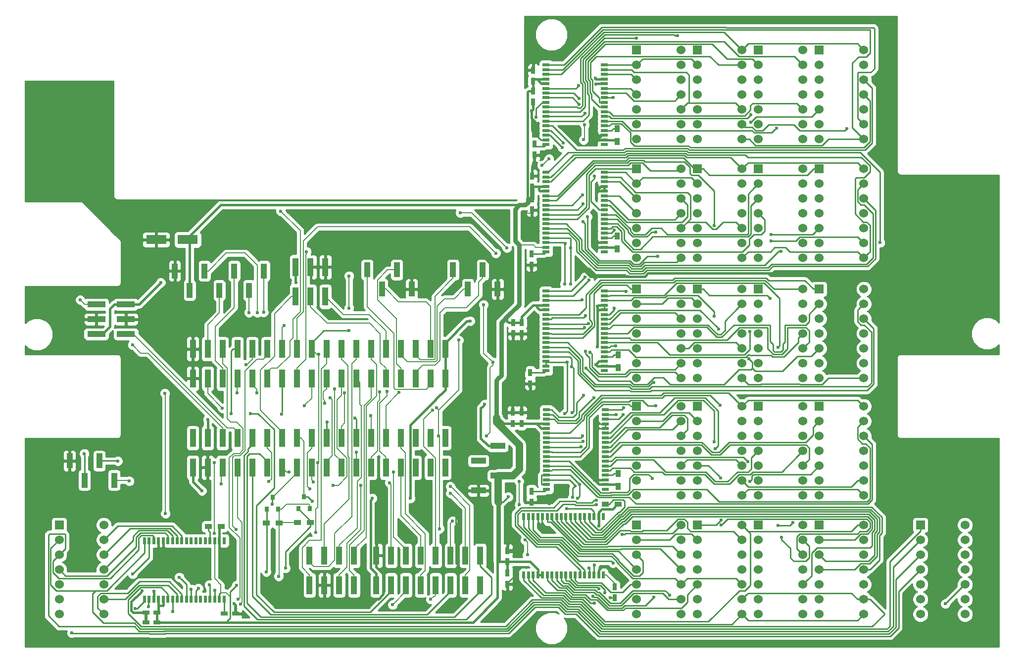
<source format=gbl>
G04 #@! TF.FileFunction,Copper,L2,Bot,Signal*
%FSLAX46Y46*%
G04 Gerber Fmt 4.6, Leading zero omitted, Abs format (unit mm)*
G04 Created by KiCad (PCBNEW 4.0.7) date 01/05/18 00:11:09*
%MOMM*%
%LPD*%
G01*
G04 APERTURE LIST*
%ADD10C,0.100000*%
%ADD11R,1.000000X3.150000*%
%ADD12R,0.900000X1.200000*%
%ADD13R,1.524000X1.524000*%
%ADD14C,1.524000*%
%ADD15R,1.250000X0.600000*%
%ADD16R,0.600000X1.250000*%
%ADD17R,1.000000X2.510000*%
%ADD18R,3.150000X1.000000*%
%ADD19R,1.200000X0.900000*%
%ADD20R,3.500000X1.600000*%
%ADD21R,0.750000X1.200000*%
%ADD22R,1.200000X0.750000*%
%ADD23R,0.800000X0.900000*%
%ADD24R,2.510000X1.000000*%
%ADD25C,0.600000*%
%ADD26C,0.381000*%
%ADD27C,0.228600*%
%ADD28C,0.177800*%
%ADD29C,1.270000*%
%ADD30C,0.762000*%
%ADD31C,0.254000*%
G04 APERTURE END LIST*
D10*
D11*
X92869000Y-96992000D03*
X92869000Y-102042000D03*
X95409000Y-96992000D03*
X95409000Y-102042000D03*
X97949000Y-96992000D03*
X97949000Y-102042000D03*
X100489000Y-96992000D03*
X100489000Y-102042000D03*
X103029000Y-96992000D03*
X103029000Y-102042000D03*
X105569000Y-96992000D03*
X105569000Y-102042000D03*
X108109000Y-96992000D03*
X108109000Y-102042000D03*
X110649000Y-96992000D03*
X110649000Y-102042000D03*
X113189000Y-96992000D03*
X113189000Y-102042000D03*
X115729000Y-96992000D03*
X115729000Y-102042000D03*
X118269000Y-96992000D03*
X118269000Y-102042000D03*
X120809000Y-96992000D03*
X120809000Y-102042000D03*
X123349000Y-96992000D03*
X123349000Y-102042000D03*
X125889000Y-96992000D03*
X125889000Y-102042000D03*
X128429000Y-96992000D03*
X128429000Y-102042000D03*
X130969000Y-96992000D03*
X130969000Y-102042000D03*
X133509000Y-96992000D03*
X133509000Y-102042000D03*
X136049000Y-96992000D03*
X136049000Y-102042000D03*
D12*
X165500000Y-59300000D03*
X165500000Y-61500000D03*
D13*
X168787000Y-45847000D03*
D14*
X168787000Y-48387000D03*
X168787000Y-50927000D03*
X168787000Y-53467000D03*
X168787000Y-56007000D03*
X168787000Y-58547000D03*
X168787000Y-61087000D03*
X176407000Y-45847000D03*
X176407000Y-48387000D03*
X176407000Y-50927000D03*
X176407000Y-53467000D03*
X176407000Y-56007000D03*
X176407000Y-58547000D03*
X176407000Y-61087000D03*
D13*
X179201000Y-45847000D03*
D14*
X179201000Y-48387000D03*
X179201000Y-50927000D03*
X179201000Y-53467000D03*
X179201000Y-56007000D03*
X179201000Y-58547000D03*
X179201000Y-61087000D03*
X186821000Y-45847000D03*
X186821000Y-48387000D03*
X186821000Y-50927000D03*
X186821000Y-53467000D03*
X186821000Y-56007000D03*
X186821000Y-58547000D03*
X186821000Y-61087000D03*
D13*
X189615000Y-45847000D03*
D14*
X189615000Y-48387000D03*
X189615000Y-50927000D03*
X189615000Y-53467000D03*
X189615000Y-56007000D03*
X189615000Y-58547000D03*
X189615000Y-61087000D03*
X197235000Y-45847000D03*
X197235000Y-48387000D03*
X197235000Y-50927000D03*
X197235000Y-53467000D03*
X197235000Y-56007000D03*
X197235000Y-58547000D03*
X197235000Y-61087000D03*
D13*
X200029000Y-45847000D03*
D14*
X200029000Y-48387000D03*
X200029000Y-50927000D03*
X200029000Y-53467000D03*
X200029000Y-56007000D03*
X200029000Y-58547000D03*
X200029000Y-61087000D03*
X207649000Y-45847000D03*
X207649000Y-48387000D03*
X207649000Y-50927000D03*
X207649000Y-53467000D03*
X207649000Y-56007000D03*
X207649000Y-58547000D03*
X207649000Y-61087000D03*
D13*
X168787000Y-66167000D03*
D14*
X168787000Y-68707000D03*
X168787000Y-71247000D03*
X168787000Y-73787000D03*
X168787000Y-76327000D03*
X168787000Y-78867000D03*
X168787000Y-81407000D03*
X176407000Y-66167000D03*
X176407000Y-68707000D03*
X176407000Y-71247000D03*
X176407000Y-73787000D03*
X176407000Y-76327000D03*
X176407000Y-78867000D03*
X176407000Y-81407000D03*
D13*
X179201000Y-66167000D03*
D14*
X179201000Y-68707000D03*
X179201000Y-71247000D03*
X179201000Y-73787000D03*
X179201000Y-76327000D03*
X179201000Y-78867000D03*
X179201000Y-81407000D03*
X186821000Y-66167000D03*
X186821000Y-68707000D03*
X186821000Y-71247000D03*
X186821000Y-73787000D03*
X186821000Y-76327000D03*
X186821000Y-78867000D03*
X186821000Y-81407000D03*
D13*
X189615000Y-66167000D03*
D14*
X189615000Y-68707000D03*
X189615000Y-71247000D03*
X189615000Y-73787000D03*
X189615000Y-76327000D03*
X189615000Y-78867000D03*
X189615000Y-81407000D03*
X197235000Y-66167000D03*
X197235000Y-68707000D03*
X197235000Y-71247000D03*
X197235000Y-73787000D03*
X197235000Y-76327000D03*
X197235000Y-78867000D03*
X197235000Y-81407000D03*
D13*
X200029000Y-66167000D03*
D14*
X200029000Y-68707000D03*
X200029000Y-71247000D03*
X200029000Y-73787000D03*
X200029000Y-76327000D03*
X200029000Y-78867000D03*
X200029000Y-81407000D03*
X207649000Y-66167000D03*
X207649000Y-68707000D03*
X207649000Y-71247000D03*
X207649000Y-73787000D03*
X207649000Y-76327000D03*
X207649000Y-78867000D03*
X207649000Y-81407000D03*
D13*
X168787000Y-86741000D03*
D14*
X168787000Y-89281000D03*
X168787000Y-91821000D03*
X168787000Y-94361000D03*
X168787000Y-96901000D03*
X168787000Y-99441000D03*
X168787000Y-101981000D03*
X176407000Y-86741000D03*
X176407000Y-89281000D03*
X176407000Y-91821000D03*
X176407000Y-94361000D03*
X176407000Y-96901000D03*
X176407000Y-99441000D03*
X176407000Y-101981000D03*
D13*
X179201000Y-86741000D03*
D14*
X179201000Y-89281000D03*
X179201000Y-91821000D03*
X179201000Y-94361000D03*
X179201000Y-96901000D03*
X179201000Y-99441000D03*
X179201000Y-101981000D03*
X186821000Y-86741000D03*
X186821000Y-89281000D03*
X186821000Y-91821000D03*
X186821000Y-94361000D03*
X186821000Y-96901000D03*
X186821000Y-99441000D03*
X186821000Y-101981000D03*
D13*
X189615000Y-86741000D03*
D14*
X189615000Y-89281000D03*
X189615000Y-91821000D03*
X189615000Y-94361000D03*
X189615000Y-96901000D03*
X189615000Y-99441000D03*
X189615000Y-101981000D03*
X197235000Y-86741000D03*
X197235000Y-89281000D03*
X197235000Y-91821000D03*
X197235000Y-94361000D03*
X197235000Y-96901000D03*
X197235000Y-99441000D03*
X197235000Y-101981000D03*
D13*
X200029000Y-86741000D03*
D14*
X200029000Y-89281000D03*
X200029000Y-91821000D03*
X200029000Y-94361000D03*
X200029000Y-96901000D03*
X200029000Y-99441000D03*
X200029000Y-101981000D03*
X207649000Y-86741000D03*
X207649000Y-89281000D03*
X207649000Y-91821000D03*
X207649000Y-94361000D03*
X207649000Y-96901000D03*
X207649000Y-99441000D03*
X207649000Y-101981000D03*
D13*
X168787000Y-106807000D03*
D14*
X168787000Y-109347000D03*
X168787000Y-111887000D03*
X168787000Y-114427000D03*
X168787000Y-116967000D03*
X168787000Y-119507000D03*
X168787000Y-122047000D03*
X176407000Y-106807000D03*
X176407000Y-109347000D03*
X176407000Y-111887000D03*
X176407000Y-114427000D03*
X176407000Y-116967000D03*
X176407000Y-119507000D03*
X176407000Y-122047000D03*
D13*
X179201000Y-106807000D03*
D14*
X179201000Y-109347000D03*
X179201000Y-111887000D03*
X179201000Y-114427000D03*
X179201000Y-116967000D03*
X179201000Y-119507000D03*
X179201000Y-122047000D03*
X186821000Y-106807000D03*
X186821000Y-109347000D03*
X186821000Y-111887000D03*
X186821000Y-114427000D03*
X186821000Y-116967000D03*
X186821000Y-119507000D03*
X186821000Y-122047000D03*
D13*
X189615000Y-106807000D03*
D14*
X189615000Y-109347000D03*
X189615000Y-111887000D03*
X189615000Y-114427000D03*
X189615000Y-116967000D03*
X189615000Y-119507000D03*
X189615000Y-122047000D03*
X197235000Y-106807000D03*
X197235000Y-109347000D03*
X197235000Y-111887000D03*
X197235000Y-114427000D03*
X197235000Y-116967000D03*
X197235000Y-119507000D03*
X197235000Y-122047000D03*
D13*
X200029000Y-106807000D03*
D14*
X200029000Y-109347000D03*
X200029000Y-111887000D03*
X200029000Y-114427000D03*
X200029000Y-116967000D03*
X200029000Y-119507000D03*
X200029000Y-122047000D03*
X207649000Y-106807000D03*
X207649000Y-109347000D03*
X207649000Y-111887000D03*
X207649000Y-114427000D03*
X207649000Y-116967000D03*
X207649000Y-119507000D03*
X207649000Y-122047000D03*
D13*
X168787000Y-127127000D03*
D14*
X168787000Y-129667000D03*
X168787000Y-132207000D03*
X168787000Y-134747000D03*
X168787000Y-137287000D03*
X168787000Y-139827000D03*
X168787000Y-142367000D03*
X176407000Y-127127000D03*
X176407000Y-129667000D03*
X176407000Y-132207000D03*
X176407000Y-134747000D03*
X176407000Y-137287000D03*
X176407000Y-139827000D03*
X176407000Y-142367000D03*
D13*
X179201000Y-127127000D03*
D14*
X179201000Y-129667000D03*
X179201000Y-132207000D03*
X179201000Y-134747000D03*
X179201000Y-137287000D03*
X179201000Y-139827000D03*
X179201000Y-142367000D03*
X186821000Y-127127000D03*
X186821000Y-129667000D03*
X186821000Y-132207000D03*
X186821000Y-134747000D03*
X186821000Y-137287000D03*
X186821000Y-139827000D03*
X186821000Y-142367000D03*
D13*
X189615000Y-127127000D03*
D14*
X189615000Y-129667000D03*
X189615000Y-132207000D03*
X189615000Y-134747000D03*
X189615000Y-137287000D03*
X189615000Y-139827000D03*
X189615000Y-142367000D03*
X197235000Y-127127000D03*
X197235000Y-129667000D03*
X197235000Y-132207000D03*
X197235000Y-134747000D03*
X197235000Y-137287000D03*
X197235000Y-139827000D03*
X197235000Y-142367000D03*
D13*
X200029000Y-127127000D03*
D14*
X200029000Y-129667000D03*
X200029000Y-132207000D03*
X200029000Y-134747000D03*
X200029000Y-137287000D03*
X200029000Y-139827000D03*
X200029000Y-142367000D03*
X207649000Y-127127000D03*
X207649000Y-129667000D03*
X207649000Y-132207000D03*
X207649000Y-134747000D03*
X207649000Y-137287000D03*
X207649000Y-139827000D03*
X207649000Y-142367000D03*
D13*
X70009000Y-127127000D03*
D14*
X70009000Y-129667000D03*
X70009000Y-132207000D03*
X70009000Y-134747000D03*
X70009000Y-137287000D03*
X70009000Y-139827000D03*
X70009000Y-142367000D03*
X77629000Y-127127000D03*
X77629000Y-129667000D03*
X77629000Y-132207000D03*
X77629000Y-134747000D03*
X77629000Y-137287000D03*
X77629000Y-139827000D03*
X77629000Y-142367000D03*
D13*
X217329000Y-127127000D03*
D14*
X217329000Y-129667000D03*
X217329000Y-132207000D03*
X217329000Y-134747000D03*
X217329000Y-137287000D03*
X217329000Y-139827000D03*
X217329000Y-142367000D03*
X224949000Y-127127000D03*
X224949000Y-129667000D03*
X224949000Y-132207000D03*
X224949000Y-134747000D03*
X224949000Y-137287000D03*
X224949000Y-139827000D03*
X224949000Y-142367000D03*
D15*
X163299000Y-62001000D03*
X163299000Y-61201000D03*
X163299000Y-60401000D03*
X163299000Y-59601000D03*
X163299000Y-58801000D03*
X163299000Y-58001000D03*
X163299000Y-57201000D03*
X163299000Y-56401000D03*
X163299000Y-55601000D03*
X163299000Y-54801000D03*
X163299000Y-54001000D03*
X163299000Y-53201000D03*
X163299000Y-52401000D03*
X163299000Y-51601000D03*
X163299000Y-50801000D03*
X163299000Y-50001000D03*
X163299000Y-49201000D03*
X163299000Y-48401000D03*
X163299000Y-48401000D03*
X163299000Y-49201000D03*
X163299000Y-50001000D03*
X163299000Y-50801000D03*
X163299000Y-51601000D03*
X163299000Y-52401000D03*
X163299000Y-53201000D03*
X163299000Y-54001000D03*
X163299000Y-54801000D03*
X163299000Y-55601000D03*
X163299000Y-56401000D03*
X163299000Y-57201000D03*
X163299000Y-58001000D03*
X163299000Y-58801000D03*
X163299000Y-59601000D03*
X163299000Y-60401000D03*
X163299000Y-61201000D03*
X163299000Y-62001000D03*
X163299000Y-62001000D03*
X163299000Y-61201000D03*
X163299000Y-60401000D03*
X163299000Y-59601000D03*
X163299000Y-58801000D03*
X163299000Y-58001000D03*
X163299000Y-57201000D03*
X163299000Y-56401000D03*
X163299000Y-55601000D03*
X163299000Y-54801000D03*
X163299000Y-54001000D03*
X163299000Y-53201000D03*
X163299000Y-52401000D03*
X163299000Y-51601000D03*
X163299000Y-50801000D03*
X163299000Y-50001000D03*
X163299000Y-49201000D03*
X163299000Y-48401000D03*
X163299000Y-48401000D03*
X163299000Y-49201000D03*
X163299000Y-50001000D03*
X163299000Y-50801000D03*
X163299000Y-51601000D03*
X163299000Y-52401000D03*
X163299000Y-53201000D03*
X163299000Y-54001000D03*
X163299000Y-54801000D03*
X163299000Y-55601000D03*
X163299000Y-56401000D03*
X163299000Y-57201000D03*
X163299000Y-58001000D03*
X163299000Y-58801000D03*
X163299000Y-59601000D03*
X163299000Y-60401000D03*
X163299000Y-61201000D03*
X163299000Y-62001000D03*
X163299000Y-62001000D03*
X163299000Y-61201000D03*
X163299000Y-60401000D03*
X163299000Y-59601000D03*
X163299000Y-58801000D03*
X163299000Y-58001000D03*
X163299000Y-57201000D03*
X163299000Y-56401000D03*
X163299000Y-55601000D03*
X163299000Y-54801000D03*
X163299000Y-54001000D03*
X163299000Y-53201000D03*
X163299000Y-52401000D03*
X163299000Y-51601000D03*
X163299000Y-50801000D03*
X163299000Y-50001000D03*
X163299000Y-49201000D03*
X163299000Y-48401000D03*
X163299000Y-48401000D03*
X163299000Y-49201000D03*
X163299000Y-50001000D03*
X163299000Y-50801000D03*
X163299000Y-51601000D03*
X163299000Y-52401000D03*
X163299000Y-53201000D03*
X163299000Y-54001000D03*
X163299000Y-54801000D03*
X163299000Y-55601000D03*
X163299000Y-56401000D03*
X163299000Y-57201000D03*
X163299000Y-58001000D03*
X163299000Y-58801000D03*
X163299000Y-59601000D03*
X163299000Y-60401000D03*
X163299000Y-61201000D03*
X163299000Y-62001000D03*
X163299000Y-62001000D03*
X163299000Y-61201000D03*
X163299000Y-60401000D03*
X163299000Y-59601000D03*
X163299000Y-58801000D03*
X163299000Y-58001000D03*
X163299000Y-57201000D03*
X163299000Y-56401000D03*
X163299000Y-55601000D03*
X163299000Y-54801000D03*
X163299000Y-54001000D03*
X163299000Y-53201000D03*
X163299000Y-52401000D03*
X163299000Y-51601000D03*
X163299000Y-50801000D03*
X163299000Y-50001000D03*
X163299000Y-49201000D03*
X163299000Y-48401000D03*
X163299000Y-48401000D03*
X163299000Y-49201000D03*
X163299000Y-50001000D03*
X163299000Y-50801000D03*
X163299000Y-51601000D03*
X163299000Y-52401000D03*
X163299000Y-53201000D03*
X163299000Y-54001000D03*
X163299000Y-54801000D03*
X163299000Y-55601000D03*
X163299000Y-56401000D03*
X163299000Y-57201000D03*
X163299000Y-58001000D03*
X163299000Y-58801000D03*
X163299000Y-59601000D03*
X163299000Y-60401000D03*
X163299000Y-61201000D03*
X163299000Y-62001000D03*
X153299000Y-62001000D03*
X153299000Y-61201000D03*
X153299000Y-60401000D03*
X153299000Y-59601000D03*
X153299000Y-58801000D03*
X153299000Y-58001000D03*
X153299000Y-57201000D03*
X153299000Y-56401000D03*
X153299000Y-55601000D03*
X153299000Y-54801000D03*
X153299000Y-54001000D03*
X153299000Y-53201000D03*
X153299000Y-52401000D03*
X153299000Y-51601000D03*
X153299000Y-50801000D03*
X153299000Y-50001000D03*
X153299000Y-49201000D03*
X153299000Y-48401000D03*
X163299000Y-80387000D03*
X163299000Y-79587000D03*
X163299000Y-78787000D03*
X163299000Y-77987000D03*
X163299000Y-77187000D03*
X163299000Y-76387000D03*
X163299000Y-75587000D03*
X163299000Y-74787000D03*
X163299000Y-73987000D03*
X163299000Y-73187000D03*
X163299000Y-72387000D03*
X163299000Y-71587000D03*
X163299000Y-70787000D03*
X163299000Y-69987000D03*
X163299000Y-69187000D03*
X163299000Y-68387000D03*
X163299000Y-67587000D03*
X163299000Y-66787000D03*
X163299000Y-66787000D03*
X163299000Y-67587000D03*
X163299000Y-68387000D03*
X163299000Y-69187000D03*
X163299000Y-69987000D03*
X163299000Y-70787000D03*
X163299000Y-71587000D03*
X163299000Y-72387000D03*
X163299000Y-73187000D03*
X163299000Y-73987000D03*
X163299000Y-74787000D03*
X163299000Y-75587000D03*
X163299000Y-76387000D03*
X163299000Y-77187000D03*
X163299000Y-77987000D03*
X163299000Y-78787000D03*
X163299000Y-79587000D03*
X163299000Y-80387000D03*
X163299000Y-80387000D03*
X163299000Y-79587000D03*
X163299000Y-78787000D03*
X163299000Y-77987000D03*
X163299000Y-77187000D03*
X163299000Y-76387000D03*
X163299000Y-75587000D03*
X163299000Y-74787000D03*
X163299000Y-73987000D03*
X163299000Y-73187000D03*
X163299000Y-72387000D03*
X163299000Y-71587000D03*
X163299000Y-70787000D03*
X163299000Y-69987000D03*
X163299000Y-69187000D03*
X163299000Y-68387000D03*
X163299000Y-67587000D03*
X163299000Y-66787000D03*
X163299000Y-66787000D03*
X163299000Y-67587000D03*
X163299000Y-68387000D03*
X163299000Y-69187000D03*
X163299000Y-69987000D03*
X163299000Y-70787000D03*
X163299000Y-71587000D03*
X163299000Y-72387000D03*
X163299000Y-73187000D03*
X163299000Y-73987000D03*
X163299000Y-74787000D03*
X163299000Y-75587000D03*
X163299000Y-76387000D03*
X163299000Y-77187000D03*
X163299000Y-77987000D03*
X163299000Y-78787000D03*
X163299000Y-79587000D03*
X163299000Y-80387000D03*
X163299000Y-80387000D03*
X163299000Y-79587000D03*
X163299000Y-78787000D03*
X163299000Y-77987000D03*
X163299000Y-77187000D03*
X163299000Y-76387000D03*
X163299000Y-75587000D03*
X163299000Y-74787000D03*
X163299000Y-73987000D03*
X163299000Y-73187000D03*
X163299000Y-72387000D03*
X163299000Y-71587000D03*
X163299000Y-70787000D03*
X163299000Y-69987000D03*
X163299000Y-69187000D03*
X163299000Y-68387000D03*
X163299000Y-67587000D03*
X163299000Y-66787000D03*
X163299000Y-66787000D03*
X163299000Y-67587000D03*
X163299000Y-68387000D03*
X163299000Y-69187000D03*
X163299000Y-69987000D03*
X163299000Y-70787000D03*
X163299000Y-71587000D03*
X163299000Y-72387000D03*
X163299000Y-73187000D03*
X163299000Y-73987000D03*
X163299000Y-74787000D03*
X163299000Y-75587000D03*
X163299000Y-76387000D03*
X163299000Y-77187000D03*
X163299000Y-77987000D03*
X163299000Y-78787000D03*
X163299000Y-79587000D03*
X163299000Y-80387000D03*
X163299000Y-80387000D03*
X163299000Y-79587000D03*
X163299000Y-78787000D03*
X163299000Y-77987000D03*
X163299000Y-77187000D03*
X163299000Y-76387000D03*
X163299000Y-75587000D03*
X163299000Y-74787000D03*
X163299000Y-73987000D03*
X163299000Y-73187000D03*
X163299000Y-72387000D03*
X163299000Y-71587000D03*
X163299000Y-70787000D03*
X163299000Y-69987000D03*
X163299000Y-69187000D03*
X163299000Y-68387000D03*
X163299000Y-67587000D03*
X163299000Y-66787000D03*
X163299000Y-66787000D03*
X163299000Y-67587000D03*
X163299000Y-68387000D03*
X163299000Y-69187000D03*
X163299000Y-69987000D03*
X163299000Y-70787000D03*
X163299000Y-71587000D03*
X163299000Y-72387000D03*
X163299000Y-73187000D03*
X163299000Y-73987000D03*
X163299000Y-74787000D03*
X163299000Y-75587000D03*
X163299000Y-76387000D03*
X163299000Y-77187000D03*
X163299000Y-77987000D03*
X163299000Y-78787000D03*
X163299000Y-79587000D03*
X163299000Y-80387000D03*
X153299000Y-80387000D03*
X153299000Y-79587000D03*
X153299000Y-78787000D03*
X153299000Y-77987000D03*
X153299000Y-77187000D03*
X153299000Y-76387000D03*
X153299000Y-75587000D03*
X153299000Y-74787000D03*
X153299000Y-73987000D03*
X153299000Y-73187000D03*
X153299000Y-72387000D03*
X153299000Y-71587000D03*
X153299000Y-70787000D03*
X153299000Y-69987000D03*
X153299000Y-69187000D03*
X153299000Y-68387000D03*
X153299000Y-67587000D03*
X153299000Y-66787000D03*
X163299000Y-100707000D03*
X163299000Y-99907000D03*
X163299000Y-99107000D03*
X163299000Y-98307000D03*
X163299000Y-97507000D03*
X163299000Y-96707000D03*
X163299000Y-95907000D03*
X163299000Y-95107000D03*
X163299000Y-94307000D03*
X163299000Y-93507000D03*
X163299000Y-92707000D03*
X163299000Y-91907000D03*
X163299000Y-91107000D03*
X163299000Y-90307000D03*
X163299000Y-89507000D03*
X163299000Y-88707000D03*
X163299000Y-87907000D03*
X163299000Y-87107000D03*
X163299000Y-87107000D03*
X163299000Y-87907000D03*
X163299000Y-88707000D03*
X163299000Y-89507000D03*
X163299000Y-90307000D03*
X163299000Y-91107000D03*
X163299000Y-91907000D03*
X163299000Y-92707000D03*
X163299000Y-93507000D03*
X163299000Y-94307000D03*
X163299000Y-95107000D03*
X163299000Y-95907000D03*
X163299000Y-96707000D03*
X163299000Y-97507000D03*
X163299000Y-98307000D03*
X163299000Y-99107000D03*
X163299000Y-99907000D03*
X163299000Y-100707000D03*
X163299000Y-100707000D03*
X163299000Y-99907000D03*
X163299000Y-99107000D03*
X163299000Y-98307000D03*
X163299000Y-97507000D03*
X163299000Y-96707000D03*
X163299000Y-95907000D03*
X163299000Y-95107000D03*
X163299000Y-94307000D03*
X163299000Y-93507000D03*
X163299000Y-92707000D03*
X163299000Y-91907000D03*
X163299000Y-91107000D03*
X163299000Y-90307000D03*
X163299000Y-89507000D03*
X163299000Y-88707000D03*
X163299000Y-87907000D03*
X163299000Y-87107000D03*
X163299000Y-87107000D03*
X163299000Y-87907000D03*
X163299000Y-88707000D03*
X163299000Y-89507000D03*
X163299000Y-90307000D03*
X163299000Y-91107000D03*
X163299000Y-91907000D03*
X163299000Y-92707000D03*
X163299000Y-93507000D03*
X163299000Y-94307000D03*
X163299000Y-95107000D03*
X163299000Y-95907000D03*
X163299000Y-96707000D03*
X163299000Y-97507000D03*
X163299000Y-98307000D03*
X163299000Y-99107000D03*
X163299000Y-99907000D03*
X163299000Y-100707000D03*
X163299000Y-100707000D03*
X163299000Y-99907000D03*
X163299000Y-99107000D03*
X163299000Y-98307000D03*
X163299000Y-97507000D03*
X163299000Y-96707000D03*
X163299000Y-95907000D03*
X163299000Y-95107000D03*
X163299000Y-94307000D03*
X163299000Y-93507000D03*
X163299000Y-92707000D03*
X163299000Y-91907000D03*
X163299000Y-91107000D03*
X163299000Y-90307000D03*
X163299000Y-89507000D03*
X163299000Y-88707000D03*
X163299000Y-87907000D03*
X163299000Y-87107000D03*
X163299000Y-87107000D03*
X163299000Y-87907000D03*
X163299000Y-88707000D03*
X163299000Y-89507000D03*
X163299000Y-90307000D03*
X163299000Y-91107000D03*
X163299000Y-91907000D03*
X163299000Y-92707000D03*
X163299000Y-93507000D03*
X163299000Y-94307000D03*
X163299000Y-95107000D03*
X163299000Y-95907000D03*
X163299000Y-96707000D03*
X163299000Y-97507000D03*
X163299000Y-98307000D03*
X163299000Y-99107000D03*
X163299000Y-99907000D03*
X163299000Y-100707000D03*
X163299000Y-100707000D03*
X163299000Y-99907000D03*
X163299000Y-99107000D03*
X163299000Y-98307000D03*
X163299000Y-97507000D03*
X163299000Y-96707000D03*
X163299000Y-95907000D03*
X163299000Y-95107000D03*
X163299000Y-94307000D03*
X163299000Y-93507000D03*
X163299000Y-92707000D03*
X163299000Y-91907000D03*
X163299000Y-91107000D03*
X163299000Y-90307000D03*
X163299000Y-89507000D03*
X163299000Y-88707000D03*
X163299000Y-87907000D03*
X163299000Y-87107000D03*
X163299000Y-87107000D03*
X163299000Y-87907000D03*
X163299000Y-88707000D03*
X163299000Y-89507000D03*
X163299000Y-90307000D03*
X163299000Y-91107000D03*
X163299000Y-91907000D03*
X163299000Y-92707000D03*
X163299000Y-93507000D03*
X163299000Y-94307000D03*
X163299000Y-95107000D03*
X163299000Y-95907000D03*
X163299000Y-96707000D03*
X163299000Y-97507000D03*
X163299000Y-98307000D03*
X163299000Y-99107000D03*
X163299000Y-99907000D03*
X163299000Y-100707000D03*
X153299000Y-100707000D03*
X153299000Y-99907000D03*
X153299000Y-99107000D03*
X153299000Y-98307000D03*
X153299000Y-97507000D03*
X153299000Y-96707000D03*
X153299000Y-95907000D03*
X153299000Y-95107000D03*
X153299000Y-94307000D03*
X153299000Y-93507000D03*
X153299000Y-92707000D03*
X153299000Y-91907000D03*
X153299000Y-91107000D03*
X153299000Y-90307000D03*
X153299000Y-89507000D03*
X153299000Y-88707000D03*
X153299000Y-87907000D03*
X153299000Y-87107000D03*
X163400000Y-121000000D03*
X163400000Y-120200000D03*
X163400000Y-119400000D03*
X163400000Y-118600000D03*
X163400000Y-117800000D03*
X163400000Y-117000000D03*
X163400000Y-116200000D03*
X163400000Y-115400000D03*
X163400000Y-114600000D03*
X163400000Y-113800000D03*
X163400000Y-113000000D03*
X163400000Y-112200000D03*
X163400000Y-111400000D03*
X163400000Y-110600000D03*
X163400000Y-109800000D03*
X163400000Y-109000000D03*
X163400000Y-108200000D03*
X163400000Y-107400000D03*
X163400000Y-107400000D03*
X163400000Y-108200000D03*
X163400000Y-109000000D03*
X163400000Y-109800000D03*
X163400000Y-110600000D03*
X163400000Y-111400000D03*
X163400000Y-112200000D03*
X163400000Y-113000000D03*
X163400000Y-113800000D03*
X163400000Y-114600000D03*
X163400000Y-115400000D03*
X163400000Y-116200000D03*
X163400000Y-117000000D03*
X163400000Y-117800000D03*
X163400000Y-118600000D03*
X163400000Y-119400000D03*
X163400000Y-120200000D03*
X163400000Y-121000000D03*
X163400000Y-121000000D03*
X163400000Y-120200000D03*
X163400000Y-119400000D03*
X163400000Y-118600000D03*
X163400000Y-117800000D03*
X163400000Y-117000000D03*
X163400000Y-116200000D03*
X163400000Y-115400000D03*
X163400000Y-114600000D03*
X163400000Y-113800000D03*
X163400000Y-113000000D03*
X163400000Y-112200000D03*
X163400000Y-111400000D03*
X163400000Y-110600000D03*
X163400000Y-109800000D03*
X163400000Y-109000000D03*
X163400000Y-108200000D03*
X163400000Y-107400000D03*
X163400000Y-107400000D03*
X163400000Y-108200000D03*
X163400000Y-109000000D03*
X163400000Y-109800000D03*
X163400000Y-110600000D03*
X163400000Y-111400000D03*
X163400000Y-112200000D03*
X163400000Y-113000000D03*
X163400000Y-113800000D03*
X163400000Y-114600000D03*
X163400000Y-115400000D03*
X163400000Y-116200000D03*
X163400000Y-117000000D03*
X163400000Y-117800000D03*
X163400000Y-118600000D03*
X163400000Y-119400000D03*
X163400000Y-120200000D03*
X163400000Y-121000000D03*
X163400000Y-121000000D03*
X163400000Y-120200000D03*
X163400000Y-119400000D03*
X163400000Y-118600000D03*
X163400000Y-117800000D03*
X163400000Y-117000000D03*
X163400000Y-116200000D03*
X163400000Y-115400000D03*
X163400000Y-114600000D03*
X163400000Y-113800000D03*
X163400000Y-113000000D03*
X163400000Y-112200000D03*
X163400000Y-111400000D03*
X163400000Y-110600000D03*
X163400000Y-109800000D03*
X163400000Y-109000000D03*
X163400000Y-108200000D03*
X163400000Y-107400000D03*
X163400000Y-107400000D03*
X163400000Y-108200000D03*
X163400000Y-109000000D03*
X163400000Y-109800000D03*
X163400000Y-110600000D03*
X163400000Y-111400000D03*
X163400000Y-112200000D03*
X163400000Y-113000000D03*
X163400000Y-113800000D03*
X163400000Y-114600000D03*
X163400000Y-115400000D03*
X163400000Y-116200000D03*
X163400000Y-117000000D03*
X163400000Y-117800000D03*
X163400000Y-118600000D03*
X163400000Y-119400000D03*
X163400000Y-120200000D03*
X163400000Y-121000000D03*
X163400000Y-121000000D03*
X163400000Y-120200000D03*
X163400000Y-119400000D03*
X163400000Y-118600000D03*
X163400000Y-117800000D03*
X163400000Y-117000000D03*
X163400000Y-116200000D03*
X163400000Y-115400000D03*
X163400000Y-114600000D03*
X163400000Y-113800000D03*
X163400000Y-113000000D03*
X163400000Y-112200000D03*
X163400000Y-111400000D03*
X163400000Y-110600000D03*
X163400000Y-109800000D03*
X163400000Y-109000000D03*
X163400000Y-108200000D03*
X163400000Y-107400000D03*
X163400000Y-107400000D03*
X163400000Y-108200000D03*
X163400000Y-109000000D03*
X163400000Y-109800000D03*
X163400000Y-110600000D03*
X163400000Y-111400000D03*
X163400000Y-112200000D03*
X163400000Y-113000000D03*
X163400000Y-113800000D03*
X163400000Y-114600000D03*
X163400000Y-115400000D03*
X163400000Y-116200000D03*
X163400000Y-117000000D03*
X163400000Y-117800000D03*
X163400000Y-118600000D03*
X163400000Y-119400000D03*
X163400000Y-120200000D03*
X163400000Y-121000000D03*
X153400000Y-121000000D03*
X153400000Y-120200000D03*
X153400000Y-119400000D03*
X153400000Y-118600000D03*
X153400000Y-117800000D03*
X153400000Y-117000000D03*
X153400000Y-116200000D03*
X153400000Y-115400000D03*
X153400000Y-114600000D03*
X153400000Y-113800000D03*
X153400000Y-113000000D03*
X153400000Y-112200000D03*
X153400000Y-111400000D03*
X153400000Y-110600000D03*
X153400000Y-109800000D03*
X153400000Y-109000000D03*
X153400000Y-108200000D03*
X153400000Y-107400000D03*
D16*
X163100000Y-125700000D03*
X162300000Y-125700000D03*
X161500000Y-125700000D03*
X160700000Y-125700000D03*
X159900000Y-125700000D03*
X159100000Y-125700000D03*
X158300000Y-125700000D03*
X157500000Y-125700000D03*
X156700000Y-125700000D03*
X155900000Y-125700000D03*
X155100000Y-125700000D03*
X154300000Y-125700000D03*
X153500000Y-125700000D03*
X152700000Y-125700000D03*
X151900000Y-125700000D03*
X151100000Y-125700000D03*
X150300000Y-125700000D03*
X149500000Y-125700000D03*
X149500000Y-125700000D03*
X150300000Y-125700000D03*
X151100000Y-125700000D03*
X151900000Y-125700000D03*
X152700000Y-125700000D03*
X153500000Y-125700000D03*
X154300000Y-125700000D03*
X155100000Y-125700000D03*
X155900000Y-125700000D03*
X156700000Y-125700000D03*
X157500000Y-125700000D03*
X158300000Y-125700000D03*
X159100000Y-125700000D03*
X159900000Y-125700000D03*
X160700000Y-125700000D03*
X161500000Y-125700000D03*
X162300000Y-125700000D03*
X163100000Y-125700000D03*
X163100000Y-125700000D03*
X162300000Y-125700000D03*
X161500000Y-125700000D03*
X160700000Y-125700000D03*
X159900000Y-125700000D03*
X159100000Y-125700000D03*
X158300000Y-125700000D03*
X157500000Y-125700000D03*
X156700000Y-125700000D03*
X155900000Y-125700000D03*
X155100000Y-125700000D03*
X154300000Y-125700000D03*
X153500000Y-125700000D03*
X152700000Y-125700000D03*
X151900000Y-125700000D03*
X151100000Y-125700000D03*
X150300000Y-125700000D03*
X149500000Y-125700000D03*
X149500000Y-125700000D03*
X150300000Y-125700000D03*
X151100000Y-125700000D03*
X151900000Y-125700000D03*
X152700000Y-125700000D03*
X153500000Y-125700000D03*
X154300000Y-125700000D03*
X155100000Y-125700000D03*
X155900000Y-125700000D03*
X156700000Y-125700000D03*
X157500000Y-125700000D03*
X158300000Y-125700000D03*
X159100000Y-125700000D03*
X159900000Y-125700000D03*
X160700000Y-125700000D03*
X161500000Y-125700000D03*
X162300000Y-125700000D03*
X163100000Y-125700000D03*
X163100000Y-125700000D03*
X162300000Y-125700000D03*
X161500000Y-125700000D03*
X160700000Y-125700000D03*
X159900000Y-125700000D03*
X159100000Y-125700000D03*
X158300000Y-125700000D03*
X157500000Y-125700000D03*
X156700000Y-125700000D03*
X155900000Y-125700000D03*
X155100000Y-125700000D03*
X154300000Y-125700000D03*
X153500000Y-125700000D03*
X152700000Y-125700000D03*
X151900000Y-125700000D03*
X151100000Y-125700000D03*
X150300000Y-125700000D03*
X149500000Y-125700000D03*
X149500000Y-125700000D03*
X150300000Y-125700000D03*
X151100000Y-125700000D03*
X151900000Y-125700000D03*
X152700000Y-125700000D03*
X153500000Y-125700000D03*
X154300000Y-125700000D03*
X155100000Y-125700000D03*
X155900000Y-125700000D03*
X156700000Y-125700000D03*
X157500000Y-125700000D03*
X158300000Y-125700000D03*
X159100000Y-125700000D03*
X159900000Y-125700000D03*
X160700000Y-125700000D03*
X161500000Y-125700000D03*
X162300000Y-125700000D03*
X163100000Y-125700000D03*
X163100000Y-125700000D03*
X162300000Y-125700000D03*
X161500000Y-125700000D03*
X160700000Y-125700000D03*
X159900000Y-125700000D03*
X159100000Y-125700000D03*
X158300000Y-125700000D03*
X157500000Y-125700000D03*
X156700000Y-125700000D03*
X155900000Y-125700000D03*
X155100000Y-125700000D03*
X154300000Y-125700000D03*
X153500000Y-125700000D03*
X152700000Y-125700000D03*
X151900000Y-125700000D03*
X151100000Y-125700000D03*
X150300000Y-125700000D03*
X149500000Y-125700000D03*
X149500000Y-125700000D03*
X150300000Y-125700000D03*
X151100000Y-125700000D03*
X151900000Y-125700000D03*
X152700000Y-125700000D03*
X153500000Y-125700000D03*
X154300000Y-125700000D03*
X155100000Y-125700000D03*
X155900000Y-125700000D03*
X156700000Y-125700000D03*
X157500000Y-125700000D03*
X158300000Y-125700000D03*
X159100000Y-125700000D03*
X159900000Y-125700000D03*
X160700000Y-125700000D03*
X161500000Y-125700000D03*
X162300000Y-125700000D03*
X163100000Y-125700000D03*
X163100000Y-135700000D03*
X162300000Y-135700000D03*
X161500000Y-135700000D03*
X160700000Y-135700000D03*
X159900000Y-135700000D03*
X159100000Y-135700000D03*
X158300000Y-135700000D03*
X157500000Y-135700000D03*
X156700000Y-135700000D03*
X155900000Y-135700000D03*
X155100000Y-135700000D03*
X154300000Y-135700000D03*
X153500000Y-135700000D03*
X152700000Y-135700000D03*
X151900000Y-135700000D03*
X151100000Y-135700000D03*
X150300000Y-135700000D03*
X149500000Y-135700000D03*
X98200000Y-129800000D03*
X97400000Y-129800000D03*
X96600000Y-129800000D03*
X95800000Y-129800000D03*
X95000000Y-129800000D03*
X94200000Y-129800000D03*
X93400000Y-129800000D03*
X92600000Y-129800000D03*
X91800000Y-129800000D03*
X91000000Y-129800000D03*
X90200000Y-129800000D03*
X89400000Y-129800000D03*
X88600000Y-129800000D03*
X87800000Y-129800000D03*
X87000000Y-129800000D03*
X86200000Y-129800000D03*
X85400000Y-129800000D03*
X84600000Y-129800000D03*
X84600000Y-129800000D03*
X85400000Y-129800000D03*
X86200000Y-129800000D03*
X87000000Y-129800000D03*
X87800000Y-129800000D03*
X88600000Y-129800000D03*
X89400000Y-129800000D03*
X90200000Y-129800000D03*
X91000000Y-129800000D03*
X91800000Y-129800000D03*
X92600000Y-129800000D03*
X93400000Y-129800000D03*
X94200000Y-129800000D03*
X95000000Y-129800000D03*
X95800000Y-129800000D03*
X96600000Y-129800000D03*
X97400000Y-129800000D03*
X98200000Y-129800000D03*
X98200000Y-129800000D03*
X97400000Y-129800000D03*
X96600000Y-129800000D03*
X95800000Y-129800000D03*
X95000000Y-129800000D03*
X94200000Y-129800000D03*
X93400000Y-129800000D03*
X92600000Y-129800000D03*
X91800000Y-129800000D03*
X91000000Y-129800000D03*
X90200000Y-129800000D03*
X89400000Y-129800000D03*
X88600000Y-129800000D03*
X87800000Y-129800000D03*
X87000000Y-129800000D03*
X86200000Y-129800000D03*
X85400000Y-129800000D03*
X84600000Y-129800000D03*
X84600000Y-129800000D03*
X85400000Y-129800000D03*
X86200000Y-129800000D03*
X87000000Y-129800000D03*
X87800000Y-129800000D03*
X88600000Y-129800000D03*
X89400000Y-129800000D03*
X90200000Y-129800000D03*
X91000000Y-129800000D03*
X91800000Y-129800000D03*
X92600000Y-129800000D03*
X93400000Y-129800000D03*
X94200000Y-129800000D03*
X95000000Y-129800000D03*
X95800000Y-129800000D03*
X96600000Y-129800000D03*
X97400000Y-129800000D03*
X98200000Y-129800000D03*
X98200000Y-129800000D03*
X97400000Y-129800000D03*
X96600000Y-129800000D03*
X95800000Y-129800000D03*
X95000000Y-129800000D03*
X94200000Y-129800000D03*
X93400000Y-129800000D03*
X92600000Y-129800000D03*
X91800000Y-129800000D03*
X91000000Y-129800000D03*
X90200000Y-129800000D03*
X89400000Y-129800000D03*
X88600000Y-129800000D03*
X87800000Y-129800000D03*
X87000000Y-129800000D03*
X86200000Y-129800000D03*
X85400000Y-129800000D03*
X84600000Y-129800000D03*
X84600000Y-129800000D03*
X85400000Y-129800000D03*
X86200000Y-129800000D03*
X87000000Y-129800000D03*
X87800000Y-129800000D03*
X88600000Y-129800000D03*
X89400000Y-129800000D03*
X90200000Y-129800000D03*
X91000000Y-129800000D03*
X91800000Y-129800000D03*
X92600000Y-129800000D03*
X93400000Y-129800000D03*
X94200000Y-129800000D03*
X95000000Y-129800000D03*
X95800000Y-129800000D03*
X96600000Y-129800000D03*
X97400000Y-129800000D03*
X98200000Y-129800000D03*
X98200000Y-129800000D03*
X97400000Y-129800000D03*
X96600000Y-129800000D03*
X95800000Y-129800000D03*
X95000000Y-129800000D03*
X94200000Y-129800000D03*
X93400000Y-129800000D03*
X92600000Y-129800000D03*
X91800000Y-129800000D03*
X91000000Y-129800000D03*
X90200000Y-129800000D03*
X89400000Y-129800000D03*
X88600000Y-129800000D03*
X87800000Y-129800000D03*
X87000000Y-129800000D03*
X86200000Y-129800000D03*
X85400000Y-129800000D03*
X84600000Y-129800000D03*
X84600000Y-129800000D03*
X85400000Y-129800000D03*
X86200000Y-129800000D03*
X87000000Y-129800000D03*
X87800000Y-129800000D03*
X88600000Y-129800000D03*
X89400000Y-129800000D03*
X90200000Y-129800000D03*
X91000000Y-129800000D03*
X91800000Y-129800000D03*
X92600000Y-129800000D03*
X93400000Y-129800000D03*
X94200000Y-129800000D03*
X95000000Y-129800000D03*
X95800000Y-129800000D03*
X96600000Y-129800000D03*
X97400000Y-129800000D03*
X98200000Y-129800000D03*
X98200000Y-139800000D03*
X97400000Y-139800000D03*
X96600000Y-139800000D03*
X95800000Y-139800000D03*
X95000000Y-139800000D03*
X94200000Y-139800000D03*
X93400000Y-139800000D03*
X92600000Y-139800000D03*
X91800000Y-139800000D03*
X91000000Y-139800000D03*
X90200000Y-139800000D03*
X89400000Y-139800000D03*
X88600000Y-139800000D03*
X87800000Y-139800000D03*
X87000000Y-139800000D03*
X86200000Y-139800000D03*
X85400000Y-139800000D03*
X84600000Y-139800000D03*
D17*
X89780000Y-83645000D03*
X94860000Y-83645000D03*
X99940000Y-83645000D03*
X105020000Y-83645000D03*
X92320000Y-86955000D03*
X97400000Y-86955000D03*
X102480000Y-86955000D03*
D18*
X76375000Y-94440000D03*
X81425000Y-94440000D03*
X76375000Y-91900000D03*
X81425000Y-91900000D03*
X76375000Y-89360000D03*
X81425000Y-89360000D03*
D17*
X145010000Y-86755000D03*
X139930000Y-86755000D03*
X142470000Y-83445000D03*
X137390000Y-83445000D03*
X130310000Y-86755000D03*
X125230000Y-86755000D03*
X127770000Y-83445000D03*
X122690000Y-83445000D03*
D11*
X124261000Y-132357000D03*
X124261000Y-137407000D03*
X126801000Y-132357000D03*
X126801000Y-137407000D03*
X129341000Y-132357000D03*
X129341000Y-137407000D03*
X131881000Y-132357000D03*
X131881000Y-137407000D03*
X134421000Y-132357000D03*
X134421000Y-137407000D03*
X136961000Y-132357000D03*
X136961000Y-137407000D03*
X139501000Y-132357000D03*
X139501000Y-137407000D03*
X142041000Y-132357000D03*
X142041000Y-137407000D03*
D17*
X71790000Y-116145000D03*
X76870000Y-116145000D03*
X74330000Y-119455000D03*
X79410000Y-119455000D03*
D11*
X115540000Y-88025000D03*
X115540000Y-82975000D03*
X113000000Y-88025000D03*
X113000000Y-82975000D03*
X110460000Y-88025000D03*
X110460000Y-82975000D03*
X92869000Y-112232000D03*
X92869000Y-117282000D03*
X95409000Y-112232000D03*
X95409000Y-117282000D03*
X97949000Y-112232000D03*
X97949000Y-117282000D03*
X100489000Y-112232000D03*
X100489000Y-117282000D03*
X103029000Y-112232000D03*
X103029000Y-117282000D03*
X105569000Y-112232000D03*
X105569000Y-117282000D03*
X108109000Y-112232000D03*
X108109000Y-117282000D03*
X110649000Y-112232000D03*
X110649000Y-117282000D03*
X113189000Y-112232000D03*
X113189000Y-117282000D03*
X115729000Y-112232000D03*
X115729000Y-117282000D03*
X118269000Y-112232000D03*
X118269000Y-117282000D03*
X120809000Y-112232000D03*
X120809000Y-117282000D03*
X123349000Y-112232000D03*
X123349000Y-117282000D03*
X125889000Y-112232000D03*
X125889000Y-117282000D03*
X128429000Y-112232000D03*
X128429000Y-117282000D03*
X130969000Y-112232000D03*
X130969000Y-117282000D03*
X133509000Y-112232000D03*
X133509000Y-117282000D03*
X136049000Y-112232000D03*
X136049000Y-117282000D03*
D12*
X165600000Y-98000000D03*
X165600000Y-100200000D03*
D19*
X163450000Y-123550000D03*
X165650000Y-123550000D03*
D12*
X165500000Y-77700000D03*
X165500000Y-79900000D03*
X165600000Y-118300000D03*
X165600000Y-120500000D03*
D19*
X95500000Y-127400000D03*
X97700000Y-127400000D03*
D20*
X92000000Y-78300000D03*
X86600000Y-78300000D03*
D21*
X151300000Y-61900000D03*
X151300000Y-63800000D03*
X150600000Y-101050000D03*
X150600000Y-102950000D03*
X165000000Y-137700000D03*
X165000000Y-139600000D03*
X151100000Y-52850000D03*
X151100000Y-54750000D03*
X149098000Y-92485364D03*
X149098000Y-94385364D03*
X146700000Y-133400000D03*
X146700000Y-131500000D03*
X150800000Y-80750000D03*
X150800000Y-82650000D03*
X150800000Y-121350000D03*
X150800000Y-123250000D03*
D22*
X98250000Y-142300000D03*
X100150000Y-142300000D03*
D21*
X150900000Y-69300000D03*
X150900000Y-67400000D03*
X147574000Y-109738000D03*
X147574000Y-107838000D03*
D22*
X86750000Y-143800000D03*
X84850000Y-143800000D03*
D21*
X151100000Y-51200000D03*
X151100000Y-49300000D03*
X147652000Y-92485364D03*
X147652000Y-94385364D03*
X146700000Y-135350000D03*
X146700000Y-137250000D03*
X150900000Y-71300000D03*
X150900000Y-73200000D03*
X149098000Y-109738000D03*
X149098000Y-107838000D03*
D22*
X86750000Y-142100000D03*
X84850000Y-142100000D03*
D23*
X107450000Y-124400000D03*
X105550000Y-124400000D03*
X106500000Y-122400000D03*
X112850000Y-124300000D03*
X110950000Y-124300000D03*
X111900000Y-122300000D03*
D19*
X107600000Y-126800000D03*
X105400000Y-126800000D03*
X110800000Y-126700000D03*
X113000000Y-126700000D03*
D11*
X112831000Y-132357000D03*
X112831000Y-137407000D03*
X115371000Y-132357000D03*
X115371000Y-137407000D03*
X117911000Y-132357000D03*
X117911000Y-137407000D03*
X120451000Y-132357000D03*
X120451000Y-137407000D03*
D24*
X141740000Y-121220000D03*
X141740000Y-116140000D03*
X145050000Y-118680000D03*
X145050000Y-113600000D03*
D25*
X221480475Y-86831114D03*
X221480475Y-88500000D03*
X98250000Y-136150000D03*
X142500000Y-128000000D03*
X142500000Y-127000000D03*
X141000000Y-119500000D03*
X141000000Y-118500000D03*
X142000000Y-118500000D03*
X142000000Y-119500000D03*
X101150000Y-92700000D03*
X155354248Y-106731642D03*
X147939014Y-102419443D03*
X153850000Y-123450000D03*
X148850000Y-131800000D03*
X148350000Y-134550000D03*
X167250000Y-84569356D03*
X140100000Y-109950000D03*
X150850000Y-107850000D03*
X151138596Y-60568232D03*
X161713636Y-50692574D03*
X161786853Y-51650000D03*
X122500000Y-136500000D03*
X140450000Y-99300000D03*
X84200000Y-138400000D03*
X149350000Y-73750000D03*
X94200000Y-136150000D03*
X151300000Y-87050000D03*
X99900000Y-140550000D03*
X150900000Y-77850000D03*
X155250000Y-104900000D03*
X159050000Y-83150000D03*
X162318762Y-127261601D03*
X73800000Y-91750000D03*
X146600000Y-74750000D03*
X151100000Y-65650000D03*
X151850000Y-58550000D03*
X150850000Y-56250000D03*
X161150000Y-61450000D03*
X161950000Y-69950000D03*
X147600000Y-104900000D03*
X149700000Y-98800000D03*
X161700000Y-79200000D03*
X161650000Y-76100000D03*
X162100000Y-89650000D03*
X162100000Y-96650000D03*
X161800000Y-99650000D03*
X161850000Y-109050000D03*
X161700000Y-110850000D03*
X161500000Y-115200000D03*
X161600000Y-119400000D03*
X164239614Y-139561438D03*
X165250000Y-135500000D03*
X148850000Y-137550000D03*
X162950000Y-134200000D03*
X156000000Y-121800000D03*
X132000000Y-123200000D03*
X136935873Y-123300000D03*
X138250000Y-134500000D03*
X146850000Y-124450000D03*
X147750000Y-128600000D03*
X152600000Y-127300000D03*
X86600000Y-134300000D03*
X91050000Y-131950000D03*
X129500000Y-80350000D03*
X139950000Y-80450000D03*
X145700000Y-82650000D03*
X89700000Y-90250000D03*
X133850000Y-107496436D03*
X97900000Y-107100000D03*
X133550000Y-139850000D03*
X100600000Y-139850000D03*
X102750000Y-108068427D03*
X99400000Y-108100000D03*
X137307890Y-126450000D03*
X88091071Y-104560822D03*
X100450000Y-104500000D03*
X88200000Y-125150000D03*
X101932361Y-99654213D03*
X103863649Y-104527511D03*
X100252805Y-127841132D03*
X107900000Y-73400000D03*
X108501750Y-92950511D03*
X108100000Y-108186741D03*
X148703883Y-119663847D03*
X149723386Y-129692368D03*
X148717340Y-123627713D03*
X152582720Y-65554290D03*
X153809220Y-64459670D03*
X144700000Y-80600000D03*
X142600000Y-89400000D03*
X143100000Y-111900000D03*
X144200000Y-99300000D03*
X150100000Y-132200000D03*
X112322321Y-80343208D03*
X138600000Y-73700000D03*
X146600000Y-79700000D03*
X113932504Y-128375976D03*
X114207890Y-116412120D03*
X119600000Y-93800000D03*
X119600000Y-90000000D03*
X119600000Y-84500000D03*
X114400000Y-97900000D03*
X138350504Y-95479429D03*
X134893006Y-111891822D03*
X135050000Y-127750000D03*
X134600000Y-107050000D03*
X111945440Y-106667038D03*
X96536043Y-128514357D03*
X115445217Y-106272520D03*
X96556459Y-116462731D03*
X121566710Y-120333290D03*
X116874689Y-120333290D03*
X130075299Y-122574701D03*
X140328993Y-92205823D03*
X94427712Y-121269080D03*
X123582319Y-122542156D03*
X87407525Y-85614730D03*
X110500000Y-85600000D03*
X142805371Y-106471324D03*
X95429537Y-109067407D03*
X73600000Y-88600000D03*
X82550000Y-96300000D03*
X126542649Y-119916710D03*
X105900000Y-119700000D03*
X127231212Y-118045212D03*
X109350000Y-118050000D03*
X127042044Y-140769047D03*
X101015789Y-140640462D03*
X97750000Y-120100000D03*
X82000000Y-119600000D03*
X159053561Y-120194770D03*
X158686340Y-122573711D03*
X160649056Y-134454968D03*
X157498491Y-85865819D03*
X108700000Y-134500000D03*
X156245114Y-61745825D03*
X95662491Y-137352753D03*
X157800000Y-107900000D03*
X157700000Y-100000000D03*
X157500000Y-79700000D03*
X156566474Y-78966474D03*
X156490571Y-108057352D03*
X157874884Y-122392110D03*
X158302410Y-120396668D03*
X161529694Y-133978948D03*
X156455550Y-85882916D03*
X105432164Y-135117151D03*
X156080973Y-62538515D03*
X96650837Y-138286193D03*
X156900000Y-99300000D03*
X136935873Y-121684083D03*
X112850000Y-120900000D03*
X136935873Y-120497437D03*
X113517718Y-119749613D03*
X115870678Y-109533620D03*
X80048064Y-116170608D03*
X116378599Y-105354313D03*
X102489971Y-90750670D03*
X104992080Y-90700290D03*
X118835710Y-104522103D03*
X103900000Y-90800000D03*
X117150000Y-103850000D03*
X120609009Y-108797875D03*
X74300000Y-114900000D03*
X120838948Y-114679394D03*
X123300000Y-108374166D03*
X124866710Y-104312148D03*
X128169917Y-104450429D03*
X159700000Y-61200000D03*
X159900000Y-58600000D03*
X126103613Y-104231284D03*
X146800354Y-122315956D03*
X107563180Y-135885658D03*
X100335522Y-137471512D03*
X156810368Y-124323921D03*
X168800000Y-43779903D03*
X159966677Y-56633039D03*
X175800000Y-43387975D03*
X164800000Y-54000000D03*
X158934352Y-55110702D03*
X151603304Y-57328168D03*
X158883608Y-51918374D03*
X158917572Y-54108741D03*
X188300000Y-58200000D03*
X204750000Y-59300000D03*
X188300908Y-56924532D03*
X192701504Y-59192110D03*
X193525592Y-80328748D03*
X161547080Y-67409604D03*
X159516467Y-70628113D03*
X172450000Y-81150000D03*
X160350000Y-74350000D03*
X159585632Y-75170323D03*
X159600000Y-72200000D03*
X182100000Y-75900000D03*
X191783369Y-77415200D03*
X210450000Y-78800000D03*
X191800000Y-78550000D03*
X164997236Y-76625121D03*
X172081942Y-76963473D03*
X167000000Y-87150000D03*
X182100000Y-91350000D03*
X164950000Y-90000000D03*
X171768685Y-102768685D03*
X182847622Y-93587003D03*
X192950000Y-96700000D03*
X160838270Y-97540352D03*
X160550000Y-92650000D03*
X160077731Y-97377344D03*
X159900000Y-93300000D03*
X191650000Y-88350000D03*
X187997995Y-98696196D03*
X160150000Y-100250000D03*
X160050000Y-91300000D03*
X159450000Y-88550000D03*
X159992797Y-84665645D03*
X160617072Y-85237943D03*
X188159830Y-94008343D03*
X165250000Y-96450000D03*
X166594476Y-107011343D03*
X166496981Y-108220350D03*
X182248013Y-114077233D03*
X171500000Y-119150000D03*
X172050000Y-106700000D03*
X182034149Y-112900985D03*
X165257170Y-108214502D03*
X159626477Y-112763848D03*
X159308776Y-113769911D03*
X183100000Y-106650000D03*
X183165006Y-119050916D03*
X188190798Y-119645519D03*
X159550000Y-111850000D03*
X159750000Y-104918310D03*
X161460003Y-105324721D03*
X187857890Y-116287319D03*
X161335812Y-139347372D03*
X163359116Y-138728254D03*
X171700000Y-139500000D03*
X164760579Y-133606315D03*
X162294207Y-138018423D03*
X166350000Y-128700000D03*
X174450000Y-139100000D03*
X183250000Y-126258598D03*
X195500000Y-126700000D03*
X193012625Y-127187375D03*
X161584023Y-140531583D03*
X161911903Y-122891879D03*
X193600000Y-129200000D03*
X161929033Y-123669503D03*
X183284563Y-127152807D03*
X92600000Y-138100000D03*
X72153079Y-145597449D03*
X93800000Y-137950000D03*
X90551816Y-136050819D03*
X82566856Y-135523371D03*
X221600000Y-140600000D03*
X89400000Y-141943293D03*
X86200000Y-138500000D03*
X83020228Y-141413963D03*
X85300000Y-141100000D03*
X113312134Y-123032265D03*
X106450000Y-123550000D03*
D26*
X218699361Y-84050000D02*
X221180476Y-86531115D01*
X170685588Y-84050000D02*
X218699361Y-84050000D01*
X170166233Y-84569356D02*
X170685588Y-84050000D01*
X160893620Y-84569356D02*
X170166233Y-84569356D01*
X159050000Y-83150000D02*
X159474264Y-83150000D01*
X221180476Y-86531115D02*
X221480475Y-86831114D01*
D27*
X221500000Y-86850639D02*
X221480475Y-86831114D01*
X221500000Y-88500000D02*
X221500000Y-86850639D01*
D26*
X159474264Y-83150000D02*
X160893620Y-84569356D01*
D27*
X97400000Y-129800000D02*
X97400000Y-135300000D01*
X97400000Y-135300000D02*
X98250000Y-136150000D01*
D26*
X82700865Y-142100000D02*
X82351927Y-141751062D01*
X84850000Y-142100000D02*
X82700865Y-142100000D01*
X82351927Y-141751062D02*
X82351927Y-140248073D01*
X82351927Y-140248073D02*
X83900001Y-138699999D01*
X83900001Y-138699999D02*
X84200000Y-138400000D01*
D27*
X141740000Y-121220000D02*
X141740000Y-126240000D01*
X141740000Y-126240000D02*
X142500000Y-127000000D01*
X142000000Y-118500000D02*
X141000000Y-118500000D01*
X141740000Y-121220000D02*
X141740000Y-119760000D01*
X141740000Y-119760000D02*
X142000000Y-119500000D01*
X141740000Y-121220000D02*
X141740000Y-123290000D01*
X141740000Y-123290000D02*
X141750000Y-123300000D01*
X147853053Y-123596947D02*
X147853053Y-120203053D01*
X147600000Y-123850000D02*
X147853053Y-123596947D01*
X147853053Y-120203053D02*
X147600000Y-119950000D01*
X84850000Y-143800000D02*
X84850000Y-142100000D01*
D28*
X100700000Y-81550000D02*
X101150000Y-82000000D01*
X101150000Y-82000000D02*
X101150000Y-92700000D01*
X98950000Y-81550000D02*
X100700000Y-81550000D01*
X98700000Y-81800000D02*
X98950000Y-81550000D01*
X98700000Y-83200000D02*
X98700000Y-81800000D01*
X93149999Y-88750001D02*
X98700000Y-83200000D01*
X93149999Y-89950001D02*
X93149999Y-88750001D01*
X89700000Y-90250000D02*
X89999999Y-89950001D01*
X89999999Y-89950001D02*
X93149999Y-89950001D01*
D27*
X155250000Y-106627394D02*
X155354248Y-106731642D01*
X155250000Y-104900000D02*
X155250000Y-106627394D01*
X148239013Y-102719442D02*
X147939014Y-102419443D01*
X148469571Y-102950000D02*
X148239013Y-102719442D01*
X148239013Y-102119444D02*
X147939014Y-102419443D01*
X149700000Y-100658457D02*
X148239013Y-102119444D01*
X150600000Y-102950000D02*
X148469571Y-102950000D01*
X149700000Y-98800000D02*
X149700000Y-100658457D01*
X147939014Y-102843707D02*
X147939014Y-102419443D01*
X147939014Y-104560986D02*
X147939014Y-102843707D01*
X147600000Y-104900000D02*
X147939014Y-104560986D01*
X156000000Y-121800000D02*
X155500000Y-121800000D01*
X155500000Y-121800000D02*
X153850000Y-123450000D01*
X148850000Y-131800000D02*
X147000000Y-131800000D01*
X147000000Y-131800000D02*
X146700000Y-131500000D01*
X146700000Y-137250000D02*
X146700000Y-137025000D01*
X146700000Y-137025000D02*
X148350000Y-135375000D01*
X148350000Y-135375000D02*
X148350000Y-134550000D01*
X147750000Y-128600000D02*
X147750000Y-128175736D01*
X147750000Y-128175736D02*
X146889400Y-127315136D01*
X146889400Y-127315136D02*
X146889400Y-124560600D01*
X146889400Y-124560600D02*
X147600000Y-123850000D01*
X162069356Y-84569356D02*
X160650000Y-83150000D01*
X160650000Y-83150000D02*
X159050000Y-83150000D01*
X167250000Y-84569356D02*
X162069356Y-84569356D01*
X149098000Y-107838000D02*
X150838000Y-107838000D01*
X150838000Y-107838000D02*
X150850000Y-107850000D01*
D26*
X151438595Y-60268233D02*
X151138596Y-60568232D01*
X151850000Y-59856828D02*
X151438595Y-60268233D01*
X151850000Y-58550000D02*
X151850000Y-59856828D01*
X161835853Y-51601000D02*
X161786853Y-51650000D01*
X163299000Y-50801000D02*
X161822062Y-50801000D01*
X161822062Y-50801000D02*
X161713636Y-50692574D01*
X163299000Y-51601000D02*
X161835853Y-51601000D01*
X122500000Y-136500000D02*
X122500000Y-138900000D01*
X122500000Y-138900000D02*
X123398563Y-139798563D01*
X125450000Y-139001662D02*
X125450000Y-135502000D01*
X123398563Y-139798563D02*
X124653099Y-139798563D01*
X124653099Y-139798563D02*
X125450000Y-139001662D01*
X125450000Y-135502000D02*
X124261000Y-134313000D01*
X124261000Y-134313000D02*
X124261000Y-132357000D01*
X100150000Y-142300000D02*
X100150000Y-140800000D01*
X100150000Y-140800000D02*
X99900000Y-140550000D01*
X163299000Y-79587000D02*
X162087000Y-79587000D01*
X162087000Y-79587000D02*
X161700000Y-79200000D01*
X165500000Y-79900000D02*
X165187000Y-79587000D01*
X165187000Y-79587000D02*
X163299000Y-79587000D01*
D28*
X150900000Y-73200000D02*
X150900000Y-73425000D01*
X150900000Y-73425000D02*
X150575000Y-73750000D01*
X150575000Y-73750000D02*
X149350000Y-73750000D01*
D26*
X139950000Y-80450000D02*
X129600000Y-80450000D01*
X129600000Y-80450000D02*
X129500000Y-80350000D01*
X150800000Y-82650000D02*
X150800000Y-86550000D01*
X150800000Y-86550000D02*
X151300000Y-87050000D01*
X150900000Y-73200000D02*
X150900000Y-77850000D01*
X151300000Y-63800000D02*
X151300000Y-65450000D01*
X151300000Y-65450000D02*
X151100000Y-65650000D01*
X150900000Y-67400000D02*
X150900000Y-65850000D01*
X150900000Y-65850000D02*
X151100000Y-65650000D01*
X87800000Y-129800000D02*
X87800000Y-130806000D01*
X87800000Y-130806000D02*
X88944000Y-131950000D01*
X88944000Y-131950000D02*
X91050000Y-131950000D01*
X87000000Y-129800000D02*
X87000000Y-133900000D01*
X87000000Y-133900000D02*
X86600000Y-134300000D01*
X162300000Y-125700000D02*
X162300000Y-127242839D01*
X162300000Y-127242839D02*
X162318762Y-127261601D01*
X163299000Y-99907000D02*
X162057000Y-99907000D01*
X162057000Y-99907000D02*
X161800000Y-99650000D01*
X73950000Y-91900000D02*
X73800000Y-91750000D01*
X76375000Y-91900000D02*
X73950000Y-91900000D01*
X97400000Y-129800000D02*
X97400000Y-136100000D01*
X97400000Y-136100000D02*
X97450000Y-136150000D01*
X97400000Y-129800000D02*
X97400000Y-127700000D01*
X97400000Y-127700000D02*
X97700000Y-127400000D01*
X162300000Y-125700000D02*
X162300000Y-124912058D01*
X162300000Y-124912058D02*
X162831058Y-124381000D01*
X162831058Y-124381000D02*
X164669000Y-124381000D01*
X164669000Y-124381000D02*
X165500000Y-123550000D01*
X165500000Y-123550000D02*
X165650000Y-123550000D01*
X162300000Y-135700000D02*
X162300000Y-134850000D01*
X162300000Y-134850000D02*
X162950000Y-134200000D01*
X163400000Y-119400000D02*
X161600000Y-119400000D01*
X163400000Y-120200000D02*
X165300000Y-120200000D01*
X165300000Y-120200000D02*
X165600000Y-120500000D01*
X163400000Y-120200000D02*
X162400000Y-120200000D01*
X162400000Y-120200000D02*
X161600000Y-119400000D01*
X163299000Y-89507000D02*
X162243000Y-89507000D01*
X162243000Y-89507000D02*
X162100000Y-89650000D01*
X162100000Y-96650000D02*
X162100000Y-90350000D01*
X163299000Y-90307000D02*
X162143000Y-90307000D01*
X162100000Y-90350000D02*
X162100000Y-89650000D01*
X162143000Y-90307000D02*
X162100000Y-90350000D01*
X163299000Y-99107000D02*
X162343000Y-99107000D01*
X162343000Y-99107000D02*
X161800000Y-99650000D01*
X163299000Y-99907000D02*
X165307000Y-99907000D01*
X165307000Y-99907000D02*
X165600000Y-100200000D01*
X163299000Y-78787000D02*
X162113000Y-78787000D01*
X162113000Y-78787000D02*
X161700000Y-79200000D01*
X163299000Y-69187000D02*
X162713000Y-69187000D01*
X162713000Y-69187000D02*
X161950000Y-69950000D01*
X163299000Y-69187000D02*
X163299000Y-69987000D01*
X163299000Y-69987000D02*
X161987000Y-69987000D01*
X161987000Y-69987000D02*
X161950000Y-69950000D01*
X150850000Y-56250000D02*
X150850000Y-57550000D01*
X150850000Y-57550000D02*
X151850000Y-58550000D01*
X151100000Y-54750000D02*
X151100000Y-56000000D01*
X151100000Y-56000000D02*
X150850000Y-56250000D01*
X163299000Y-61201000D02*
X165201000Y-61201000D01*
X165201000Y-61201000D02*
X165500000Y-61500000D01*
X163299000Y-61201000D02*
X161399000Y-61201000D01*
X161399000Y-61201000D02*
X161150000Y-61450000D01*
X163299000Y-60401000D02*
X162626841Y-60401000D01*
X162626841Y-60401000D02*
X161577841Y-61450000D01*
X161577841Y-61450000D02*
X161150000Y-61450000D01*
D27*
X150850000Y-59605600D02*
X150850000Y-56250000D01*
X150850000Y-59605600D02*
X152445400Y-61201000D01*
X152445400Y-61201000D02*
X153299000Y-61201000D01*
X162344400Y-61100000D02*
X161500000Y-61100000D01*
X161500000Y-61100000D02*
X161150000Y-61450000D01*
X162344400Y-61100000D02*
X162344400Y-61030600D01*
X162344400Y-61030600D02*
X162974000Y-60401000D01*
X162974000Y-60401000D02*
X163299000Y-60401000D01*
X163299000Y-61201000D02*
X162445400Y-61201000D01*
X162445400Y-61201000D02*
X162344400Y-61100000D01*
X161650000Y-77050000D02*
X161650000Y-79150000D01*
X161650000Y-79150000D02*
X161700000Y-79200000D01*
X162382400Y-78850000D02*
X161650000Y-78117600D01*
X161650000Y-78117600D02*
X161650000Y-76100000D01*
X163299000Y-78787000D02*
X162445400Y-78787000D01*
X162445400Y-78787000D02*
X162382400Y-78850000D01*
X163299000Y-89507000D02*
X163299000Y-90307000D01*
X162100000Y-96650000D02*
X162100000Y-90652400D01*
X162100000Y-90652400D02*
X162445400Y-90307000D01*
X162445400Y-90307000D02*
X163299000Y-90307000D01*
X163400000Y-110600000D02*
X161950000Y-110600000D01*
X161950000Y-110600000D02*
X161700000Y-110850000D01*
X162546400Y-109800000D02*
X162546400Y-109746400D01*
X162546400Y-109746400D02*
X161850000Y-109050000D01*
X163400000Y-109800000D02*
X162546400Y-109800000D01*
X163400000Y-110600000D02*
X163400000Y-109800000D01*
X161500000Y-115200000D02*
X161500000Y-111050000D01*
X161500000Y-111050000D02*
X161700000Y-110850000D01*
X162203600Y-119650000D02*
X162453600Y-119400000D01*
X162100000Y-119753600D02*
X162203600Y-119650000D01*
X162203600Y-119650000D02*
X161850000Y-119650000D01*
X161850000Y-119650000D02*
X161600000Y-119400000D01*
X162453600Y-119400000D02*
X163400000Y-119400000D01*
X163400000Y-120200000D02*
X162546400Y-120200000D01*
X162546400Y-120200000D02*
X162100000Y-119753600D01*
X164278176Y-139600000D02*
X164239614Y-139561438D01*
X165000000Y-139600000D02*
X164278176Y-139600000D01*
X162950000Y-134200000D02*
X163950000Y-134200000D01*
X163950000Y-134200000D02*
X165250000Y-135500000D01*
X146700000Y-137250000D02*
X148550000Y-137250000D01*
X148550000Y-137250000D02*
X148850000Y-137550000D01*
X132000000Y-123200000D02*
X131550000Y-123200000D01*
X131550000Y-123200000D02*
X130950000Y-123800000D01*
X137900000Y-133725736D02*
X137900000Y-124200000D01*
X137900000Y-124200000D02*
X137000000Y-123300000D01*
X138250000Y-134500000D02*
X138250000Y-134075736D01*
X138250000Y-134075736D02*
X137900000Y-133725736D01*
X147600000Y-123850000D02*
X147450000Y-123850000D01*
X147450000Y-123850000D02*
X146850000Y-124450000D01*
X152600000Y-127300000D02*
X152600000Y-125800000D01*
X152600000Y-125800000D02*
X152700000Y-125700000D01*
X151900000Y-125700000D02*
X151900000Y-126600000D01*
X151900000Y-126600000D02*
X152600000Y-127300000D01*
X87000000Y-129800000D02*
X87000000Y-130653600D01*
X91050000Y-131950000D02*
X88950000Y-131950000D01*
X88950000Y-131950000D02*
X86600000Y-134300000D01*
X145010000Y-86755000D02*
X145010000Y-83704218D01*
X145010000Y-83704218D02*
X141755782Y-80450000D01*
X141755782Y-80450000D02*
X139950000Y-80450000D01*
X145010000Y-86755000D02*
X145010000Y-83340000D01*
X145010000Y-83340000D02*
X145700000Y-82650000D01*
X89780000Y-83645000D02*
X89780000Y-90170000D01*
X89780000Y-90170000D02*
X89700000Y-90250000D01*
D28*
X97400000Y-90800000D02*
X95409000Y-92791000D01*
X95409000Y-92791000D02*
X95409000Y-96992000D01*
X97400000Y-86955000D02*
X97400000Y-90800000D01*
X132338391Y-109008045D02*
X133550001Y-107796435D01*
X133550001Y-107796435D02*
X133850000Y-107496436D01*
X134421000Y-132357000D02*
X134421000Y-115699062D01*
X134421000Y-115699062D02*
X132338391Y-113616453D01*
X132338391Y-113616453D02*
X132338391Y-109008045D01*
X97900000Y-107100000D02*
X95409000Y-104609000D01*
X95409000Y-104609000D02*
X95409000Y-102042000D01*
X99319294Y-109537892D02*
X100349954Y-109537892D01*
X100349954Y-109537892D02*
X101450000Y-110637938D01*
X101450000Y-110637938D02*
X101450000Y-114277140D01*
X100927623Y-139522377D02*
X100899999Y-139550001D01*
X98715701Y-108934299D02*
X99319294Y-109537892D01*
X98715701Y-100253639D02*
X98715701Y-108934299D01*
X101450000Y-114277140D02*
X100836071Y-114891069D01*
X100836071Y-114891069D02*
X99821960Y-114891069D01*
X99079975Y-127507021D02*
X100927623Y-129354669D01*
X99821960Y-114891069D02*
X99079975Y-115633054D01*
X100927623Y-129354669D02*
X100927623Y-139522377D01*
X100899999Y-139550001D02*
X100600000Y-139850000D01*
X97949000Y-96992000D02*
X97949000Y-99486938D01*
X97949000Y-99486938D02*
X98715701Y-100253639D01*
X99079975Y-115633054D02*
X99079975Y-127507021D01*
X134100000Y-139300000D02*
X134280800Y-139300000D01*
X134280800Y-139300000D02*
X134421000Y-139159800D01*
X134421000Y-139159800D02*
X134421000Y-137407000D01*
X133550000Y-139850000D02*
X134100000Y-139300000D01*
X96700000Y-93200000D02*
X96700000Y-99040200D01*
X96700000Y-99040200D02*
X97949000Y-100289200D01*
X97949000Y-100289200D02*
X97949000Y-102042000D01*
X99940000Y-89960000D02*
X96700000Y-93200000D01*
X99940000Y-83645000D02*
X99940000Y-89960000D01*
D27*
X103174264Y-108068427D02*
X102750000Y-108068427D01*
X104006209Y-108068427D02*
X103174264Y-108068427D01*
X123233000Y-142050000D02*
X106750000Y-142050000D01*
X106750000Y-110812218D02*
X104006209Y-108068427D01*
X126801000Y-138482000D02*
X123233000Y-142050000D01*
X103750000Y-123774218D02*
X106750000Y-120774218D01*
X106750000Y-120774218D02*
X106750000Y-110812218D01*
X103750000Y-139050000D02*
X103750000Y-123774218D01*
X106750000Y-142050000D02*
X103750000Y-139050000D01*
X126801000Y-137407000D02*
X126801000Y-138482000D01*
X99400000Y-108100000D02*
X99400000Y-97352400D01*
X99400000Y-97352400D02*
X99760400Y-96992000D01*
X99760400Y-96992000D02*
X100489000Y-96992000D01*
D28*
X136961000Y-126796890D02*
X137007891Y-126749999D01*
X136961000Y-132357000D02*
X136961000Y-126796890D01*
X137007891Y-126749999D02*
X137307890Y-126450000D01*
X88200000Y-104669751D02*
X88091071Y-104560822D01*
X88200000Y-125150000D02*
X88200000Y-104669751D01*
X100450000Y-104500000D02*
X100450000Y-102081000D01*
X100450000Y-102081000D02*
X100489000Y-102042000D01*
X103029000Y-98744800D02*
X102119587Y-99654213D01*
X103029000Y-96992000D02*
X103029000Y-98744800D01*
X102119587Y-99654213D02*
X101932361Y-99654213D01*
X103863649Y-103951649D02*
X103863649Y-104103247D01*
X103029000Y-103117000D02*
X103863649Y-103951649D01*
X103863649Y-104103247D02*
X103863649Y-104527511D01*
X103029000Y-102042000D02*
X103029000Y-103117000D01*
X99952806Y-127541133D02*
X100252805Y-127841132D01*
X99713793Y-127302120D02*
X99952806Y-127541133D01*
X99713793Y-115502145D02*
X99713793Y-127302120D01*
X99969258Y-115246680D02*
X99713793Y-115502145D01*
X103816200Y-98744800D02*
X101805611Y-100755389D01*
X104891200Y-98744800D02*
X103816200Y-98744800D01*
X105569000Y-96992000D02*
X105569000Y-98067000D01*
X101805611Y-114424437D02*
X100983368Y-115246680D01*
X101805611Y-100755389D02*
X101805611Y-114424437D01*
X100983368Y-115246680D02*
X99969258Y-115246680D01*
X105569000Y-98067000D02*
X104891200Y-98744800D01*
X107900000Y-73400000D02*
X111252101Y-76752101D01*
X111252101Y-76752101D02*
X111252101Y-90647899D01*
X111252101Y-90647899D02*
X110000000Y-91900000D01*
X109487756Y-98123244D02*
X107321800Y-100289200D01*
X110000000Y-91900000D02*
X110000000Y-95085938D01*
X109487756Y-95598182D02*
X109487756Y-98123244D01*
X110000000Y-95085938D02*
X109487756Y-95598182D01*
X107321800Y-100289200D02*
X106246800Y-100289200D01*
X106246800Y-100289200D02*
X105569000Y-100967000D01*
X105569000Y-100967000D02*
X105569000Y-102042000D01*
X108201751Y-93250510D02*
X108501750Y-92950511D01*
X108109000Y-93343261D02*
X108201751Y-93250510D01*
X108109000Y-96992000D02*
X108109000Y-93343261D01*
X108109000Y-107707436D02*
X108109000Y-108177741D01*
X108109000Y-108177741D02*
X108100000Y-108186741D01*
D27*
X108109000Y-102042000D02*
X108109000Y-107707436D01*
D28*
X144200000Y-99300000D02*
X144200000Y-99724264D01*
X144200000Y-99724264D02*
X143747127Y-100177137D01*
X143747127Y-100177137D02*
X143747127Y-111252873D01*
X143747127Y-111252873D02*
X143100000Y-111900000D01*
X148717340Y-119677304D02*
X148703883Y-119663847D01*
X148717340Y-123627713D02*
X148717340Y-119677304D01*
X150023385Y-129992367D02*
X149723386Y-129692368D01*
X150100000Y-130068982D02*
X150023385Y-129992367D01*
X150100000Y-132200000D02*
X150100000Y-130068982D01*
X144400001Y-80300001D02*
X144700000Y-80600000D01*
X140200000Y-76100000D02*
X144400001Y-80300001D01*
X110649000Y-91753909D02*
X111755611Y-90647298D01*
X110649000Y-96992000D02*
X110649000Y-91753909D01*
X111755611Y-90647298D02*
X111755611Y-78544389D01*
X114200000Y-76100000D02*
X140200000Y-76100000D01*
X111755611Y-78544389D02*
X114200000Y-76100000D01*
X153809220Y-64459670D02*
X152714600Y-65554290D01*
X152714600Y-65554290D02*
X152582720Y-65554290D01*
X142600000Y-89400000D02*
X142600000Y-97700000D01*
X142600000Y-97700000D02*
X144200000Y-99300000D01*
X112222321Y-80867472D02*
X112322321Y-80767472D01*
X112222321Y-98715879D02*
X112222321Y-80867472D01*
X110649000Y-100289200D02*
X112222321Y-98715879D01*
X110649000Y-102042000D02*
X110649000Y-100289200D01*
X112322321Y-80767472D02*
X112322321Y-80343208D01*
X146600000Y-79700000D02*
X140600000Y-73700000D01*
X140600000Y-73700000D02*
X138600000Y-73700000D01*
X114207890Y-116412120D02*
X114207890Y-124097532D01*
X114207890Y-124097532D02*
X113932504Y-124372918D01*
X113932504Y-124372918D02*
X113932504Y-127951712D01*
X113932504Y-127951712D02*
X113932504Y-128375976D01*
X114400000Y-116220010D02*
X114207890Y-116412120D01*
X114400000Y-97900000D02*
X114400000Y-116220010D01*
D27*
X119550000Y-93850000D02*
X119600000Y-93800000D01*
X115256000Y-93850000D02*
X119550000Y-93850000D01*
X113189000Y-96992000D02*
X113189000Y-95917000D01*
X113189000Y-95917000D02*
X115256000Y-93850000D01*
D28*
X119600000Y-84500000D02*
X119600000Y-90000000D01*
X114400000Y-97900000D02*
X114097000Y-97900000D01*
X114097000Y-97900000D02*
X113189000Y-96992000D01*
X138350504Y-95903693D02*
X138350504Y-95479429D01*
X134900000Y-107450000D02*
X138350504Y-103999496D01*
X138350504Y-103999496D02*
X138350504Y-95903693D01*
D27*
X134893006Y-111868889D02*
X134893006Y-111891822D01*
D28*
X135050000Y-112048816D02*
X134893006Y-111891822D01*
D27*
X134900000Y-111861895D02*
X134893006Y-111868889D01*
D28*
X135050000Y-127750000D02*
X135050000Y-112048816D01*
X134900000Y-107450000D02*
X134900000Y-111861895D01*
X134900000Y-111067938D02*
X134900000Y-111861895D01*
X134600000Y-107050000D02*
X134900000Y-107350000D01*
X134900000Y-107350000D02*
X134900000Y-107450000D01*
X112245439Y-106367039D02*
X111945440Y-106667038D01*
X113189000Y-105423478D02*
X112245439Y-106367039D01*
X113189000Y-102042000D02*
X113189000Y-105423478D01*
X112831000Y-137407000D02*
X112831000Y-135654200D01*
X112831000Y-135654200D02*
X111581383Y-134404583D01*
X111581383Y-134404583D02*
X111581383Y-130968617D01*
X111581383Y-130968617D02*
X112812163Y-129737837D01*
X112812163Y-129737837D02*
X114812163Y-129737837D01*
X114812163Y-129737837D02*
X114800000Y-129725674D01*
X114800000Y-100415938D02*
X115729000Y-99486938D01*
X115729000Y-99486938D02*
X115729000Y-98744800D01*
X114800000Y-129725674D02*
X114800000Y-100415938D01*
X115729000Y-98744800D02*
X115729000Y-96992000D01*
X115729000Y-95917000D02*
X115729000Y-96992000D01*
X112831000Y-138482000D02*
X112831000Y-137407000D01*
X96556459Y-128493941D02*
X96536043Y-128514357D01*
X96556459Y-116462731D02*
X96556459Y-128493941D01*
X115445217Y-105848256D02*
X115445217Y-106272520D01*
X115160393Y-104363407D02*
X115160393Y-105563432D01*
X115729000Y-102042000D02*
X115729000Y-103794800D01*
X115160393Y-105563432D02*
X115445217Y-105848256D01*
X115729000Y-103794800D02*
X115160393Y-104363407D01*
X120042299Y-125657701D02*
X120042299Y-99511501D01*
X120042299Y-99511501D02*
X120809000Y-98744800D01*
X120809000Y-98744800D02*
X120809000Y-96992000D01*
X117144299Y-128555701D02*
X120042299Y-125657701D01*
X112831000Y-132357000D02*
X112831000Y-133432000D01*
X112831000Y-133432000D02*
X113597701Y-134198701D01*
X113597701Y-134198701D02*
X116084361Y-134198701D01*
X116084361Y-134198701D02*
X117144299Y-133138763D01*
X117144299Y-133138763D02*
X117144299Y-128555701D01*
X118269000Y-104919366D02*
X117502299Y-105686067D01*
X117766710Y-120333290D02*
X117298953Y-120333290D01*
X117502299Y-105686067D02*
X117502299Y-113960237D01*
X117298953Y-120333290D02*
X116874689Y-120333290D01*
X119247929Y-115705867D02*
X119247929Y-118852071D01*
X118269000Y-102042000D02*
X118269000Y-104919366D01*
X119247929Y-118852071D02*
X117766710Y-120333290D01*
X117502299Y-113960237D02*
X119247929Y-115705867D01*
X117911000Y-135654200D02*
X119270647Y-134294553D01*
X121566710Y-120757554D02*
X121566710Y-120333290D01*
X119270647Y-134294553D02*
X119270647Y-130205346D01*
X121566710Y-127909283D02*
X121566710Y-120757554D01*
X117911000Y-137407000D02*
X117911000Y-135654200D01*
X119270647Y-130205346D02*
X121566710Y-127909283D01*
X119402411Y-104250086D02*
X119402411Y-104794120D01*
X119402411Y-104794120D02*
X119400000Y-104796531D01*
X119400000Y-104796531D02*
X119400000Y-115355029D01*
X119400000Y-115355029D02*
X119603540Y-115558569D01*
X119603540Y-122692805D02*
X115371000Y-126925345D01*
X119603540Y-115558569D02*
X119603540Y-122692805D01*
X115371000Y-126925345D02*
X115371000Y-130604200D01*
X115371000Y-130604200D02*
X115371000Y-132357000D01*
X119402411Y-104250086D02*
X119402411Y-99878211D01*
X119402411Y-99878211D02*
X118269000Y-98744800D01*
X118269000Y-98744800D02*
X118269000Y-96992000D01*
X115371000Y-132357000D02*
X115371000Y-131282000D01*
X119402411Y-104250086D02*
X119400000Y-104247675D01*
X119900000Y-128615200D02*
X119984800Y-128615200D01*
X119984800Y-128615200D02*
X121000000Y-127600000D01*
X121000000Y-127600000D02*
X121000000Y-119646062D01*
X121000000Y-119646062D02*
X121700000Y-118946062D01*
X121700000Y-118946062D02*
X121700000Y-106674766D01*
X121700000Y-106674766D02*
X121455553Y-106430319D01*
X121455553Y-106430319D02*
X121455553Y-102688553D01*
X121455553Y-102688553D02*
X120809000Y-102042000D01*
X119900000Y-128615200D02*
X120000000Y-128515200D01*
X117911000Y-130604200D02*
X119900000Y-128615200D01*
X117911000Y-132357000D02*
X117911000Y-130604200D01*
X124300000Y-105051609D02*
X124300000Y-99695800D01*
X122522384Y-106829225D02*
X124300000Y-105051609D01*
X122522384Y-119400000D02*
X122522384Y-106829225D01*
X123349000Y-98744800D02*
X123349000Y-96992000D01*
X124300000Y-99695800D02*
X123349000Y-98744800D01*
X120451000Y-132357000D02*
X120451000Y-131282000D01*
X120451000Y-131282000D02*
X122522384Y-129210616D01*
X122522384Y-129210616D02*
X122522384Y-120963393D01*
X122522384Y-120963393D02*
X122522384Y-119400000D01*
X122522384Y-119493994D02*
X122522384Y-119400000D01*
X120500000Y-132308000D02*
X120451000Y-132357000D01*
X120451000Y-135654200D02*
X119684299Y-134887499D01*
X123349000Y-103794800D02*
X123349000Y-102042000D01*
X119684299Y-130568639D02*
X122166773Y-128086165D01*
X122166773Y-106681928D02*
X123349000Y-105499701D01*
X123349000Y-105499701D02*
X123349000Y-103794800D01*
X120451000Y-137407000D02*
X120451000Y-135654200D01*
X119684299Y-134887499D02*
X119684299Y-130568639D01*
X122166773Y-128086165D02*
X122166773Y-106681928D01*
X133509000Y-95239200D02*
X133509000Y-96992000D01*
X133509000Y-89659000D02*
X133509000Y-95239200D01*
X132780000Y-88930000D02*
X133509000Y-89659000D01*
X125907800Y-86755000D02*
X128082800Y-88930000D01*
X125230000Y-86755000D02*
X125907800Y-86755000D01*
X128082800Y-88930000D02*
X132780000Y-88930000D01*
X122690000Y-83445000D02*
X122690000Y-89790000D01*
X127250000Y-103650000D02*
X127483701Y-103883701D01*
X122690000Y-89790000D02*
X127250000Y-94350000D01*
X127483701Y-103883701D02*
X132742299Y-103883701D01*
X133509000Y-103117000D02*
X133509000Y-102042000D01*
X132742299Y-103883701D02*
X133509000Y-103117000D01*
X127250000Y-94350000D02*
X127250000Y-103650000D01*
X139930000Y-86755000D02*
X139252200Y-86755000D01*
X139252200Y-86755000D02*
X137607200Y-88400000D01*
X137607200Y-88400000D02*
X135900000Y-88400000D01*
X134631312Y-98927659D02*
X134369659Y-99189312D01*
X135900000Y-88400000D02*
X134631312Y-89668688D01*
X129551312Y-99189312D02*
X128429000Y-98067000D01*
X134631312Y-89668688D02*
X134631312Y-98927659D01*
X134369659Y-99189312D02*
X129551312Y-99189312D01*
X128429000Y-98067000D02*
X128429000Y-96992000D01*
X127770000Y-83445000D02*
X126205000Y-83445000D01*
X126205000Y-83445000D02*
X124463299Y-85186701D01*
X127662299Y-99522499D02*
X128429000Y-100289200D01*
X124463299Y-85186701D02*
X124463299Y-88613299D01*
X124463299Y-88613299D02*
X127662299Y-91812299D01*
X127662299Y-91812299D02*
X127662299Y-99522499D01*
X128429000Y-100289200D02*
X128429000Y-102042000D01*
X128429000Y-102042000D02*
X128429000Y-100967000D01*
X130969000Y-98067000D02*
X130969000Y-96992000D01*
X131735701Y-98833701D02*
X130969000Y-98067000D01*
X134166299Y-98833701D02*
X131735701Y-98833701D01*
X134275701Y-98724299D02*
X134166299Y-98833701D01*
X134275701Y-87992099D02*
X134275701Y-98724299D01*
X137390000Y-83445000D02*
X137390000Y-84877800D01*
X137390000Y-84877800D02*
X134275701Y-87992099D01*
X142470000Y-83445000D02*
X142470000Y-84877800D01*
X134311880Y-99750000D02*
X132186000Y-99750000D01*
X142470000Y-84877800D02*
X141794571Y-85553229D01*
X141794571Y-85553229D02*
X141794571Y-87796345D01*
X141794571Y-87796345D02*
X139640916Y-89950000D01*
X139640916Y-89950000D02*
X136000000Y-89950000D01*
X136000000Y-89950000D02*
X135150000Y-90800000D01*
X135150000Y-90800000D02*
X135150000Y-98911880D01*
X135150000Y-98911880D02*
X134311880Y-99750000D01*
X132186000Y-99750000D02*
X130969000Y-100967000D01*
X130969000Y-100967000D02*
X130969000Y-102042000D01*
X125900000Y-93950000D02*
X123050000Y-91100000D01*
X123050000Y-91100000D02*
X118615000Y-91100000D01*
X125900000Y-95228200D02*
X125900000Y-93950000D01*
X125889000Y-96992000D02*
X125889000Y-95239200D01*
X125889000Y-95239200D02*
X125900000Y-95228200D01*
X126000000Y-97103000D02*
X125889000Y-96992000D01*
X118615000Y-91100000D02*
X115827375Y-88312375D01*
D27*
X115500000Y-87985000D02*
X115540000Y-88025000D01*
D28*
X124950000Y-94450000D02*
X124950000Y-99350200D01*
X124950000Y-99350200D02*
X125889000Y-100289200D01*
X125889000Y-100289200D02*
X125889000Y-102042000D01*
X123100000Y-92600000D02*
X124950000Y-94450000D01*
X115822200Y-92600000D02*
X123100000Y-92600000D01*
X125889000Y-102042000D02*
X125889000Y-100967000D01*
X113000000Y-88025000D02*
X113000000Y-89777800D01*
X113000000Y-89777800D02*
X115822200Y-92600000D01*
D26*
X130075299Y-122150437D02*
X130075299Y-122574701D01*
X130075299Y-110006265D02*
X130075299Y-122150437D01*
X136049000Y-103970066D02*
X134391989Y-105627077D01*
X134391989Y-105627077D02*
X134391989Y-105689575D01*
X136049000Y-96992000D02*
X136049000Y-103970066D01*
X134391989Y-105689575D02*
X130075299Y-110006265D01*
X139760177Y-92205823D02*
X140328993Y-92205823D01*
X136049000Y-95917000D02*
X139760177Y-92205823D01*
X136049000Y-96992000D02*
X136049000Y-95917000D01*
X94127713Y-120969081D02*
X94427712Y-121269080D01*
X92869000Y-119710368D02*
X94127713Y-120969081D01*
X92869000Y-117282000D02*
X92869000Y-119710368D01*
X124261000Y-137407000D02*
X124261000Y-135451000D01*
X124261000Y-135451000D02*
X123278404Y-134468404D01*
X123278404Y-122846071D02*
X123582319Y-122542156D01*
X123278404Y-134468404D02*
X123278404Y-122846071D01*
X87107526Y-85914729D02*
X87407525Y-85614730D01*
X83662255Y-89360000D02*
X87107526Y-85914729D01*
X81425000Y-89360000D02*
X83662255Y-89360000D01*
X81425000Y-89360000D02*
X79469000Y-89360000D01*
X79469000Y-89360000D02*
X78688523Y-90140477D01*
X78688523Y-90140477D02*
X78688523Y-93201477D01*
X78688523Y-93201477D02*
X77450000Y-94440000D01*
X77450000Y-94440000D02*
X76375000Y-94440000D01*
X110460000Y-82975000D02*
X110460000Y-85560000D01*
X110460000Y-85560000D02*
X110500000Y-85600000D01*
X136049000Y-96992000D02*
X136049000Y-102042000D01*
X142124184Y-107152511D02*
X142505372Y-106771323D01*
X142124184Y-112310184D02*
X142124184Y-107152511D01*
X143414000Y-113600000D02*
X142124184Y-112310184D01*
X145050000Y-113600000D02*
X143414000Y-113600000D01*
X142505372Y-106771323D02*
X142805371Y-106471324D01*
X95409000Y-109087944D02*
X95429537Y-109067407D01*
X95409000Y-112232000D02*
X95409000Y-109087944D01*
D28*
X81425000Y-94440000D02*
X82697000Y-94440000D01*
X98736200Y-110479200D02*
X99811200Y-110479200D01*
X82697000Y-94440000D02*
X98736200Y-110479200D01*
X99811200Y-110479200D02*
X100489000Y-111157000D01*
X100489000Y-111157000D02*
X100489000Y-112232000D01*
X73600000Y-88600000D02*
X74360000Y-89360000D01*
X74360000Y-89360000D02*
X76375000Y-89360000D01*
X97949000Y-110479200D02*
X85169800Y-97700000D01*
X85169800Y-97700000D02*
X83950000Y-97700000D01*
X83950000Y-97700000D02*
X82550000Y-96300000D01*
X75300000Y-89360000D02*
X76375000Y-89360000D01*
X97949000Y-112232000D02*
X97949000Y-110479200D01*
X108109000Y-111157000D02*
X108109000Y-112232000D01*
X104430359Y-107478359D02*
X108109000Y-111157000D01*
X106847348Y-90959852D02*
X106847348Y-98208590D01*
X110460000Y-88025000D02*
X109782200Y-88025000D01*
X109782200Y-88025000D02*
X106847348Y-90959852D01*
X106847348Y-98208590D02*
X104430359Y-100625579D01*
X104430359Y-100625579D02*
X104430359Y-107478359D01*
X126801000Y-120175061D02*
X126542649Y-119916710D01*
X126801000Y-132357000D02*
X126801000Y-120175061D01*
X105900000Y-119700000D02*
X106335701Y-119264299D01*
X106335701Y-119264299D02*
X106335701Y-114751501D01*
X106335701Y-114751501D02*
X105569000Y-113984800D01*
X105569000Y-113984800D02*
X105569000Y-112232000D01*
D27*
X103029000Y-139279000D02*
X106229167Y-142479167D01*
X136961000Y-138482000D02*
X136961000Y-137407000D01*
X132963833Y-142479167D02*
X136961000Y-138482000D01*
X106229167Y-142479167D02*
X132963833Y-142479167D01*
X103029000Y-117282000D02*
X103029000Y-139279000D01*
D28*
X127231212Y-118469476D02*
X127231212Y-118045212D01*
X127231212Y-129172212D02*
X127231212Y-118469476D01*
X129341000Y-131282000D02*
X127231212Y-129172212D01*
X129341000Y-132357000D02*
X129341000Y-131282000D01*
X109350000Y-118050000D02*
X108877000Y-118050000D01*
X108877000Y-118050000D02*
X108109000Y-117282000D01*
X100489000Y-117282000D02*
X100489000Y-125884347D01*
X100489000Y-125884347D02*
X101283234Y-126678581D01*
X101283234Y-126678581D02*
X101283234Y-140373017D01*
X101283234Y-140373017D02*
X101015789Y-140640462D01*
D27*
X127023000Y-140800000D02*
X127042044Y-140780956D01*
X127042044Y-140780956D02*
X127042044Y-140769047D01*
D28*
X129341000Y-138482000D02*
X129341000Y-137407000D01*
X127023000Y-140800000D02*
X129341000Y-138482000D01*
D27*
X105569000Y-116207000D02*
X105569000Y-117282000D01*
X142041000Y-138482000D02*
X137637422Y-142885578D01*
X104262000Y-114900000D02*
X105569000Y-116207000D01*
X102554790Y-114900000D02*
X104262000Y-114900000D01*
X102100000Y-115354790D02*
X102554790Y-114900000D01*
X137637422Y-142885578D02*
X104485578Y-142885578D01*
X142041000Y-137407000D02*
X142041000Y-138482000D01*
X102100000Y-140500000D02*
X102100000Y-115354790D01*
X104485578Y-142885578D02*
X102100000Y-140500000D01*
X142041000Y-132357000D02*
X142041000Y-134160600D01*
X143948743Y-138999354D02*
X139656108Y-143291989D01*
X103941989Y-143291989D02*
X101664245Y-141014245D01*
X142041000Y-134160600D02*
X143948743Y-136068343D01*
X143948743Y-136068343D02*
X143948743Y-138999354D01*
X139656108Y-143291989D02*
X103941989Y-143291989D01*
X101664245Y-141014245D02*
X101664245Y-115215794D01*
X102300400Y-114579639D02*
X102300400Y-114035600D01*
X101664245Y-115215794D02*
X102300400Y-114579639D01*
X102300400Y-114035600D02*
X103029000Y-113307000D01*
X103029000Y-113307000D02*
X103029000Y-112232000D01*
D28*
X97750000Y-120100000D02*
X97750000Y-117481000D01*
X97750000Y-117481000D02*
X97949000Y-117282000D01*
X79410000Y-119455000D02*
X81855000Y-119455000D01*
X81855000Y-119455000D02*
X82000000Y-119600000D01*
X97949000Y-116207000D02*
X97949000Y-117282000D01*
D27*
X157999999Y-100299999D02*
X157999999Y-107700001D01*
X157999999Y-107700001D02*
X157800000Y-107900000D01*
X157700000Y-100000000D02*
X157999999Y-100299999D01*
X159053561Y-120619034D02*
X159053561Y-120194770D01*
X153400000Y-118600000D02*
X157458791Y-118600000D01*
X157458791Y-118600000D02*
X158753562Y-119894771D01*
X158753562Y-119894771D02*
X159053561Y-120194770D01*
X159053561Y-122206490D02*
X159053561Y-120619034D01*
X158686340Y-122573711D02*
X159053561Y-122206490D01*
X160700000Y-135700000D02*
X160700000Y-134505912D01*
X160700000Y-134505912D02*
X160649056Y-134454968D01*
X157500000Y-79700000D02*
X157500000Y-85864310D01*
X157500000Y-85864310D02*
X157498491Y-85865819D01*
X154152600Y-98307000D02*
X153299000Y-98307000D01*
X157307500Y-98307000D02*
X154152600Y-98307000D01*
X157700000Y-100000000D02*
X157700000Y-98699500D01*
X157700000Y-98699500D02*
X157307500Y-98307000D01*
X110950000Y-124300000D02*
X110950000Y-124350000D01*
X110950000Y-124350000D02*
X113000000Y-126400000D01*
X113000000Y-126400000D02*
X113000000Y-126700000D01*
X108700000Y-131678600D02*
X108700000Y-134500000D01*
X113000000Y-126700000D02*
X113000000Y-127378600D01*
X113000000Y-127378600D02*
X108700000Y-131678600D01*
X154152600Y-59601000D02*
X156245114Y-61693514D01*
X153299000Y-59601000D02*
X154152600Y-59601000D01*
X156245114Y-61693514D02*
X156245114Y-61745825D01*
X95800000Y-137490262D02*
X95662491Y-137352753D01*
X95800000Y-139800000D02*
X95800000Y-137490262D01*
X153400000Y-118600000D02*
X152546400Y-118600000D01*
X152546400Y-118600000D02*
X152482899Y-118663501D01*
X152482899Y-118663501D02*
X152482899Y-120136499D01*
X152482899Y-120136499D02*
X152546400Y-120200000D01*
X152546400Y-120200000D02*
X153400000Y-120200000D01*
X157500000Y-78100000D02*
X157387000Y-77987000D01*
X157387000Y-77987000D02*
X153299000Y-77987000D01*
X157500000Y-79700000D02*
X157500000Y-78100000D01*
D28*
X113000000Y-126700000D02*
X112850000Y-126700000D01*
D27*
X156387000Y-78787000D02*
X156566474Y-78966474D01*
X156455550Y-79077398D02*
X156566474Y-78966474D01*
X156455550Y-85882916D02*
X156455550Y-79077398D01*
X153299000Y-78787000D02*
X156387000Y-78787000D01*
X156900000Y-107647923D02*
X156790570Y-107757353D01*
X156790570Y-107757353D02*
X156490571Y-108057352D01*
X156900000Y-99300000D02*
X156900000Y-107647923D01*
X96600000Y-139800000D02*
X96600000Y-138337030D01*
X96600000Y-138337030D02*
X96650837Y-138286193D01*
X157874884Y-121967846D02*
X157874884Y-122392110D01*
X153400000Y-119400000D02*
X157305742Y-119400000D01*
X157874884Y-120824194D02*
X157874884Y-121967846D01*
X158002411Y-120096669D02*
X158302410Y-120396668D01*
X157305742Y-119400000D02*
X158002411Y-120096669D01*
X158302410Y-120396668D02*
X157874884Y-120824194D01*
X161500000Y-134008642D02*
X161529694Y-133978948D01*
X161500000Y-135700000D02*
X161500000Y-134008642D01*
X96650837Y-138286193D02*
X96650837Y-139749163D01*
X96650837Y-139749163D02*
X96600000Y-139800000D01*
X105550000Y-124400000D02*
X105550000Y-134999315D01*
X105550000Y-134999315D02*
X105432164Y-135117151D01*
X153299000Y-60401000D02*
X153943458Y-60401000D01*
X155780974Y-62238516D02*
X156080973Y-62538515D01*
X153943458Y-60401000D02*
X155780974Y-62238516D01*
X153299000Y-99907000D02*
X153299000Y-99107000D01*
X156900000Y-99300000D02*
X153492000Y-99300000D01*
X153492000Y-99300000D02*
X153299000Y-99107000D01*
D28*
X105550000Y-124400000D02*
X105550000Y-126650000D01*
X105550000Y-126650000D02*
X105400000Y-126800000D01*
X139501000Y-124230952D02*
X137254130Y-121984082D01*
X137254130Y-121984082D02*
X136954131Y-121684083D01*
X139501000Y-132357000D02*
X139501000Y-124230952D01*
X112850000Y-120900000D02*
X112422299Y-120472299D01*
X112422299Y-120472299D02*
X112422299Y-114751501D01*
X112422299Y-114751501D02*
X113189000Y-113984800D01*
X113189000Y-113984800D02*
X113189000Y-112232000D01*
X137235872Y-120797436D02*
X136935873Y-120497437D01*
X140267701Y-134887499D02*
X140267701Y-123829265D01*
X139501000Y-137407000D02*
X139501000Y-135654200D01*
X140267701Y-123829265D02*
X137235872Y-120797436D01*
X139501000Y-135654200D02*
X140267701Y-134887499D01*
X113189000Y-117282000D02*
X113189000Y-119420895D01*
X113217719Y-119449614D02*
X113517718Y-119749613D01*
X113189000Y-119420895D02*
X113217719Y-119449614D01*
D27*
X115729000Y-109675298D02*
X115870678Y-109533620D01*
X115729000Y-112232000D02*
X115729000Y-109675298D01*
X80022456Y-116145000D02*
X80048064Y-116170608D01*
X76870000Y-116145000D02*
X80022456Y-116145000D01*
D28*
X116688778Y-105664492D02*
X116678598Y-105654312D01*
X115729000Y-116207000D02*
X116688778Y-115247222D01*
X116678598Y-105654312D02*
X116378599Y-105354313D01*
X115729000Y-117282000D02*
X115729000Y-116207000D01*
X116688778Y-115247222D02*
X116688778Y-105664492D01*
X102480000Y-90740699D02*
X102489971Y-90750670D01*
X102480000Y-86955000D02*
X102480000Y-90740699D01*
X105020000Y-90672370D02*
X104992080Y-90700290D01*
X105020000Y-83645000D02*
X105020000Y-90672370D01*
X118269000Y-112232000D02*
X118269000Y-110233928D01*
X118835710Y-109667218D02*
X118835710Y-104946367D01*
X118269000Y-110233928D02*
X118835710Y-109667218D01*
X118835710Y-104946367D02*
X118835710Y-104522103D01*
X94860000Y-83645000D02*
X95537800Y-83645000D01*
X95537800Y-83645000D02*
X98617974Y-80564826D01*
X98617974Y-80564826D02*
X101837324Y-80564826D01*
X101837324Y-80564826D02*
X103900000Y-82627502D01*
X103900000Y-82627502D02*
X103900000Y-90375736D01*
X103900000Y-90375736D02*
X103900000Y-90800000D01*
X118269000Y-117282000D02*
X118269000Y-116207000D01*
X118269000Y-116207000D02*
X117142600Y-115080600D01*
X117142600Y-103857400D02*
X117150000Y-103850000D01*
X117142600Y-115080600D02*
X117142600Y-103857400D01*
D27*
X120809000Y-108997866D02*
X120609009Y-108797875D01*
X120809000Y-112232000D02*
X120809000Y-108997866D01*
X74330000Y-119455000D02*
X74330000Y-114930000D01*
X74330000Y-114930000D02*
X74300000Y-114900000D01*
D28*
X120809000Y-114709342D02*
X120838948Y-114679394D01*
X120809000Y-117282000D02*
X120809000Y-114709342D01*
X123349000Y-108423166D02*
X123300000Y-108374166D01*
X123349000Y-112232000D02*
X123349000Y-108423166D01*
X123349000Y-115529200D02*
X124458520Y-114419680D01*
X124458520Y-106130710D02*
X124866710Y-105722520D01*
X123349000Y-117282000D02*
X123349000Y-115529200D01*
X124458520Y-114419680D02*
X124458520Y-106130710D01*
X124866710Y-105722520D02*
X124866710Y-104736412D01*
X124866710Y-104736412D02*
X124866710Y-104312148D01*
X128169917Y-104450411D02*
X128169917Y-104450429D01*
X125889000Y-106731328D02*
X128169917Y-104450411D01*
X125889000Y-112232000D02*
X125889000Y-106731328D01*
X126103613Y-104655548D02*
X126103613Y-104231284D01*
X126103613Y-104988525D02*
X126103613Y-104655548D01*
X124818739Y-106273399D02*
X126103613Y-104988525D01*
X124818739Y-114458939D02*
X124818739Y-106273399D01*
X125889000Y-115529200D02*
X124818739Y-114458939D01*
X125889000Y-117282000D02*
X125889000Y-115529200D01*
X159900000Y-58600000D02*
X159900000Y-61000000D01*
X159900000Y-61000000D02*
X159700000Y-61200000D01*
D29*
X145050000Y-118680000D02*
X147575000Y-118680000D01*
X147575000Y-118680000D02*
X148700000Y-117555000D01*
X148700000Y-117555000D02*
X148700000Y-113426936D01*
X148700000Y-113426936D02*
X144800000Y-109526936D01*
X144800000Y-109526936D02*
X144800000Y-108765590D01*
D27*
X146500355Y-122615955D02*
X146800354Y-122315956D01*
X145916310Y-123200000D02*
X146500355Y-122615955D01*
X145124879Y-123200000D02*
X145916310Y-123200000D01*
D29*
X145050000Y-118680000D02*
X145050000Y-123125121D01*
X145050000Y-123125121D02*
X145124879Y-123200000D01*
D26*
X98650923Y-143800000D02*
X140800000Y-143800000D01*
X140800000Y-143800000D02*
X145000000Y-139600000D01*
X145000000Y-139600000D02*
X145000000Y-133400000D01*
D28*
X107450000Y-124400000D02*
X107628944Y-124578944D01*
X107628944Y-124578944D02*
X107628944Y-126771056D01*
X107628944Y-126771056D02*
X107600000Y-126800000D01*
X107600000Y-135848838D02*
X107563180Y-135885658D01*
X107600000Y-126800000D02*
X107600000Y-135848838D01*
D26*
X153400000Y-110600000D02*
X152492680Y-110600000D01*
X152492680Y-110600000D02*
X151630680Y-109738000D01*
X151630680Y-109738000D02*
X151150000Y-109738000D01*
X149098000Y-109738000D02*
X151150000Y-109738000D01*
X151150000Y-109738000D02*
X153338000Y-109738000D01*
X153338000Y-109738000D02*
X153400000Y-109800000D01*
X147574000Y-109738000D02*
X149098000Y-109738000D01*
X147574000Y-109738000D02*
X146047811Y-109738000D01*
D30*
X148700000Y-79200000D02*
X147982054Y-78482054D01*
X147982054Y-78482054D02*
X147982054Y-73080946D01*
X147982054Y-73080946D02*
X148700000Y-72363000D01*
D28*
X153299000Y-79587000D02*
X151507597Y-79587000D01*
X151507597Y-79587000D02*
X151120597Y-79200000D01*
X151120597Y-79200000D02*
X148700000Y-79200000D01*
D26*
X87000000Y-139800000D02*
X87000000Y-140900000D01*
X87000000Y-140900000D02*
X87000000Y-141850000D01*
X87800000Y-139800000D02*
X87800000Y-140806000D01*
X87800000Y-140806000D02*
X87706000Y-140900000D01*
X87706000Y-140900000D02*
X87000000Y-140900000D01*
D27*
X97400000Y-139800000D02*
X97400000Y-138946400D01*
X97400000Y-138946400D02*
X97631404Y-138714996D01*
X97631404Y-138714996D02*
X97682204Y-138714996D01*
D26*
X150909020Y-50800000D02*
X152000000Y-50800000D01*
X152000000Y-50800000D02*
X152292000Y-50800000D01*
X152550000Y-51600000D02*
X152000000Y-51050000D01*
X152000000Y-51050000D02*
X152000000Y-50800000D01*
X152973000Y-51600000D02*
X152550000Y-51600000D01*
X153299000Y-51601000D02*
X152974000Y-51601000D01*
X152974000Y-51601000D02*
X152973000Y-51600000D01*
X153299000Y-69187000D02*
X152100000Y-69187000D01*
X152100000Y-69187000D02*
X151013000Y-69187000D01*
X152100000Y-69794000D02*
X152100000Y-69187000D01*
X153299000Y-69987000D02*
X152293000Y-69987000D01*
X152293000Y-69987000D02*
X152100000Y-69794000D01*
X151095364Y-89507000D02*
X151750000Y-89507000D01*
X151750000Y-89507000D02*
X152293000Y-89507000D01*
X152150000Y-90300000D02*
X151750000Y-89900000D01*
X151750000Y-89900000D02*
X151750000Y-89507000D01*
X152967000Y-90300000D02*
X152150000Y-90300000D01*
X153299000Y-90307000D02*
X152974000Y-90307000D01*
X152974000Y-90307000D02*
X152967000Y-90300000D01*
D27*
X99232499Y-138574535D02*
X100035523Y-137771511D01*
X99232499Y-143024600D02*
X99232499Y-138574535D01*
X100035523Y-137771511D02*
X100335522Y-137471512D01*
X99257899Y-143050000D02*
X99232499Y-143024600D01*
X157234632Y-124323921D02*
X156810368Y-124323921D01*
X160977521Y-124323921D02*
X157234632Y-124323921D01*
X161500000Y-124846400D02*
X160977521Y-124323921D01*
X161500000Y-125700000D02*
X161500000Y-124846400D01*
D30*
X145124879Y-123200000D02*
X145124879Y-133275121D01*
D28*
X99257899Y-143050000D02*
X99257899Y-139407117D01*
X99257899Y-139407117D02*
X98555397Y-138704615D01*
X98555397Y-138704615D02*
X97692585Y-138704615D01*
X97692585Y-138704615D02*
X97682204Y-138714996D01*
D27*
X98650923Y-143800000D02*
X98650923Y-143656976D01*
X98650923Y-143656976D02*
X99257899Y-143050000D01*
D28*
X97400000Y-139800000D02*
X97400000Y-138997200D01*
X97400000Y-138997200D02*
X97682204Y-138714996D01*
D30*
X145127336Y-109092926D02*
X144800000Y-108765590D01*
X144800000Y-108765590D02*
X144800000Y-104800000D01*
D26*
X146047811Y-109738000D02*
X144800000Y-108490189D01*
X144800000Y-108490189D02*
X144800000Y-105224264D01*
X144800000Y-105224264D02*
X144800000Y-104800000D01*
X145009454Y-133409454D02*
X145000000Y-133400000D01*
D30*
X148700000Y-72363000D02*
X149725185Y-72363000D01*
X150200000Y-71888185D02*
X150200000Y-71300000D01*
X149725185Y-72363000D02*
X150200000Y-71888185D01*
D26*
X92320000Y-86955000D02*
X92320000Y-77680000D01*
X92320000Y-77680000D02*
X97637000Y-72363000D01*
X97637000Y-72363000D02*
X148700000Y-72363000D01*
D30*
X146600000Y-91510802D02*
X145614660Y-92496142D01*
X145614660Y-92496142D02*
X145614660Y-101573643D01*
X145614660Y-101573643D02*
X145098352Y-102089951D01*
X145098352Y-102089951D02*
X144798353Y-102389950D01*
X144798353Y-102650904D02*
X144798353Y-102389950D01*
X144800000Y-102652551D02*
X144798353Y-102650904D01*
X144800000Y-104800000D02*
X144800000Y-102652551D01*
D26*
X144800000Y-103600000D02*
X144800000Y-102652551D01*
X146700000Y-133400000D02*
X145944000Y-133400000D01*
X145944000Y-133400000D02*
X145000000Y-133400000D01*
X146700000Y-133400000D02*
X146700000Y-135350000D01*
X151900000Y-135700000D02*
X151900000Y-134694000D01*
X151900000Y-134694000D02*
X150606000Y-133400000D01*
X150606000Y-133400000D02*
X147456000Y-133400000D01*
X147456000Y-133400000D02*
X146700000Y-133400000D01*
X152700000Y-135700000D02*
X151900000Y-135700000D01*
D28*
X97400000Y-138997200D02*
X97514301Y-138882899D01*
D26*
X86750000Y-143800000D02*
X98650923Y-143800000D01*
X86750000Y-142100000D02*
X86750000Y-143800000D01*
X87000000Y-141850000D02*
X86750000Y-142100000D01*
D28*
X96600000Y-136260881D02*
X97682204Y-137343085D01*
X97682204Y-137343085D02*
X97682204Y-138714996D01*
X96600000Y-129800000D02*
X96600000Y-136260881D01*
D26*
X150200000Y-71300000D02*
X150131299Y-71231299D01*
X150131299Y-53062701D02*
X150344000Y-52850000D01*
X150131299Y-71231299D02*
X150131299Y-53062701D01*
X150344000Y-52850000D02*
X151100000Y-52850000D01*
D30*
X150200000Y-71300000D02*
X150900000Y-71300000D01*
D26*
X151100000Y-52850000D02*
X151100000Y-51200000D01*
D30*
X150900000Y-69300000D02*
X150900000Y-71300000D01*
D26*
X151013000Y-69187000D02*
X150900000Y-69300000D01*
X152292000Y-50800000D02*
X152293000Y-50801000D01*
X152293000Y-50801000D02*
X153299000Y-50801000D01*
D28*
X112850000Y-124300000D02*
X112850000Y-123672200D01*
X112850000Y-123672200D02*
X112735699Y-123557899D01*
X112735699Y-123557899D02*
X108869901Y-123557899D01*
X108869901Y-123557899D02*
X108027800Y-124400000D01*
X108027800Y-124400000D02*
X107450000Y-124400000D01*
X110800000Y-126700000D02*
X107700000Y-126700000D01*
X107700000Y-126700000D02*
X107600000Y-126800000D01*
D26*
X147636000Y-109800000D02*
X147574000Y-109738000D01*
X149098000Y-92485364D02*
X149098000Y-91504364D01*
X149098000Y-91504364D02*
X151095364Y-89507000D01*
X152293000Y-89507000D02*
X153299000Y-89507000D01*
X147652000Y-92485364D02*
X149098000Y-92485364D01*
D30*
X146600000Y-91510802D02*
X148700000Y-89410802D01*
D26*
X147652000Y-92485364D02*
X146896000Y-92485364D01*
X146896000Y-92485364D02*
X146600000Y-92189364D01*
X146600000Y-92189364D02*
X146600000Y-91510802D01*
D30*
X148700000Y-89410802D02*
X148700000Y-79200000D01*
D28*
X131881000Y-137407000D02*
X131881000Y-135654200D01*
X129195701Y-125176288D02*
X129195701Y-114751501D01*
X131881000Y-135654200D02*
X132647701Y-134887499D01*
X132647701Y-128628288D02*
X129195701Y-125176288D01*
X132647701Y-134887499D02*
X132647701Y-128628288D01*
X129195701Y-114751501D02*
X128429000Y-113984800D01*
X128429000Y-113984800D02*
X128429000Y-112232000D01*
X128429000Y-117282000D02*
X128429000Y-125490721D01*
X128429000Y-125490721D02*
X131881000Y-128942721D01*
X131881000Y-128942721D02*
X131881000Y-130604200D01*
X131881000Y-130604200D02*
X131881000Y-132357000D01*
D27*
X151500000Y-62350000D02*
X152950000Y-62350000D01*
X152950000Y-62350000D02*
X153299000Y-62001000D01*
X150600000Y-101050000D02*
X152956000Y-101050000D01*
X152956000Y-101050000D02*
X153299000Y-100707000D01*
D28*
X165000000Y-137122200D02*
X165000000Y-137700000D01*
X163100000Y-135700000D02*
X163577800Y-135700000D01*
X163577800Y-135700000D02*
X165000000Y-137122200D01*
D27*
X150800000Y-80750000D02*
X152936000Y-80750000D01*
X152936000Y-80750000D02*
X153299000Y-80387000D01*
X150800000Y-121350000D02*
X153050000Y-121350000D01*
X153050000Y-121350000D02*
X153400000Y-121000000D01*
X98250000Y-142300000D02*
X98250000Y-139850000D01*
X98250000Y-139850000D02*
X98200000Y-139800000D01*
X163302819Y-43779903D02*
X168375736Y-43779903D01*
X159975510Y-55560600D02*
X159975510Y-51482805D01*
X159135110Y-56401000D02*
X159975510Y-55560600D01*
X159647657Y-51154952D02*
X159647657Y-47435065D01*
X168375736Y-43779903D02*
X168800000Y-43779903D01*
X159647657Y-47435065D02*
X163302819Y-43779903D01*
X153299000Y-56401000D02*
X159135110Y-56401000D01*
X159975510Y-51482805D02*
X159647657Y-51154952D01*
X168787000Y-48387000D02*
X169841101Y-47332899D01*
X169841101Y-47332899D02*
X178146899Y-47332899D01*
X178146899Y-47332899D02*
X178439001Y-47625001D01*
X178439001Y-47625001D02*
X179201000Y-48387000D01*
X163299000Y-48401000D02*
X168773000Y-48401000D01*
X168773000Y-48401000D02*
X168787000Y-48387000D01*
X163299000Y-50001000D02*
X167861000Y-50001000D01*
X167861000Y-50001000D02*
X168787000Y-50927000D01*
X163299000Y-52401000D02*
X167721000Y-52401000D01*
X167721000Y-52401000D02*
X168787000Y-53467000D01*
X153299000Y-57201000D02*
X159398716Y-57201000D01*
X159666678Y-56933038D02*
X159966677Y-56633039D01*
X159398716Y-57201000D02*
X159666678Y-56933038D01*
X159209177Y-55702804D02*
X159569099Y-55342882D01*
X159241246Y-47266725D02*
X163320169Y-43187802D01*
X159241246Y-51343253D02*
X159241246Y-47266725D01*
X153299000Y-55601000D02*
X158569782Y-55601000D01*
X158569782Y-55601000D02*
X158671586Y-55702804D01*
X158671586Y-55702804D02*
X159209177Y-55702804D01*
X159569099Y-55342882D02*
X159569099Y-51671106D01*
X159569099Y-51671106D02*
X159241246Y-51343253D01*
X163320169Y-43187802D02*
X175175563Y-43187802D01*
X175175563Y-43187802D02*
X175375736Y-43387975D01*
X175375736Y-43387975D02*
X175800000Y-43387975D01*
X181303557Y-46901101D02*
X182789456Y-48387000D01*
X161194743Y-52892923D02*
X161194743Y-50977785D01*
X163299000Y-54801000D02*
X162445400Y-54801000D01*
X160866890Y-47940085D02*
X161905874Y-46901101D01*
X182789456Y-48387000D02*
X185743370Y-48387000D01*
X161905874Y-46901101D02*
X181303557Y-46901101D01*
X160866890Y-50649933D02*
X160866890Y-47940085D01*
X162445400Y-54801000D02*
X162381899Y-54737499D01*
X162381899Y-54080079D02*
X161194743Y-52892923D01*
X185743370Y-48387000D02*
X186821000Y-48387000D01*
X161194743Y-50977785D02*
X160866890Y-50649933D01*
X162381899Y-54737499D02*
X162381899Y-54080079D01*
X164800000Y-54000000D02*
X163300000Y-54000000D01*
X163300000Y-54000000D02*
X163299000Y-54001000D01*
X163299000Y-53201000D02*
X167007029Y-53201000D01*
X175352899Y-54521101D02*
X175645001Y-54228999D01*
X167007029Y-53201000D02*
X168327130Y-54521101D01*
X168327130Y-54521101D02*
X175352899Y-54521101D01*
X175645001Y-54228999D02*
X176407000Y-53467000D01*
X163299000Y-49201000D02*
X167878752Y-49201000D01*
X167878752Y-49201000D02*
X168327967Y-49650215D01*
X177756719Y-54900000D02*
X177514000Y-54900000D01*
X168327967Y-49650215D02*
X177283804Y-49650215D01*
X177283804Y-49650215D02*
X177756719Y-50123130D01*
X177756719Y-50123130D02*
X177756719Y-54900000D01*
X176407000Y-56007000D02*
X177514000Y-54900000D01*
X177514000Y-54900000D02*
X185714000Y-54900000D01*
X185714000Y-54900000D02*
X186059001Y-55245001D01*
X186059001Y-55245001D02*
X186821000Y-56007000D01*
X153299000Y-54001000D02*
X157824650Y-54001000D01*
X158634353Y-54810703D02*
X158934352Y-55110702D01*
X157824650Y-54001000D02*
X158634353Y-54810703D01*
X153299000Y-54801000D02*
X152651993Y-54801000D01*
X151603304Y-55849689D02*
X151603304Y-56903904D01*
X152651993Y-54801000D02*
X151603304Y-55849689D01*
X151603304Y-56903904D02*
X151603304Y-57328168D01*
X158583609Y-52218373D02*
X158883608Y-51918374D01*
X158400982Y-52401000D02*
X158583609Y-52218373D01*
X153299000Y-52401000D02*
X158400982Y-52401000D01*
X192968340Y-57243589D02*
X193021915Y-57297164D01*
X193021915Y-57297164D02*
X198738836Y-57297164D01*
X188300000Y-58200000D02*
X189256411Y-57243589D01*
X189256411Y-57243589D02*
X192968340Y-57243589D01*
X198738836Y-57297164D02*
X199267001Y-56768999D01*
X199267001Y-56768999D02*
X200029000Y-56007000D01*
X158617573Y-53808742D02*
X158917572Y-54108741D01*
X158009831Y-53201000D02*
X158617573Y-53808742D01*
X153299000Y-53201000D02*
X158009831Y-53201000D01*
X153299000Y-50001000D02*
X155932220Y-50001000D01*
X183755391Y-42781391D02*
X186059001Y-45085001D01*
X155932220Y-50001000D02*
X163151829Y-42781391D01*
X163151829Y-42781391D02*
X183755391Y-42781391D01*
X186059001Y-45085001D02*
X186821000Y-45847000D01*
X186821000Y-45847000D02*
X187898630Y-44769370D01*
X187898630Y-44769370D02*
X206571370Y-44769370D01*
X206571370Y-44769370D02*
X206887001Y-45085001D01*
X206887001Y-45085001D02*
X207649000Y-45847000D01*
X206594899Y-57492899D02*
X206887001Y-57785001D01*
X206887001Y-57785001D02*
X207649000Y-58547000D01*
X206594899Y-49762991D02*
X206594899Y-57492899D01*
X184106545Y-41983043D02*
X209283043Y-41983043D01*
X156382718Y-48401000D02*
X162815149Y-41968569D01*
X206689015Y-49668875D02*
X206594899Y-49762991D01*
X208853414Y-49668875D02*
X206689015Y-49668875D01*
X153299000Y-48401000D02*
X156382718Y-48401000D01*
X184092071Y-41968569D02*
X184106545Y-41983043D01*
X209468314Y-42168314D02*
X209468314Y-49053975D01*
X209468314Y-49053975D02*
X208853414Y-49668875D01*
X209283043Y-41983043D02*
X209468314Y-42168314D01*
X162815149Y-41968569D02*
X184092071Y-41968569D01*
X191350000Y-58600000D02*
X195727930Y-58600000D01*
X195727930Y-58600000D02*
X196729031Y-59601101D01*
X196729031Y-59601101D02*
X204448899Y-59601101D01*
X204448899Y-59601101D02*
X204750000Y-59300000D01*
X190348899Y-59601101D02*
X191350000Y-58600000D01*
X189109031Y-59601101D02*
X190348899Y-59601101D01*
X188560899Y-59052969D02*
X189109031Y-59601101D01*
X186821000Y-58547000D02*
X187326969Y-59052969D01*
X187326969Y-59052969D02*
X188560899Y-59052969D01*
X206887001Y-60325001D02*
X207649000Y-61087000D01*
X208065390Y-46990680D02*
X206755711Y-46990680D01*
X205715889Y-48030502D02*
X205715889Y-59153889D01*
X205715889Y-59153889D02*
X206887001Y-60325001D01*
X206755711Y-46990680D02*
X205715889Y-48030502D01*
X208703101Y-46352969D02*
X208065390Y-46990680D01*
X208703101Y-42389454D02*
X208703101Y-46352969D01*
X183938205Y-42389454D02*
X208703101Y-42389454D01*
X183923731Y-42374980D02*
X183938205Y-42389454D01*
X156157469Y-49201000D02*
X162983489Y-42374980D01*
X153299000Y-49201000D02*
X156157469Y-49201000D01*
X162983489Y-42374980D02*
X183923731Y-42374980D01*
X207649000Y-61087000D02*
X201589070Y-61087000D01*
X188054930Y-61087000D02*
X187898630Y-61087000D01*
X201589070Y-61087000D02*
X200534969Y-62141101D01*
X200534969Y-62141101D02*
X189109031Y-62141101D01*
X187898630Y-61087000D02*
X186821000Y-61087000D01*
X189109031Y-62141101D02*
X188054930Y-61087000D01*
X184283896Y-47332899D02*
X188560899Y-47332899D01*
X163453800Y-44778424D02*
X181729421Y-44778424D01*
X162445400Y-55601000D02*
X161076671Y-54232271D01*
X161076671Y-54232271D02*
X161076671Y-53371478D01*
X188560899Y-47332899D02*
X188853001Y-47625001D01*
X160460479Y-47771745D02*
X163453800Y-44778424D01*
X163299000Y-55601000D02*
X162445400Y-55601000D01*
X161076671Y-53371478D02*
X160788332Y-53083139D01*
X160788332Y-53083139D02*
X160788332Y-51146125D01*
X160788332Y-51146125D02*
X160460479Y-50818272D01*
X160460479Y-50818272D02*
X160460479Y-47771745D01*
X181729421Y-44778424D02*
X184283896Y-47332899D01*
X188853001Y-47625001D02*
X189615000Y-48387000D01*
X163299000Y-57201000D02*
X164152600Y-57201000D01*
X188000909Y-57224531D02*
X188300908Y-56924532D01*
X164438778Y-57487178D02*
X187738262Y-57487178D01*
X187738262Y-57487178D02*
X188000909Y-57224531D01*
X164152600Y-57201000D02*
X164438778Y-57487178D01*
X192401505Y-59492109D02*
X192701504Y-59192110D01*
X191886102Y-60007512D02*
X192401505Y-59492109D01*
X188940691Y-60007512D02*
X191886102Y-60007512D01*
X188534281Y-59601101D02*
X188940691Y-60007512D01*
X167951634Y-59601101D02*
X188534281Y-59601101D01*
X166351533Y-58001000D02*
X167951634Y-59601101D01*
X163299000Y-58001000D02*
X166351533Y-58001000D01*
X183785943Y-44372013D02*
X186315031Y-46901101D01*
X196473001Y-47625001D02*
X197235000Y-48387000D01*
X195749101Y-46901101D02*
X196473001Y-47625001D01*
X160054068Y-47603405D02*
X163285460Y-44372013D01*
X160381921Y-53251479D02*
X160381921Y-51314465D01*
X153299000Y-58001000D02*
X159596218Y-58001000D01*
X163285460Y-44372013D02*
X183785943Y-44372013D01*
X160054068Y-50986612D02*
X160054068Y-47603405D01*
X160644072Y-56953146D02*
X160644072Y-53513631D01*
X159596218Y-58001000D02*
X160644072Y-56953146D01*
X160644072Y-53513631D02*
X160381921Y-53251479D01*
X186315031Y-46901101D02*
X195749101Y-46901101D01*
X160381921Y-51314465D02*
X160054068Y-50986612D01*
X158489851Y-62953923D02*
X166501789Y-62953923D01*
X208410999Y-51688999D02*
X207649000Y-50927000D01*
X177800115Y-62953923D02*
X207869694Y-62953923D01*
X209109512Y-52387512D02*
X208410999Y-51688999D01*
X209109512Y-61714105D02*
X209109512Y-52387512D01*
X207869694Y-62953923D02*
X209109512Y-61714105D01*
X177520625Y-62674433D02*
X177800115Y-62953923D01*
X166781279Y-62674433D02*
X177520625Y-62674433D01*
X166501789Y-62953923D02*
X166781279Y-62674433D01*
X154336928Y-58801000D02*
X158489851Y-62953923D01*
X153299000Y-58801000D02*
X154336928Y-58801000D01*
X207688034Y-62547512D02*
X208703101Y-61532445D01*
X208410999Y-54228999D02*
X207649000Y-53467000D01*
X168407952Y-62268022D02*
X177688965Y-62268022D01*
X167732899Y-61592969D02*
X168407952Y-62268022D01*
X164152600Y-58801000D02*
X164545701Y-58407899D01*
X163299000Y-58801000D02*
X164152600Y-58801000D01*
X167732899Y-59957117D02*
X167732899Y-61592969D01*
X177968455Y-62547512D02*
X207688034Y-62547512D01*
X208703101Y-54521101D02*
X208410999Y-54228999D01*
X164545701Y-58407899D02*
X166183681Y-58407899D01*
X166183681Y-58407899D02*
X167732899Y-59957117D01*
X208703101Y-61532445D02*
X208703101Y-54521101D01*
X177688965Y-62268022D02*
X177968455Y-62547512D01*
X163299000Y-56401000D02*
X164152600Y-56401000D01*
X164152600Y-56401000D02*
X164812701Y-57061101D01*
X164812701Y-57061101D02*
X187326969Y-57061101D01*
X187326969Y-57061101D02*
X188281023Y-56107047D01*
X188281023Y-56107047D02*
X188281023Y-55344461D01*
X188281023Y-55344461D02*
X188672585Y-54952899D01*
X188672585Y-54952899D02*
X196180899Y-54952899D01*
X196180899Y-54952899D02*
X196473001Y-55245001D01*
X196473001Y-55245001D02*
X197235000Y-56007000D01*
X167796400Y-66167000D02*
X168787000Y-66167000D01*
X161707750Y-66167000D02*
X167796400Y-66167000D01*
X158637750Y-74787000D02*
X160607464Y-72817286D01*
X160607464Y-67267286D02*
X161707750Y-66167000D01*
X153299000Y-74787000D02*
X158637750Y-74787000D01*
X160607464Y-72817286D02*
X160607464Y-67267286D01*
X168787000Y-68707000D02*
X166867000Y-66787000D01*
X166867000Y-66787000D02*
X163299000Y-66787000D01*
X168787000Y-68707000D02*
X169841101Y-67652899D01*
X169841101Y-67652899D02*
X178146899Y-67652899D01*
X178439001Y-67945001D02*
X179201000Y-68707000D01*
X178146899Y-67652899D02*
X178439001Y-67945001D01*
X163299000Y-68387000D02*
X165927000Y-68387000D01*
X165927000Y-68387000D02*
X168787000Y-71247000D01*
X163299000Y-70787000D02*
X165787000Y-70787000D01*
X165787000Y-70787000D02*
X168787000Y-73787000D01*
X167944351Y-83273923D02*
X169629649Y-83273923D01*
X193101328Y-80328748D02*
X193525592Y-80328748D01*
X190725509Y-82704567D02*
X193101328Y-80328748D01*
X170199004Y-82704567D02*
X190725509Y-82704567D01*
X162135086Y-82704577D02*
X167375006Y-82704577D01*
X159350266Y-79919757D02*
X162135086Y-82704577D01*
X159350266Y-78225019D02*
X159350266Y-79919757D01*
X156712249Y-75587000D02*
X159350266Y-78225019D01*
X153299000Y-75587000D02*
X156712249Y-75587000D01*
X167375006Y-82704577D02*
X167944351Y-83273923D01*
X169629649Y-83273923D02*
X170199004Y-82704567D01*
X153299000Y-73987000D02*
X158863000Y-73987000D01*
X158863000Y-73987000D02*
X160201053Y-72648947D01*
X161667945Y-65582055D02*
X167322163Y-65582055D01*
X160201053Y-72648947D02*
X160201053Y-67048947D01*
X171123072Y-66453290D02*
X176120710Y-66453290D01*
X160201053Y-67048947D02*
X161667945Y-65582055D01*
X176120710Y-66453290D02*
X176407000Y-66167000D01*
X167322163Y-65582055D02*
X167791319Y-65112899D01*
X167791319Y-65112899D02*
X169782681Y-65112899D01*
X169782681Y-65112899D02*
X171123072Y-66453290D01*
X163299000Y-73187000D02*
X162445400Y-73187000D01*
X162445400Y-73187000D02*
X161013875Y-71755475D01*
X161013875Y-71755475D02*
X161013875Y-68367073D01*
X161013875Y-68367073D02*
X161547080Y-67833868D01*
X161547080Y-67833868D02*
X161547080Y-67409604D01*
X177168999Y-72008999D02*
X176407000Y-71247000D01*
X177461101Y-72301101D02*
X177168999Y-72008999D01*
X164186003Y-72387000D02*
X167071902Y-75272899D01*
X176577101Y-75272899D02*
X177461101Y-74388899D01*
X163299000Y-72387000D02*
X164186003Y-72387000D01*
X167071902Y-75272899D02*
X176577101Y-75272899D01*
X177461101Y-74388899D02*
X177461101Y-72301101D01*
X163299000Y-71587000D02*
X164152600Y-71587000D01*
X164152600Y-71587000D02*
X167406701Y-74841101D01*
X175352899Y-74841101D02*
X175645001Y-74548999D01*
X167406701Y-74841101D02*
X175352899Y-74841101D01*
X175645001Y-74548999D02*
X176407000Y-73787000D01*
X186059001Y-75565001D02*
X186821000Y-76327000D01*
X185766899Y-75272899D02*
X186059001Y-75565001D01*
X183603413Y-75272899D02*
X185766899Y-75272899D01*
X182384210Y-76492102D02*
X183603413Y-75272899D01*
X180596587Y-75272899D02*
X181815790Y-76492102D01*
X177461101Y-75272899D02*
X180596587Y-75272899D01*
X181815790Y-76492102D02*
X182384210Y-76492102D01*
X164152600Y-67587000D02*
X163299000Y-67587000D01*
X166019333Y-67587000D02*
X164152600Y-67587000D01*
X177461101Y-70192899D02*
X168625232Y-70192899D01*
X178006411Y-74727589D02*
X178006411Y-70738209D01*
X178006411Y-70738209D02*
X177461101Y-70192899D01*
X177461101Y-75272899D02*
X178006411Y-74727589D01*
X168625232Y-70192899D02*
X166019333Y-67587000D01*
X176407000Y-76327000D02*
X177461101Y-75272899D01*
X167682515Y-81862585D02*
X168281031Y-82461101D01*
X162442596Y-81862585D02*
X167682515Y-81862585D01*
X168281031Y-82461101D02*
X169292969Y-82461101D01*
X170604070Y-81150000D02*
X172025736Y-81150000D01*
X160350000Y-74350000D02*
X160350000Y-79769989D01*
X169292969Y-82461101D02*
X170604070Y-81150000D01*
X160350000Y-79769989D02*
X162442596Y-81862585D01*
X172025736Y-81150000D02*
X172450000Y-81150000D01*
X159216468Y-70928112D02*
X159516467Y-70628113D01*
X157757580Y-72387000D02*
X159216468Y-70928112D01*
X153299000Y-72387000D02*
X157757580Y-72387000D01*
X162274256Y-82268996D02*
X159940107Y-79934847D01*
X159885631Y-75470322D02*
X159585632Y-75170323D01*
X170159822Y-82168999D02*
X169461309Y-82867512D01*
X159940107Y-75524798D02*
X159885631Y-75470322D01*
X159940107Y-79934847D02*
X159940107Y-75524798D01*
X167514175Y-82268996D02*
X162274256Y-82268996D01*
X176407000Y-81407000D02*
X175645001Y-82168999D01*
X168112691Y-82867512D02*
X167514175Y-82268996D01*
X175645001Y-82168999D02*
X170159822Y-82168999D01*
X169461309Y-82867512D02*
X168112691Y-82867512D01*
X154189600Y-73150000D02*
X158650000Y-73150000D01*
X158650000Y-73150000D02*
X159600000Y-72200000D01*
X153299000Y-73187000D02*
X154152600Y-73187000D01*
X154152600Y-73187000D02*
X154189600Y-73150000D01*
X153299000Y-70787000D02*
X155313499Y-70787000D01*
X167454639Y-64300077D02*
X176847265Y-64300077D01*
X166985483Y-64769233D02*
X167454639Y-64300077D01*
X176847265Y-64300077D02*
X178714188Y-66167000D01*
X161331265Y-64769233D02*
X166985483Y-64769233D01*
X178714188Y-66167000D02*
X179201000Y-66167000D01*
X155313499Y-70787000D02*
X161331265Y-64769233D01*
X200029000Y-66167000D02*
X199038400Y-66167000D01*
X199038400Y-66167000D02*
X197984299Y-67221101D01*
X197984299Y-67221101D02*
X181245701Y-67221101D01*
X181245701Y-67221101D02*
X180191600Y-66167000D01*
X180191600Y-66167000D02*
X179201000Y-66167000D01*
X169951021Y-64706488D02*
X170223703Y-64979170D01*
X179371101Y-67221101D02*
X182100000Y-69950000D01*
X161499605Y-65175644D02*
X167153823Y-65175644D01*
X178205319Y-67221101D02*
X179371101Y-67221101D01*
X177886677Y-66902459D02*
X178205319Y-67221101D01*
X153299000Y-71587000D02*
X155088249Y-71587000D01*
X155088249Y-71587000D02*
X161499605Y-65175644D01*
X167153823Y-65175644D02*
X167622979Y-64706488D01*
X167622979Y-64706488D02*
X169951021Y-64706488D01*
X170223703Y-64979170D02*
X176951607Y-64979170D01*
X176951607Y-64979170D02*
X177886677Y-65914240D01*
X177886677Y-65914240D02*
X177886677Y-66902459D01*
X182100000Y-69950000D02*
X182100000Y-75475736D01*
X182100000Y-75475736D02*
X182100000Y-75900000D01*
X192207633Y-77415200D02*
X191783369Y-77415200D01*
X198949512Y-77406488D02*
X196560691Y-77406488D01*
X196551979Y-77415200D02*
X192207633Y-77415200D01*
X200029000Y-76327000D02*
X198949512Y-77406488D01*
X196560691Y-77406488D02*
X196551979Y-77415200D01*
X158366444Y-64173156D02*
X167006810Y-64173156D01*
X184827156Y-64173156D02*
X186059001Y-65405001D01*
X177015605Y-63893666D02*
X177295095Y-64173156D01*
X153299000Y-68387000D02*
X154152600Y-68387000D01*
X186059001Y-65405001D02*
X186821000Y-66167000D01*
X154152600Y-68387000D02*
X158366444Y-64173156D01*
X177295095Y-64173156D02*
X184827156Y-64173156D01*
X167286299Y-63893666D02*
X177015605Y-63893666D01*
X167006810Y-64173156D02*
X167286299Y-63893666D01*
X207649000Y-66167000D02*
X206594899Y-65112899D01*
X206594899Y-65112899D02*
X187875101Y-65112899D01*
X187875101Y-65112899D02*
X187582999Y-65405001D01*
X187582999Y-65405001D02*
X186821000Y-66167000D01*
X207060334Y-63360334D02*
X210450000Y-66750000D01*
X177631775Y-63360334D02*
X207060334Y-63360334D01*
X177352285Y-63080844D02*
X177631775Y-63360334D01*
X210450000Y-78375736D02*
X210450000Y-78800000D01*
X166670130Y-63360334D02*
X166949619Y-63080844D01*
X157050666Y-63360334D02*
X166670130Y-63360334D01*
X153299000Y-66787000D02*
X153624000Y-66787000D01*
X166949619Y-63080844D02*
X177352285Y-63080844D01*
X210450000Y-66750000D02*
X210450000Y-78375736D01*
X153624000Y-66787000D02*
X157050666Y-63360334D01*
X195991930Y-78550000D02*
X196729031Y-77812899D01*
X206594899Y-77812899D02*
X206887001Y-78105001D01*
X191800000Y-78550000D02*
X195991930Y-78550000D01*
X196729031Y-77812899D02*
X206594899Y-77812899D01*
X206887001Y-78105001D02*
X207649000Y-78867000D01*
X208703101Y-75821031D02*
X208703101Y-80352899D01*
X207231659Y-64206409D02*
X208703101Y-65677851D01*
X157972855Y-63766745D02*
X166838469Y-63766745D01*
X177183945Y-63487255D02*
X177463435Y-63766745D01*
X207723171Y-67652899D02*
X206347101Y-67652899D01*
X206188488Y-67811512D02*
X206188488Y-73886558D01*
X208410999Y-80645001D02*
X207649000Y-81407000D01*
X208154969Y-75272899D02*
X208703101Y-75821031D01*
X208703101Y-66672969D02*
X207723171Y-67652899D01*
X208703101Y-80352899D02*
X208410999Y-80645001D01*
X206347101Y-67652899D02*
X206188488Y-67811512D01*
X187831659Y-64206409D02*
X207231659Y-64206409D01*
X206188488Y-73886558D02*
X207574829Y-75272899D01*
X187391995Y-63766745D02*
X187831659Y-64206409D01*
X167117959Y-63487255D02*
X177183945Y-63487255D01*
X153299000Y-67587000D02*
X154152600Y-67587000D01*
X208703101Y-65677851D02*
X208703101Y-66672969D01*
X154152600Y-67587000D02*
X157972855Y-63766745D01*
X166838469Y-63766745D02*
X167117959Y-63487255D01*
X177463435Y-63766745D02*
X187391995Y-63766745D01*
X207574829Y-75272899D02*
X208154969Y-75272899D01*
X186821000Y-81407000D02*
X187875101Y-80352899D01*
X187875101Y-80352899D02*
X191720789Y-80352899D01*
X191720789Y-80352899D02*
X192424646Y-79649042D01*
X192424646Y-79649042D02*
X194275354Y-79649042D01*
X194275354Y-79649042D02*
X194979211Y-80352899D01*
X194979211Y-80352899D02*
X206594899Y-80352899D01*
X206594899Y-80352899D02*
X206887001Y-80645001D01*
X206887001Y-80645001D02*
X207649000Y-81407000D01*
X168281031Y-77381101D02*
X170318899Y-77381101D01*
X188853001Y-69468999D02*
X189615000Y-68707000D01*
X165211252Y-73987000D02*
X167732899Y-76508647D01*
X163299000Y-73987000D02*
X165211252Y-73987000D01*
X167732899Y-76832969D02*
X168281031Y-77381101D01*
X174000000Y-77381101D02*
X187721457Y-77381101D01*
X167732899Y-76508647D02*
X167732899Y-76832969D01*
X170318899Y-77381101D02*
X171357404Y-76342596D01*
X171357404Y-76342596D02*
X172961495Y-76342596D01*
X172961495Y-76342596D02*
X174000000Y-77381101D01*
X187721457Y-77381101D02*
X187875101Y-77227457D01*
X187875101Y-77227457D02*
X187875101Y-70446899D01*
X187875101Y-70446899D02*
X188853001Y-69468999D01*
X169414575Y-79921101D02*
X168281031Y-79921101D01*
X187889797Y-77787512D02*
X171548164Y-77787512D01*
X166648512Y-76697979D02*
X165537533Y-75587000D01*
X164152600Y-75587000D02*
X163299000Y-75587000D01*
X171548164Y-77787512D02*
X169414575Y-79921101D01*
X188331165Y-72530835D02*
X188331165Y-77346144D01*
X168281031Y-79921101D02*
X166648512Y-78288582D01*
X189615000Y-71247000D02*
X188331165Y-72530835D01*
X188331165Y-77346144D02*
X187889797Y-77787512D01*
X165537533Y-75587000D02*
X164152600Y-75587000D01*
X166648512Y-78288582D02*
X166648512Y-76697979D01*
X190376999Y-74548999D02*
X189615000Y-73787000D01*
X190669101Y-76832969D02*
X190669101Y-74841101D01*
X188870959Y-77381101D02*
X190120969Y-77381101D01*
X190120969Y-77381101D02*
X190669101Y-76832969D01*
X188058137Y-78193923D02*
X188870959Y-77381101D01*
X188058137Y-79189933D02*
X188058137Y-78193923D01*
X165405878Y-76030096D02*
X166242101Y-76866319D01*
X168102899Y-80352899D02*
X186895171Y-80352899D01*
X166242101Y-76866319D02*
X166242101Y-78492101D01*
X164715949Y-76030096D02*
X165405878Y-76030096D01*
X163299000Y-76387000D02*
X164359045Y-76387000D01*
X166242101Y-78492101D02*
X168102899Y-80352899D01*
X186895171Y-80352899D02*
X188058137Y-79189933D01*
X164359045Y-76387000D02*
X164715949Y-76030096D01*
X190669101Y-74841101D02*
X190376999Y-74548999D01*
X156937497Y-76387000D02*
X158943855Y-78393359D01*
X161966746Y-83110988D02*
X167206666Y-83110988D01*
X206594899Y-71752969D02*
X206594899Y-69761101D01*
X167206666Y-83110988D02*
X167776011Y-83680334D01*
X191263773Y-83110978D02*
X191913650Y-82461101D01*
X206887001Y-69468999D02*
X207649000Y-68707000D01*
X207143031Y-72301101D02*
X206594899Y-71752969D01*
X209256409Y-73834339D02*
X207723171Y-72301101D01*
X158943855Y-78393359D02*
X158943855Y-80088097D01*
X209256409Y-81359661D02*
X209256409Y-73834339D01*
X191913650Y-82461101D02*
X208154969Y-82461101D01*
X170367345Y-83110978D02*
X191263773Y-83110978D01*
X167776011Y-83680334D02*
X169797989Y-83680334D01*
X158943855Y-80088097D02*
X161966746Y-83110988D01*
X153299000Y-76387000D02*
X156937497Y-76387000D01*
X208154969Y-82461101D02*
X209256409Y-81359661D01*
X206594899Y-69761101D02*
X206887001Y-69468999D01*
X169797989Y-83680334D02*
X170367345Y-83110978D01*
X207723171Y-72301101D02*
X207143031Y-72301101D01*
X208410999Y-72008999D02*
X207649000Y-71247000D01*
X209662820Y-73260820D02*
X208410999Y-72008999D01*
X209662820Y-81528001D02*
X209662820Y-73260820D01*
X169966329Y-84086745D02*
X170535684Y-83517389D01*
X208323309Y-82867512D02*
X209662820Y-81528001D01*
X167038326Y-83517399D02*
X167607671Y-84086745D01*
X167607671Y-84086745D02*
X169966329Y-84086745D01*
X170535684Y-83517389D02*
X191432113Y-83517389D01*
X158537444Y-80256437D02*
X161798406Y-83517399D01*
X191432113Y-83517389D02*
X192081990Y-82867512D01*
X158537444Y-78561699D02*
X158537444Y-80256437D01*
X157162745Y-77187000D02*
X158537444Y-78561699D01*
X153299000Y-77187000D02*
X157162745Y-77187000D01*
X192081990Y-82867512D02*
X208323309Y-82867512D01*
X161798406Y-83517399D02*
X167038326Y-83517399D01*
X163299000Y-77187000D02*
X164435357Y-77187000D01*
X164435357Y-77187000D02*
X164997236Y-76625121D01*
X167326488Y-76676987D02*
X165436501Y-74787000D01*
X167326488Y-76710389D02*
X167326488Y-76676987D01*
X165436501Y-74787000D02*
X165112180Y-74787000D01*
X171657678Y-76963473D02*
X172081942Y-76963473D01*
X171382999Y-76963473D02*
X171657678Y-76963473D01*
X167326488Y-77001309D02*
X168112691Y-77787512D01*
X168112691Y-77787512D02*
X170558960Y-77787512D01*
X167326488Y-76710389D02*
X167326488Y-77001309D01*
X170558960Y-77787512D02*
X171382999Y-76963473D01*
X163299000Y-74787000D02*
X165112180Y-74787000D01*
X161450000Y-87505218D02*
X162900668Y-86054550D01*
X162900668Y-86054550D02*
X167109950Y-86054550D01*
X161450000Y-92098937D02*
X161450000Y-87505218D01*
X159544063Y-95107000D02*
X161548513Y-93102550D01*
X161548513Y-92197450D02*
X161450000Y-92098937D01*
X161548513Y-93102550D02*
X161548513Y-92197450D01*
X153299000Y-95107000D02*
X159544063Y-95107000D01*
X167796400Y-86741000D02*
X168787000Y-86741000D01*
X167109950Y-86054550D02*
X167796400Y-86741000D01*
X163299000Y-87107000D02*
X166957000Y-87107000D01*
X166957000Y-87107000D02*
X167000000Y-87150000D01*
X178439001Y-88519001D02*
X179201000Y-89281000D01*
X178146899Y-88226899D02*
X178439001Y-88519001D01*
X173168502Y-89281000D02*
X174222603Y-88226899D01*
X168787000Y-89281000D02*
X173168502Y-89281000D01*
X174222603Y-88226899D02*
X178146899Y-88226899D01*
X174054262Y-87820488D02*
X179300558Y-87820488D01*
X173673239Y-88201512D02*
X174054262Y-87820488D01*
X182100000Y-90925736D02*
X182100000Y-91350000D01*
X182100000Y-90619930D02*
X182100000Y-90925736D01*
X179300558Y-87820488D02*
X182100000Y-90619930D01*
X168306418Y-88201512D02*
X173673239Y-88201512D01*
X167800930Y-88707000D02*
X168306418Y-88201512D01*
X163299000Y-88707000D02*
X167800930Y-88707000D01*
X163299000Y-91107000D02*
X164152600Y-91107000D01*
X164152600Y-91107000D02*
X164950000Y-90309600D01*
X164950000Y-90309600D02*
X164950000Y-90000000D01*
X167706281Y-103035101D02*
X168112691Y-103441512D01*
X170833239Y-103441512D02*
X171506065Y-102768685D01*
X153299000Y-95907000D02*
X157007000Y-95907000D01*
X168112691Y-103441512D02*
X170833239Y-103441512D01*
X157007000Y-95907000D02*
X159557899Y-98457899D01*
X159557899Y-100885753D02*
X161707247Y-103035101D01*
X161707247Y-103035101D02*
X167706281Y-103035101D01*
X171506065Y-102768685D02*
X171768685Y-102768685D01*
X159557899Y-98457899D02*
X159557899Y-100885753D01*
X161142102Y-92934210D02*
X161142102Y-92365790D01*
X159626312Y-94450000D02*
X161142102Y-92934210D01*
X160750000Y-91973688D02*
X160750000Y-87630468D01*
X196157370Y-86741000D02*
X197235000Y-86741000D01*
X192265751Y-86741000D02*
X196157370Y-86741000D01*
X162732329Y-85648139D02*
X175077111Y-85648139D01*
X190805239Y-85280488D02*
X192265751Y-86741000D01*
X175077111Y-85648139D02*
X175444761Y-85280488D01*
X160750000Y-87630468D02*
X162732329Y-85648139D01*
X161142102Y-92365790D02*
X160750000Y-91973688D01*
X154295600Y-94450000D02*
X159626312Y-94450000D01*
X154152600Y-94307000D02*
X154295600Y-94450000D01*
X153299000Y-94307000D02*
X154152600Y-94307000D01*
X175444761Y-85280488D02*
X190805239Y-85280488D01*
X163299000Y-93507000D02*
X164152600Y-93507000D01*
X164152600Y-93507000D02*
X164784499Y-92875101D01*
X164784499Y-92875101D02*
X180948789Y-92875101D01*
X180948789Y-92875101D02*
X182615790Y-94542102D01*
X183184210Y-94542102D02*
X183906386Y-93819926D01*
X182615790Y-94542102D02*
X183184210Y-94542102D01*
X183906386Y-93819926D02*
X183906386Y-92195614D01*
X183906386Y-92195614D02*
X186059001Y-90042999D01*
X186059001Y-90042999D02*
X186821000Y-89281000D01*
X163299000Y-92707000D02*
X164152600Y-92707000D01*
X175645001Y-91059001D02*
X176407000Y-91821000D01*
X164152600Y-92707000D02*
X166092701Y-90766899D01*
X166092701Y-90766899D02*
X175352899Y-90766899D01*
X175352899Y-90766899D02*
X175645001Y-91059001D01*
X179595720Y-90335101D02*
X182547623Y-93287004D01*
X182547623Y-93287004D02*
X182847622Y-93587003D01*
X163299000Y-91907000D02*
X164222802Y-91907000D01*
X164222802Y-91907000D02*
X165794701Y-90335101D01*
X165794701Y-90335101D02*
X179595720Y-90335101D01*
X190636899Y-85686899D02*
X193249999Y-88299999D01*
X193249999Y-88299999D02*
X193249999Y-96400001D01*
X164152600Y-87907000D02*
X164264499Y-87795101D01*
X163299000Y-87907000D02*
X164152600Y-87907000D01*
X164264499Y-87795101D02*
X173504899Y-87795101D01*
X173504899Y-87795101D02*
X175613101Y-85686899D01*
X175613101Y-85686899D02*
X190636899Y-85686899D01*
X193249999Y-96400001D02*
X192950000Y-96700000D01*
X176407000Y-96901000D02*
X177640930Y-96901000D01*
X178695031Y-95846899D02*
X185766899Y-95846899D01*
X177640930Y-96901000D02*
X178695031Y-95846899D01*
X185766899Y-95846899D02*
X186059001Y-96139001D01*
X186059001Y-96139001D02*
X186821000Y-96901000D01*
X175352899Y-100495101D02*
X167598363Y-100495101D01*
X161148512Y-100007294D02*
X161148512Y-97850594D01*
X161148512Y-97850594D02*
X161138269Y-97840351D01*
X176407000Y-99441000D02*
X175352899Y-100495101D01*
X167598363Y-100495101D02*
X166794363Y-101299101D01*
X166794363Y-101299101D02*
X162440319Y-101299101D01*
X162440319Y-101299101D02*
X161148512Y-100007294D01*
X161138269Y-97840351D02*
X160838270Y-97540352D01*
X160493000Y-92707000D02*
X160550000Y-92650000D01*
X153299000Y-92707000D02*
X160493000Y-92707000D01*
X160077731Y-97801608D02*
X160077731Y-97377344D01*
X160742101Y-100175634D02*
X160742101Y-98465978D01*
X166962703Y-101705512D02*
X162271979Y-101705512D01*
X160742101Y-98465978D02*
X160077731Y-97801608D01*
X176407000Y-101981000D02*
X175352899Y-100926899D01*
X167741315Y-100926899D02*
X166962703Y-101705512D01*
X175352899Y-100926899D02*
X167741315Y-100926899D01*
X162271979Y-101705512D02*
X160742101Y-100175634D01*
X159693000Y-93507000D02*
X159900000Y-93300000D01*
X153299000Y-93507000D02*
X159693000Y-93507000D01*
X179201000Y-86741000D02*
X180191600Y-86741000D01*
X191095101Y-87795101D02*
X191650000Y-88350000D01*
X180191600Y-86741000D02*
X181245701Y-87795101D01*
X181245701Y-87795101D02*
X191095101Y-87795101D01*
X197577888Y-85280488D02*
X199038400Y-86741000D01*
X190973579Y-84874077D02*
X191379989Y-85280488D01*
X162563989Y-85241728D02*
X174908770Y-85241728D01*
X160100000Y-87705717D02*
X162563989Y-85241728D01*
X160100000Y-89950000D02*
X160100000Y-87705717D01*
X158943000Y-91107000D02*
X160100000Y-89950000D01*
X174908770Y-85241728D02*
X175276421Y-84874077D01*
X175276421Y-84874077D02*
X190973579Y-84874077D01*
X153299000Y-91107000D02*
X158943000Y-91107000D01*
X199038400Y-86741000D02*
X200029000Y-86741000D01*
X191379989Y-85280488D02*
X197577888Y-85280488D01*
X188297994Y-98996195D02*
X187997995Y-98696196D01*
X188560899Y-100264592D02*
X188560899Y-99259100D01*
X188560899Y-99259100D02*
X188297994Y-98996195D01*
X183764899Y-103035101D02*
X186304899Y-100495101D01*
X186304899Y-100495101D02*
X188330390Y-100495101D01*
X188330390Y-100495101D02*
X188560899Y-100264592D01*
X173350000Y-101900000D02*
X174485101Y-103035101D01*
X174485101Y-103035101D02*
X183764899Y-103035101D01*
X171800000Y-101900000D02*
X173350000Y-101900000D01*
X170664899Y-103035101D02*
X171800000Y-101900000D01*
X162350000Y-102450000D02*
X167695930Y-102450000D01*
X167695930Y-102450000D02*
X168281031Y-103035101D01*
X168281031Y-103035101D02*
X170664899Y-103035101D01*
X160150000Y-100250000D02*
X162350000Y-102450000D01*
X159300000Y-91650000D02*
X159700000Y-91650000D01*
X159700000Y-91650000D02*
X160050000Y-91300000D01*
X154409600Y-91650000D02*
X159300000Y-91650000D01*
X153299000Y-91907000D02*
X154152600Y-91907000D01*
X154152600Y-91907000D02*
X154409600Y-91650000D01*
X188560899Y-100264592D02*
X189056110Y-100759803D01*
X189056110Y-100759803D02*
X193764065Y-100759803D01*
X198666132Y-98263868D02*
X199267001Y-97662999D01*
X193764065Y-100759803D02*
X196260000Y-98263868D01*
X196260000Y-98263868D02*
X198666132Y-98263868D01*
X199267001Y-97662999D02*
X200029000Y-96901000D01*
X153299000Y-88707000D02*
X159293000Y-88707000D01*
X159293000Y-88707000D02*
X159450000Y-88550000D01*
X153299000Y-87107000D02*
X157551442Y-87107000D01*
X159692798Y-84965644D02*
X159992797Y-84665645D01*
X157551442Y-87107000D02*
X159692798Y-84965644D01*
X153299000Y-87907000D02*
X157948015Y-87907000D01*
X160317073Y-85537942D02*
X160617072Y-85237943D01*
X157948015Y-87907000D02*
X160317073Y-85537942D01*
X196729031Y-103035101D02*
X200534969Y-103035101D01*
X187875101Y-103035101D02*
X190023172Y-103035101D01*
X200534969Y-103035101D02*
X201589070Y-101981000D01*
X206571370Y-101981000D02*
X207649000Y-101981000D01*
X190023172Y-103035101D02*
X190064684Y-102993589D01*
X186821000Y-101981000D02*
X187875101Y-103035101D01*
X190064684Y-102993589D02*
X196687519Y-102993589D01*
X201589070Y-101981000D02*
X206571370Y-101981000D01*
X196687519Y-102993589D02*
X196729031Y-103035101D01*
X191650695Y-95708587D02*
X192166203Y-96224095D01*
X163299000Y-94307000D02*
X167280930Y-94307000D01*
X192376226Y-97501184D02*
X193502707Y-97501184D01*
X194190052Y-92875101D02*
X197740969Y-92875101D01*
X185425962Y-92875101D02*
X191650695Y-92875101D01*
X167280930Y-94307000D02*
X168306418Y-93281512D01*
X168306418Y-93281512D02*
X180780449Y-93281512D01*
X194190052Y-95767840D02*
X194190052Y-92875101D01*
X193855926Y-96101966D02*
X194190052Y-95767840D01*
X191650695Y-92875101D02*
X191650695Y-95708587D01*
X180780449Y-93281512D02*
X182447450Y-94948513D01*
X182447450Y-94948513D02*
X183352550Y-94948513D01*
X192166203Y-96224095D02*
X192166203Y-97291161D01*
X183352550Y-94948513D02*
X185425962Y-92875101D01*
X198289101Y-92326969D02*
X198289101Y-91020899D01*
X192166203Y-97291161D02*
X192376226Y-97501184D01*
X193502707Y-97501184D02*
X193855926Y-97147965D01*
X193855926Y-97147965D02*
X193855926Y-96101966D01*
X197740969Y-92875101D02*
X198289101Y-92326969D01*
X198289101Y-91020899D02*
X199267001Y-90042999D01*
X199267001Y-90042999D02*
X200029000Y-89281000D01*
X188159830Y-97057602D02*
X188159830Y-94432607D01*
X188159830Y-94432607D02*
X188159830Y-94008343D01*
X174458202Y-97955101D02*
X187262331Y-97955101D01*
X172350000Y-95846899D02*
X174458202Y-97955101D01*
X164212701Y-95846899D02*
X172350000Y-95846899D01*
X164152600Y-95907000D02*
X164212701Y-95846899D01*
X187262331Y-97955101D02*
X188159830Y-97057602D01*
X163299000Y-95907000D02*
X164152600Y-95907000D01*
X163299000Y-96707000D02*
X164152600Y-96707000D01*
X164409600Y-96450000D02*
X165250000Y-96450000D01*
X164152600Y-96707000D02*
X164409600Y-96450000D01*
X206887001Y-90042999D02*
X207649000Y-89281000D01*
X206594899Y-92326969D02*
X206594899Y-90335101D01*
X207143031Y-92875101D02*
X206594899Y-92326969D01*
X206594899Y-90335101D02*
X206887001Y-90042999D01*
X208950000Y-94101930D02*
X207723171Y-92875101D01*
X190191512Y-103441512D02*
X190233024Y-103400000D01*
X208950000Y-102800000D02*
X208950000Y-94101930D01*
X167537941Y-103441512D02*
X167944351Y-103847923D01*
X208308488Y-103441512D02*
X208950000Y-102800000D01*
X196560691Y-103441512D02*
X208308488Y-103441512D01*
X171001579Y-103847923D02*
X171407990Y-103441512D01*
X159151488Y-101054093D02*
X161538907Y-103441512D01*
X207723171Y-92875101D02*
X207143031Y-92875101D01*
X196519179Y-103400000D02*
X196560691Y-103441512D01*
X159151488Y-98751488D02*
X159151488Y-101054093D01*
X157107000Y-96707000D02*
X159151488Y-98751488D01*
X153299000Y-96707000D02*
X157107000Y-96707000D01*
X171407990Y-103441512D02*
X190191512Y-103441512D01*
X161538907Y-103441512D02*
X167537941Y-103441512D01*
X167944351Y-103847923D02*
X171001579Y-103847923D01*
X190233024Y-103400000D02*
X196519179Y-103400000D01*
X208410999Y-92582999D02*
X207649000Y-91821000D01*
X158745077Y-99019827D02*
X158745077Y-101222433D01*
X208218341Y-104106409D02*
X209356411Y-102968340D01*
X167776011Y-104254334D02*
X171169919Y-104254334D01*
X158745077Y-101222433D02*
X161629053Y-104106409D01*
X154209600Y-97450000D02*
X157175250Y-97450000D01*
X209356411Y-93528411D02*
X208410999Y-92582999D01*
X153299000Y-97507000D02*
X154152600Y-97507000D01*
X209356411Y-102968340D02*
X209356411Y-93528411D01*
X171317844Y-104106409D02*
X208218341Y-104106409D01*
X171169919Y-104254334D02*
X171317844Y-104106409D01*
X161629053Y-104106409D02*
X167628086Y-104106409D01*
X167628086Y-104106409D02*
X167776011Y-104254334D01*
X157175250Y-97450000D02*
X158745077Y-99019827D01*
X154152600Y-97507000D02*
X154209600Y-97450000D01*
X196473001Y-95876941D02*
X196473001Y-95122999D01*
X194035936Y-98314006D02*
X196473001Y-95876941D01*
X196473001Y-95122999D02*
X197235000Y-94361000D01*
X192039546Y-98314006D02*
X194035936Y-98314006D01*
X191830464Y-98104924D02*
X192039546Y-98314006D01*
X188226421Y-98104924D02*
X191830464Y-98104924D01*
X187871154Y-97985666D02*
X188107163Y-97985666D01*
X168712829Y-98386899D02*
X187469921Y-98386899D01*
X188107163Y-97985666D02*
X188226421Y-98104924D01*
X163299000Y-97507000D02*
X164152600Y-97507000D01*
X167433829Y-97107899D02*
X168712829Y-98386899D01*
X187469921Y-98386899D02*
X187871154Y-97985666D01*
X164152600Y-97507000D02*
X164551701Y-97107899D01*
X164551701Y-97107899D02*
X167433829Y-97107899D01*
X197996999Y-96139001D02*
X197235000Y-96901000D01*
X167849233Y-95415101D02*
X184234899Y-95415101D01*
X163299000Y-95107000D02*
X167541132Y-95107000D01*
X198289101Y-93855031D02*
X198289101Y-95846899D01*
X194596463Y-93306899D02*
X197740969Y-93306899D01*
X197740969Y-93306899D02*
X198289101Y-93855031D01*
X194596463Y-96982179D02*
X194596463Y-93306899D01*
X192207886Y-97907595D02*
X193671047Y-97907595D01*
X186343101Y-93306899D02*
X191244284Y-93306899D01*
X191244284Y-96943993D02*
X192207886Y-97907595D01*
X184234899Y-95415101D02*
X186343101Y-93306899D01*
X193671047Y-97907595D02*
X194596463Y-96982179D01*
X198289101Y-95846899D02*
X197996999Y-96139001D01*
X191244284Y-93306899D02*
X191244284Y-96943993D01*
X167541132Y-95107000D02*
X167849233Y-95415101D01*
X160648513Y-113845691D02*
X160648513Y-108776237D01*
X167796400Y-106807000D02*
X168787000Y-106807000D01*
X160648513Y-108776237D02*
X163005517Y-106419233D01*
X163005517Y-106419233D02*
X167408633Y-106419233D01*
X167408633Y-106419233D02*
X167796400Y-106807000D01*
X159094204Y-115400000D02*
X160648513Y-113845691D01*
X153400000Y-115400000D02*
X159094204Y-115400000D01*
X166294477Y-107311342D02*
X166594476Y-107011343D01*
X166205819Y-107400000D02*
X166294477Y-107311342D01*
X163400000Y-107400000D02*
X166205819Y-107400000D01*
X178439001Y-108585001D02*
X179201000Y-109347000D01*
X174688262Y-107886488D02*
X177740488Y-107886488D01*
X173227750Y-109347000D02*
X174688262Y-107886488D01*
X177740488Y-107886488D02*
X178439001Y-108585001D01*
X168787000Y-109347000D02*
X173227750Y-109347000D01*
X166196982Y-108520349D02*
X166496981Y-108220350D01*
X163400000Y-109000000D02*
X165717331Y-109000000D01*
X165717331Y-109000000D02*
X166196982Y-108520349D01*
X182548012Y-113777234D02*
X182248013Y-114077233D01*
X182750000Y-107600000D02*
X182750000Y-113575246D01*
X180496488Y-105346488D02*
X182750000Y-107600000D01*
X175303512Y-105346488D02*
X180496488Y-105346488D01*
X167792499Y-107861101D02*
X172788899Y-107861101D01*
X172788899Y-107861101D02*
X175303512Y-105346488D01*
X164253600Y-111400000D02*
X167792499Y-107861101D01*
X182750000Y-113575246D02*
X182548012Y-113777234D01*
X163400000Y-111400000D02*
X164253600Y-111400000D01*
X171200001Y-118850001D02*
X171500000Y-119150000D01*
X170802899Y-118452899D02*
X171200001Y-118850001D01*
X168281031Y-118452899D02*
X170802899Y-118452899D01*
X167550000Y-119183930D02*
X168281031Y-118452899D01*
X167550000Y-121149179D02*
X167550000Y-119183930D01*
X164307864Y-121592101D02*
X164361299Y-121538666D01*
X157245838Y-116200000D02*
X162637939Y-121592101D01*
X162637939Y-121592101D02*
X164307864Y-121592101D01*
X164361299Y-121538666D02*
X167160513Y-121538666D01*
X167160513Y-121538666D02*
X167550000Y-121149179D01*
X153400000Y-116200000D02*
X157245838Y-116200000D01*
X153400000Y-114600000D02*
X154253600Y-114600000D01*
X160242102Y-108607898D02*
X162837178Y-106012822D01*
X159219453Y-114700000D02*
X160242102Y-113677351D01*
X160242102Y-113677351D02*
X160242102Y-108607898D01*
X154253600Y-114600000D02*
X154353600Y-114700000D01*
X169782681Y-105752899D02*
X170729782Y-106700000D01*
X167791319Y-105752899D02*
X169782681Y-105752899D01*
X170729782Y-106700000D02*
X171625736Y-106700000D01*
X162837178Y-106012822D02*
X167531396Y-106012822D01*
X167531396Y-106012822D02*
X167791319Y-105752899D01*
X154353600Y-114700000D02*
X159219453Y-114700000D01*
X171625736Y-106700000D02*
X172050000Y-106700000D01*
X174946488Y-110807512D02*
X175645001Y-110108999D01*
X167246088Y-110807512D02*
X174946488Y-110807512D01*
X164253600Y-113800000D02*
X167246088Y-110807512D01*
X163400000Y-113800000D02*
X164253600Y-113800000D01*
X175645001Y-110108999D02*
X176407000Y-109347000D01*
X177461101Y-110832899D02*
X177168999Y-111125001D01*
X176912969Y-108292899D02*
X177461101Y-108841031D01*
X177168999Y-111125001D02*
X176407000Y-111887000D01*
X174856603Y-108292899D02*
X176912969Y-108292899D01*
X164253600Y-113000000D02*
X166852499Y-110401101D01*
X163400000Y-113000000D02*
X164253600Y-113000000D01*
X166852499Y-110401101D02*
X172748401Y-110401101D01*
X172748401Y-110401101D02*
X174856603Y-108292899D01*
X177461101Y-108841031D02*
X177461101Y-110832899D01*
X175901031Y-105752899D02*
X180196681Y-105752899D01*
X182034149Y-107590367D02*
X182034149Y-112476721D01*
X164253600Y-112200000D02*
X168186088Y-108267512D01*
X163400000Y-112200000D02*
X164253600Y-112200000D01*
X180196681Y-105752899D02*
X182034149Y-107590367D01*
X182034149Y-112476721D02*
X182034149Y-112900985D01*
X173386418Y-108267512D02*
X175901031Y-105752899D01*
X168186088Y-108267512D02*
X173386418Y-108267512D01*
X165242668Y-108200000D02*
X165257170Y-108214502D01*
X163400000Y-108200000D02*
X165242668Y-108200000D01*
X186059001Y-116205001D02*
X186821000Y-116967000D01*
X176407000Y-116967000D02*
X177461101Y-115912899D01*
X177461101Y-115912899D02*
X185766899Y-115912899D01*
X185766899Y-115912899D02*
X186059001Y-116205001D01*
D28*
X159390325Y-113000000D02*
X159626477Y-112763848D01*
X153400000Y-113000000D02*
X159390325Y-113000000D01*
D27*
X153400000Y-113800000D02*
X159278687Y-113800000D01*
X159278687Y-113800000D02*
X159308776Y-113769911D01*
X182800001Y-106350001D02*
X183100000Y-106650000D01*
X162903512Y-105346488D02*
X173178263Y-105346488D01*
X173584672Y-104940079D02*
X181390079Y-104940079D01*
X181390079Y-104940079D02*
X182800001Y-106350001D01*
X173178263Y-105346488D02*
X173584672Y-104940079D01*
X157349502Y-111400000D02*
X159762822Y-108986680D01*
X159762822Y-108986680D02*
X159762822Y-108487178D01*
X159762822Y-108487178D02*
X162903512Y-105346488D01*
X153400000Y-111400000D02*
X157349502Y-111400000D01*
X181081090Y-116967000D02*
X182865007Y-118750917D01*
X179201000Y-116967000D02*
X181081090Y-116967000D01*
X182865007Y-118750917D02*
X183165006Y-119050916D01*
X188490797Y-118740853D02*
X188490797Y-119345520D01*
X200029000Y-116967000D02*
X198543101Y-118452899D01*
X198543101Y-118452899D02*
X193121852Y-118452899D01*
X193121852Y-118452899D02*
X193118340Y-118456411D01*
X193118340Y-118456411D02*
X190124481Y-118456411D01*
X190124481Y-118456411D02*
X190120969Y-118452899D01*
X190120969Y-118452899D02*
X188778751Y-118452899D01*
X188778751Y-118452899D02*
X188490797Y-118740853D01*
X188490797Y-119345520D02*
X188190798Y-119645519D01*
X153400000Y-112200000D02*
X159200000Y-112200000D01*
X159200000Y-112200000D02*
X159550000Y-111850000D01*
X184547666Y-104533666D02*
X186059001Y-106045001D01*
X155343414Y-109656411D02*
X158518340Y-109656411D01*
X173009923Y-104940077D02*
X173416334Y-104533666D01*
X158518340Y-109656411D02*
X159356411Y-108818340D01*
X173416334Y-104533666D02*
X184547666Y-104533666D01*
X159356411Y-108304625D02*
X162720959Y-104940077D01*
X153400000Y-109000000D02*
X154687004Y-109000000D01*
X162720959Y-104940077D02*
X173009923Y-104940077D01*
X154687004Y-109000000D02*
X155343414Y-109656411D01*
X159356411Y-108818340D02*
X159356411Y-108304625D01*
X186059001Y-106045001D02*
X186821000Y-106807000D01*
X186821000Y-106807000D02*
X187875101Y-105752899D01*
X187875101Y-105752899D02*
X206594899Y-105752899D01*
X206594899Y-105752899D02*
X206887001Y-106045001D01*
X206887001Y-106045001D02*
X207649000Y-106807000D01*
X153400000Y-107400000D02*
X154253600Y-107400000D01*
X155503600Y-108650000D02*
X157950000Y-108650000D01*
X158500000Y-106168310D02*
X159450001Y-105218309D01*
X154253600Y-107400000D02*
X155503600Y-108650000D01*
X157950000Y-108650000D02*
X158500000Y-108100000D01*
X158500000Y-108100000D02*
X158500000Y-106168310D01*
X159450001Y-105218309D02*
X159750000Y-104918310D01*
X207649000Y-119507000D02*
X206571370Y-119507000D01*
X206571370Y-119507000D02*
X205517269Y-120561101D01*
X205517269Y-120561101D02*
X187875101Y-120561101D01*
X187875101Y-120561101D02*
X187582999Y-120268999D01*
X187582999Y-120268999D02*
X186821000Y-119507000D01*
X155511754Y-109250000D02*
X158350000Y-109250000D01*
X158950000Y-107834724D02*
X161160004Y-105624720D01*
X158950000Y-108650000D02*
X158950000Y-107834724D01*
X153400000Y-108200000D02*
X154461754Y-108200000D01*
X154461754Y-108200000D02*
X155511754Y-109250000D01*
X158350000Y-109250000D02*
X158950000Y-108650000D01*
X161160004Y-105624720D02*
X161460003Y-105324721D01*
X187875101Y-120992899D02*
X206594899Y-120992899D01*
X186821000Y-122047000D02*
X187875101Y-120992899D01*
X206594899Y-120992899D02*
X206887001Y-121285001D01*
X206887001Y-121285001D02*
X207649000Y-122047000D01*
X181726747Y-114693666D02*
X182882646Y-114693666D01*
X182882646Y-114693666D02*
X184635211Y-112941101D01*
X179974182Y-112941101D02*
X181726747Y-114693666D01*
X199267001Y-110108999D02*
X200029000Y-109347000D01*
X198974899Y-111707171D02*
X198974899Y-110401101D01*
X164253600Y-114600000D02*
X165912499Y-112941101D01*
X163400000Y-114600000D02*
X164253600Y-114600000D01*
X165912499Y-112941101D02*
X179974182Y-112941101D01*
X184635211Y-112941101D02*
X197740969Y-112941101D01*
X198974899Y-110401101D02*
X199267001Y-110108999D01*
X197740969Y-112941101D02*
X198974899Y-111707171D01*
X163400000Y-116200000D02*
X164478849Y-116200000D01*
X187557891Y-115987320D02*
X187857890Y-116287319D01*
X165172361Y-115506488D02*
X187077059Y-115506488D01*
X187077059Y-115506488D02*
X187557891Y-115987320D01*
X164478849Y-116200000D02*
X165172361Y-115506488D01*
X163400000Y-117000000D02*
X164253600Y-117000000D01*
X182265791Y-119692101D02*
X184384644Y-119692101D01*
X187887120Y-118021101D02*
X188450000Y-117458221D01*
X188853001Y-115188999D02*
X189615000Y-114427000D01*
X164253600Y-117000000D02*
X165340701Y-115912899D01*
X186055644Y-118021101D02*
X187887120Y-118021101D01*
X165340701Y-115912899D02*
X171612899Y-115912899D01*
X171612899Y-115912899D02*
X173746488Y-118046488D01*
X173746488Y-118046488D02*
X180620178Y-118046488D01*
X180620178Y-118046488D02*
X182265791Y-119692101D01*
X184384644Y-119692101D02*
X186055644Y-118021101D01*
X188450000Y-115592000D02*
X188853001Y-115188999D01*
X188450000Y-117458221D02*
X188450000Y-115592000D01*
X207401930Y-113200000D02*
X206594899Y-112392969D01*
X157471087Y-117000000D02*
X162469599Y-121998512D01*
X164529639Y-121945077D02*
X167328853Y-121945077D01*
X206594899Y-110401101D02*
X206887001Y-110108999D01*
X206594899Y-112392969D02*
X206594899Y-110401101D01*
X164476204Y-121998512D02*
X164529639Y-121945077D01*
X208703101Y-113921031D02*
X207982070Y-113200000D01*
X168281031Y-120992899D02*
X180807103Y-120992899D01*
X206887001Y-110108999D02*
X207649000Y-109347000D01*
X153400000Y-117000000D02*
X157471087Y-117000000D01*
X207982070Y-113200000D02*
X207401930Y-113200000D01*
X208198899Y-123101101D02*
X208703101Y-122596899D01*
X162469599Y-121998512D02*
X164476204Y-121998512D01*
X167328853Y-121945077D02*
X168281031Y-120992899D01*
X182915305Y-123101101D02*
X208198899Y-123101101D01*
X180807103Y-120992899D02*
X182915305Y-123101101D01*
X208703101Y-122596899D02*
X208703101Y-113921031D01*
X167531418Y-122351488D02*
X168687442Y-123507512D01*
X154253600Y-117800000D02*
X154403600Y-117650000D01*
X208367239Y-123507512D02*
X209109512Y-122765239D01*
X164697979Y-122351488D02*
X167531418Y-122351488D01*
X164644544Y-122404923D02*
X164697979Y-122351488D01*
X157450499Y-117650000D02*
X162100276Y-122299777D01*
X168687442Y-123507512D02*
X208367239Y-123507512D01*
X162301259Y-122404923D02*
X164644544Y-122404923D01*
X162100276Y-122299777D02*
X162196113Y-122299777D01*
X154403600Y-117650000D02*
X157450499Y-117650000D01*
X162196113Y-122299777D02*
X162301259Y-122404923D01*
X209109512Y-113347512D02*
X208410999Y-112648999D01*
X209109512Y-122765239D02*
X209109512Y-113347512D01*
X208410999Y-112648999D02*
X207649000Y-111887000D01*
X153400000Y-117800000D02*
X154253600Y-117800000D01*
X188204000Y-118452899D02*
X188635798Y-118021101D01*
X180451838Y-118452899D02*
X182097451Y-120098512D01*
X173578148Y-118452899D02*
X180451838Y-118452899D01*
X186315031Y-118452899D02*
X188204000Y-118452899D01*
X163400000Y-117800000D02*
X164253600Y-117800000D01*
X196473001Y-115188999D02*
X197235000Y-114427000D01*
X167732649Y-117407899D02*
X168371238Y-118046488D01*
X173171737Y-118046488D02*
X173578148Y-118452899D01*
X188635798Y-118021101D02*
X193640899Y-118021101D01*
X164645701Y-117407899D02*
X167732649Y-117407899D01*
X164253600Y-117800000D02*
X164645701Y-117407899D01*
X193640899Y-118021101D02*
X196473001Y-115188999D01*
X168371238Y-118046488D02*
X173171737Y-118046488D01*
X182097451Y-120098512D02*
X184669418Y-120098512D01*
X184669418Y-120098512D02*
X186315031Y-118452899D01*
X164253600Y-115400000D02*
X166280701Y-113372899D01*
X181558407Y-115100077D02*
X183050986Y-115100077D01*
X183050986Y-115100077D02*
X184778164Y-113372899D01*
X198289101Y-113921031D02*
X198289101Y-115912899D01*
X198289101Y-115912899D02*
X197996999Y-116205001D01*
X197740969Y-113372899D02*
X198289101Y-113921031D01*
X179831229Y-113372899D02*
X181558407Y-115100077D01*
X163400000Y-115400000D02*
X164253600Y-115400000D01*
X184778164Y-113372899D02*
X197740969Y-113372899D01*
X197996999Y-116205001D02*
X197235000Y-116967000D01*
X166280701Y-113372899D02*
X179831229Y-113372899D01*
X163359116Y-138303990D02*
X163359116Y-138728254D01*
X157500000Y-136328351D02*
X158576158Y-137404509D01*
X163359116Y-138207022D02*
X163359116Y-138303990D01*
X162556603Y-137404509D02*
X163359116Y-138207022D01*
X157500000Y-135700000D02*
X157500000Y-136328351D01*
X158576158Y-137404509D02*
X162556603Y-137404509D01*
X166722194Y-140906488D02*
X166323759Y-141304923D01*
X170293511Y-140906488D02*
X166722194Y-140906488D01*
X162099780Y-139471683D02*
X161460123Y-139471683D01*
X161460123Y-139471683D02*
X161335812Y-139347372D01*
X171700000Y-139500000D02*
X170293511Y-140906488D01*
X163933020Y-141304923D02*
X162099780Y-139471683D01*
X166323759Y-141304923D02*
X163933020Y-141304923D01*
X149500000Y-125700000D02*
X149500000Y-127482110D01*
X164460580Y-133306316D02*
X164760579Y-133606315D01*
X149500000Y-127482110D02*
X152036404Y-130018514D01*
X155668514Y-130018514D02*
X158956316Y-133306316D01*
X152036404Y-130018514D02*
X155668514Y-130018514D01*
X158956316Y-133306316D02*
X164460580Y-133306316D01*
X178146899Y-128612899D02*
X178439001Y-128905001D01*
X168787000Y-129667000D02*
X174441750Y-129667000D01*
X174441750Y-129667000D02*
X175495851Y-128612899D01*
X175495851Y-128612899D02*
X178146899Y-128612899D01*
X178439001Y-128905001D02*
X179201000Y-129667000D01*
X169292969Y-135801101D02*
X169841101Y-135252969D01*
X156105692Y-129205692D02*
X158947269Y-132047269D01*
X151100000Y-127932608D02*
X152373084Y-129205692D01*
X169548999Y-132968999D02*
X168787000Y-132207000D01*
X152373084Y-129205692D02*
X156105692Y-129205692D01*
X151100000Y-125700000D02*
X151100000Y-127932608D01*
X165759091Y-133153766D02*
X165759091Y-133322236D01*
X165759091Y-133322236D02*
X168237956Y-135801101D01*
X169841101Y-135252969D02*
X169841101Y-133261101D01*
X158947269Y-132047269D02*
X164652594Y-132047269D01*
X168237956Y-135801101D02*
X169292969Y-135801101D01*
X169841101Y-133261101D02*
X169548999Y-132968999D01*
X164652594Y-132047269D02*
X165759091Y-133153766D01*
X153500000Y-126553600D02*
X153589989Y-126643589D01*
X168025001Y-133985001D02*
X168787000Y-134747000D01*
X153589989Y-126643589D02*
X154118340Y-126643589D01*
X154118340Y-126643589D02*
X159115609Y-131640858D01*
X153500000Y-125700000D02*
X153500000Y-126553600D01*
X159115609Y-131640858D02*
X165680858Y-131640858D01*
X165680858Y-131640858D02*
X168025001Y-133985001D01*
X158300000Y-136553600D02*
X158300000Y-135700000D01*
X162797316Y-136998098D02*
X158744498Y-136998098D01*
X167709370Y-137287000D02*
X166404269Y-138592101D01*
X164391319Y-138592101D02*
X162797316Y-136998098D01*
X166404269Y-138592101D02*
X164391319Y-138592101D01*
X158744498Y-136998098D02*
X158300000Y-136553600D01*
X168787000Y-137287000D02*
X167709370Y-137287000D01*
X158373360Y-137810920D02*
X162086704Y-137810920D01*
X156700000Y-135700000D02*
X156700000Y-136553600D01*
X162086704Y-137810920D02*
X162294207Y-138018423D01*
X156700000Y-136553600D02*
X156833225Y-136686825D01*
X156833225Y-136686825D02*
X157249265Y-136686825D01*
X157249265Y-136686825D02*
X158373360Y-137810920D01*
X174984000Y-128550000D02*
X176407000Y-127127000D01*
X169988533Y-128550000D02*
X174984000Y-128550000D01*
X166886752Y-128587512D02*
X169951021Y-128587512D01*
X166350000Y-128700000D02*
X166774264Y-128700000D01*
X166774264Y-128700000D02*
X166886752Y-128587512D01*
X169951021Y-128587512D02*
X169988533Y-128550000D01*
X186059001Y-128905001D02*
X186821000Y-129667000D01*
X169703589Y-128181101D02*
X169841101Y-128043589D01*
X185335101Y-128181101D02*
X186059001Y-128905001D01*
X177461101Y-127632969D02*
X178009233Y-128181101D01*
X169841101Y-128043589D02*
X173930341Y-128043589D01*
X175901031Y-126072899D02*
X176912969Y-126072899D01*
X173930341Y-128043589D02*
X175901031Y-126072899D01*
X167791319Y-128181101D02*
X169703589Y-128181101D01*
X166004917Y-128043589D02*
X167653807Y-128043589D01*
X155900000Y-126553600D02*
X159768025Y-130421625D01*
X155900000Y-125700000D02*
X155900000Y-126553600D01*
X159768025Y-130421625D02*
X163626881Y-130421625D01*
X176912969Y-126072899D02*
X177461101Y-126621031D01*
X167653807Y-128043589D02*
X167791319Y-128181101D01*
X177461101Y-126621031D02*
X177461101Y-127632969D01*
X178009233Y-128181101D02*
X185335101Y-128181101D01*
X163626881Y-130421625D02*
X166004917Y-128043589D01*
X155100000Y-126475747D02*
X159452289Y-130828036D01*
X155100000Y-125700000D02*
X155100000Y-126475747D01*
X159452289Y-130828036D02*
X163795221Y-130828036D01*
X163902156Y-130721101D02*
X174921101Y-130721101D01*
X163795221Y-130828036D02*
X163902156Y-130721101D01*
X174921101Y-130721101D02*
X175645001Y-131445001D01*
X175645001Y-131445001D02*
X176407000Y-132207000D01*
X166252401Y-131152899D02*
X172812899Y-131152899D01*
X172812899Y-131152899D02*
X175645001Y-133985001D01*
X175645001Y-133985001D02*
X176407000Y-134747000D01*
X166170853Y-131234447D02*
X166252401Y-131152899D01*
X154300000Y-126250498D02*
X159283949Y-131234447D01*
X159283949Y-131234447D02*
X166170853Y-131234447D01*
X154300000Y-125700000D02*
X154300000Y-126250498D01*
X175352899Y-136232899D02*
X175645001Y-136525001D01*
X165352680Y-133490576D02*
X168095003Y-136232899D01*
X175645001Y-136525001D02*
X176407000Y-137287000D01*
X165352680Y-133322106D02*
X165352680Y-133490576D01*
X164484254Y-132453680D02*
X165352680Y-133322106D01*
X155862103Y-129612103D02*
X158703680Y-132453680D01*
X152204744Y-129612103D02*
X155862103Y-129612103D01*
X168095003Y-136232899D02*
X175352899Y-136232899D01*
X158703680Y-132453680D02*
X164484254Y-132453680D01*
X150300000Y-127707359D02*
X152204744Y-129612103D01*
X150300000Y-125700000D02*
X150300000Y-127707359D01*
X176407000Y-137287000D02*
X177461101Y-136232899D01*
X177461101Y-136232899D02*
X185766899Y-136232899D01*
X185766899Y-136232899D02*
X186059001Y-136525001D01*
X186059001Y-136525001D02*
X186821000Y-137287000D01*
X162268120Y-139065272D02*
X161891082Y-139065272D01*
X156046047Y-137499647D02*
X155100000Y-136553600D01*
X164101360Y-140898512D02*
X162268120Y-139065272D01*
X156912585Y-137499647D02*
X156046047Y-137499647D01*
X155100000Y-136553600D02*
X155100000Y-135700000D01*
X161891082Y-139065272D02*
X161449552Y-138623742D01*
X174300688Y-139827000D02*
X173246587Y-138772899D01*
X168281032Y-138772899D02*
X166155419Y-140898512D01*
X176407000Y-139827000D02*
X174300688Y-139827000D01*
X166155419Y-140898512D02*
X164101360Y-140898512D01*
X158036680Y-138623742D02*
X156912585Y-137499647D01*
X161449552Y-138623742D02*
X158036680Y-138623742D01*
X173246587Y-138772899D02*
X168281032Y-138772899D01*
X174150001Y-138800001D02*
X174450000Y-139100000D01*
X161617892Y-138217331D02*
X162059422Y-138658861D01*
X162059422Y-138658861D02*
X162436460Y-138658861D01*
X173716488Y-138366488D02*
X174150001Y-138800001D01*
X168112692Y-138366488D02*
X173716488Y-138366488D01*
X155900000Y-135700000D02*
X155900000Y-136553600D01*
X164269700Y-140492101D02*
X165987079Y-140492101D01*
X162436460Y-138658861D02*
X164269700Y-140492101D01*
X158205020Y-138217331D02*
X161617892Y-138217331D01*
X157080925Y-137093236D02*
X158205020Y-138217331D01*
X155900000Y-136553600D02*
X156439636Y-137093236D01*
X156439636Y-137093236D02*
X157080925Y-137093236D01*
X165987079Y-140492101D02*
X168112692Y-138366488D01*
X161584023Y-140531583D02*
X160935256Y-140531583D01*
X156575905Y-138312469D02*
X155258869Y-138312469D01*
X160935256Y-140531583D02*
X159840237Y-139436564D01*
X159840237Y-139436564D02*
X157700000Y-139436564D01*
X157700000Y-139436564D02*
X156575905Y-138312469D01*
X155258869Y-138312469D02*
X153500000Y-136553600D01*
X153500000Y-136553600D02*
X153500000Y-135700000D01*
X182950001Y-126558597D02*
X183250000Y-126258598D01*
X182381598Y-127127000D02*
X182950001Y-126558597D01*
X179201000Y-127127000D02*
X182381598Y-127127000D01*
X193012625Y-127187375D02*
X195012625Y-127187375D01*
X195012625Y-127187375D02*
X195500000Y-126700000D01*
X154300000Y-136553600D02*
X154300000Y-135700000D01*
X160917896Y-139939473D02*
X160008577Y-139030153D01*
X156744245Y-137906058D02*
X155652458Y-137906058D01*
X157868340Y-139030153D02*
X156744245Y-137906058D01*
X163764681Y-141711334D02*
X161992820Y-139939473D01*
X176481171Y-141312899D02*
X166890534Y-141312899D01*
X160008577Y-139030153D02*
X157868340Y-139030153D01*
X155652458Y-137906058D02*
X154300000Y-136553600D01*
X177461101Y-140332969D02*
X176481171Y-141312899D01*
X177461101Y-139026899D02*
X177461101Y-140332969D01*
X166492099Y-141711334D02*
X163764681Y-141711334D01*
X179201000Y-137287000D02*
X177461101Y-139026899D01*
X166890534Y-141312899D02*
X166492099Y-141711334D01*
X161992820Y-139939473D02*
X160917896Y-139939473D01*
X153265280Y-138718880D02*
X151100000Y-136553600D01*
X156407565Y-138718880D02*
X153265280Y-138718880D01*
X188250000Y-128556000D02*
X188250000Y-137418070D01*
X157532274Y-139843589D02*
X156407565Y-138718880D01*
X159570511Y-139843589D02*
X157532274Y-139843589D01*
X151100000Y-136553600D02*
X151100000Y-135700000D01*
X163376922Y-143650000D02*
X159570511Y-139843589D01*
X186358899Y-138341101D02*
X181050000Y-143650000D01*
X181050000Y-143650000D02*
X163376922Y-143650000D01*
X187326969Y-138341101D02*
X186358899Y-138341101D01*
X188250000Y-137418070D02*
X187326969Y-138341101D01*
X187875101Y-128181101D02*
X188250000Y-128556000D01*
X206571370Y-127127000D02*
X207649000Y-127127000D01*
X187875101Y-128181101D02*
X205517269Y-128181101D01*
X205517269Y-128181101D02*
X206571370Y-127127000D01*
X186821000Y-127127000D02*
X187875101Y-128181101D01*
X152478102Y-139531702D02*
X149500000Y-136553600D01*
X163006411Y-144506411D02*
X159179157Y-140679157D01*
X209093589Y-144506411D02*
X163006411Y-144506411D01*
X157218340Y-140679157D02*
X156070885Y-139531702D01*
X159179157Y-140679157D02*
X157218340Y-140679157D01*
X211150000Y-142450000D02*
X209093589Y-144506411D01*
X211150000Y-142250370D02*
X211150000Y-142450000D01*
X156070885Y-139531702D02*
X152478102Y-139531702D01*
X208726630Y-139827000D02*
X211150000Y-142250370D01*
X207649000Y-139827000D02*
X208726630Y-139827000D01*
X149500000Y-136553600D02*
X149500000Y-135700000D01*
X207649000Y-139827000D02*
X206571370Y-139827000D01*
X206571370Y-139827000D02*
X205517269Y-138772899D01*
X205517269Y-138772899D02*
X187875101Y-138772899D01*
X187875101Y-138772899D02*
X187582999Y-139065001D01*
X187582999Y-139065001D02*
X186821000Y-139827000D01*
X185088000Y-144100000D02*
X163250000Y-144100000D01*
X156239225Y-139125291D02*
X152871691Y-139125291D01*
X186821000Y-142367000D02*
X185088000Y-144100000D01*
X157363934Y-140250000D02*
X156239225Y-139125291D01*
X163250000Y-144100000D02*
X159400000Y-140250000D01*
X159400000Y-140250000D02*
X157363934Y-140250000D01*
X152871691Y-139125291D02*
X150300000Y-136553600D01*
X150300000Y-136553600D02*
X150300000Y-135700000D01*
X207649000Y-142367000D02*
X206594899Y-143421101D01*
X206594899Y-143421101D02*
X187875101Y-143421101D01*
X187875101Y-143421101D02*
X187582999Y-143128999D01*
X187582999Y-143128999D02*
X186821000Y-142367000D01*
X209109512Y-127801309D02*
X208297922Y-128612899D01*
X207143031Y-128612899D02*
X206088930Y-129667000D01*
X156700000Y-125700000D02*
X156700000Y-126553600D01*
X208323309Y-125666488D02*
X209109512Y-126452691D01*
X160161614Y-130015214D02*
X163458541Y-130015214D01*
X156700000Y-126553600D02*
X160161614Y-130015214D01*
X163458541Y-130015214D02*
X166541701Y-126932055D01*
X166541701Y-126932055D02*
X166787048Y-126932055D01*
X166787048Y-126932055D02*
X168052615Y-125666488D01*
X168052615Y-125666488D02*
X208323309Y-125666488D01*
X209109512Y-126452691D02*
X209109512Y-127801309D01*
X208297922Y-128612899D02*
X207143031Y-128612899D01*
X206088930Y-129667000D02*
X201106630Y-129667000D01*
X201106630Y-129667000D02*
X200029000Y-129667000D01*
X201110044Y-133288044D02*
X200790999Y-132968999D01*
X208509185Y-133286488D02*
X206974691Y-133286488D01*
X200790999Y-132968999D02*
X200029000Y-132207000D01*
X209922334Y-126116011D02*
X209922333Y-128137990D01*
X206973135Y-133288044D02*
X201110044Y-133288044D01*
X206974691Y-133286488D02*
X206973135Y-133288044D01*
X209515923Y-132279750D02*
X208509185Y-133286488D01*
X209515923Y-128544399D02*
X209515923Y-132279750D01*
X209922333Y-128137990D02*
X209515923Y-128544399D01*
X166450368Y-126119233D02*
X167715935Y-124853666D01*
X166205021Y-126119233D02*
X166450368Y-126119233D01*
X167715935Y-124853666D02*
X208659989Y-124853666D01*
X163121861Y-129202392D02*
X166205021Y-126119233D01*
X158300000Y-126553600D02*
X160948792Y-129202392D01*
X160948792Y-129202392D02*
X163121861Y-129202392D01*
X158300000Y-125700000D02*
X158300000Y-126553600D01*
X208659989Y-124853666D02*
X209922334Y-126116011D01*
X210328745Y-125947671D02*
X210328742Y-128306332D01*
X167547595Y-124447255D02*
X208828329Y-124447255D01*
X208677525Y-133692899D02*
X207143031Y-133692899D01*
X162953522Y-128795980D02*
X166036681Y-125712822D01*
X208828329Y-124447255D02*
X210328745Y-125947671D01*
X206088930Y-134747000D02*
X201106630Y-134747000D01*
X207143031Y-133692899D02*
X206088930Y-134747000D01*
X209922334Y-132448090D02*
X208677525Y-133692899D01*
X209922334Y-128712739D02*
X209922334Y-132448090D01*
X166036681Y-125712822D02*
X166282029Y-125712822D01*
X210328742Y-128306332D02*
X209922334Y-128712739D01*
X161342381Y-128795981D02*
X162953522Y-128795980D01*
X159100000Y-126553600D02*
X161342381Y-128795981D01*
X201106630Y-134747000D02*
X200029000Y-134747000D01*
X166282029Y-125712822D02*
X167547595Y-124447255D01*
X159100000Y-125700000D02*
X159100000Y-126553600D01*
X161111276Y-123268242D02*
X161487639Y-122891879D01*
X158504559Y-123268242D02*
X161111276Y-123268242D01*
X158327130Y-123090813D02*
X158504559Y-123268242D01*
X154592101Y-124142101D02*
X155643389Y-123090813D01*
X149032366Y-124142101D02*
X154592101Y-124142101D01*
X148050000Y-125124467D02*
X149032366Y-124142101D01*
X159100000Y-135700000D02*
X159100000Y-134846400D01*
X155643389Y-123090813D02*
X158327130Y-123090813D01*
X148050000Y-127181612D02*
X148050000Y-125124467D01*
X161487639Y-122891879D02*
X161911903Y-122891879D01*
X159100000Y-134846400D02*
X155084936Y-130831336D01*
X151699724Y-130831336D02*
X148050000Y-127181612D01*
X155084936Y-130831336D02*
X151699724Y-130831336D01*
X195650000Y-133300000D02*
X197702070Y-133300000D01*
X197702070Y-133300000D02*
X198289101Y-132712969D01*
X198289101Y-132712969D02*
X198289101Y-130721101D01*
X198289101Y-130721101D02*
X197996999Y-130428999D01*
X197996999Y-130428999D02*
X197235000Y-129667000D01*
X195100000Y-132750000D02*
X195650000Y-133300000D01*
X195100000Y-131124264D02*
X195100000Y-132750000D01*
X193600000Y-129200000D02*
X193600000Y-129624264D01*
X193600000Y-129624264D02*
X195100000Y-131124264D01*
X208703101Y-126621031D02*
X208154969Y-126072899D01*
X208129582Y-128206488D02*
X208703101Y-127632969D01*
X206974691Y-128206488D02*
X208129582Y-128206488D01*
X196741930Y-128600000D02*
X206581180Y-128600000D01*
X196180899Y-129161031D02*
X196741930Y-128600000D01*
X183584562Y-126852808D02*
X183284563Y-127152807D01*
X196180899Y-131152899D02*
X196180899Y-129161031D01*
X197235000Y-132207000D02*
X196180899Y-131152899D01*
X208154969Y-126072899D02*
X184364471Y-126072899D01*
X208703101Y-127632969D02*
X208703101Y-126621031D01*
X206581180Y-128600000D02*
X206974691Y-128206488D01*
X184364471Y-126072899D02*
X183584562Y-126852808D01*
X161476699Y-123697573D02*
X161504769Y-123669503D01*
X155478525Y-130424925D02*
X151868064Y-130424925D01*
X151868064Y-130424925D02*
X148456411Y-127013272D01*
X155124751Y-124650000D02*
X156227128Y-123547623D01*
X161504769Y-123669503D02*
X161929033Y-123669503D01*
X158359139Y-123697573D02*
X161476699Y-123697573D01*
X158209189Y-123547623D02*
X158359139Y-123697573D01*
X149099218Y-124650000D02*
X155124751Y-124650000D01*
X148456411Y-125292807D02*
X149099218Y-124650000D01*
X159900000Y-135700000D02*
X159900000Y-134846400D01*
X148456411Y-127013272D02*
X148456411Y-125292807D01*
X159900000Y-134846400D02*
X155478525Y-130424925D01*
X156227128Y-123547623D02*
X158209189Y-123547623D01*
X208726630Y-134747000D02*
X207649000Y-134747000D01*
X210328745Y-128881079D02*
X210328745Y-133144885D01*
X166113688Y-125306411D02*
X167379255Y-124040844D01*
X210328745Y-133144885D02*
X208726630Y-134747000D01*
X210735156Y-125779331D02*
X210735156Y-128474669D01*
X208996669Y-124040844D02*
X210735156Y-125779331D01*
X167379255Y-124040844D02*
X208996669Y-124040844D01*
X159900000Y-126553600D02*
X161735970Y-128389570D01*
X210735156Y-128474669D02*
X210328745Y-128881079D01*
X165868341Y-125306411D02*
X166113688Y-125306411D01*
X162785181Y-128389570D02*
X165868341Y-125306411D01*
X159900000Y-125700000D02*
X159900000Y-126553600D01*
X161735970Y-128389570D02*
X162785181Y-128389570D01*
X208491649Y-125260077D02*
X209515923Y-126284351D01*
X198706411Y-135815589D02*
X197996999Y-136525001D01*
X166373361Y-126525644D02*
X166618709Y-126525644D01*
X208707139Y-131034200D02*
X199641730Y-131034200D01*
X197996999Y-136525001D02*
X197235000Y-137287000D01*
X199641730Y-131034200D02*
X198706411Y-131969519D01*
X209109512Y-130631827D02*
X208707139Y-131034200D01*
X209109512Y-128376059D02*
X209109512Y-130631827D01*
X167884275Y-125260077D02*
X208491649Y-125260077D01*
X166618709Y-126525644D02*
X167884275Y-125260077D01*
X163290202Y-129608802D02*
X166373361Y-126525644D01*
X160555203Y-129608803D02*
X163290202Y-129608802D01*
X198706411Y-131969519D02*
X198706411Y-135815589D01*
X157500000Y-125700000D02*
X157500000Y-126553600D01*
X209515923Y-126284351D02*
X209515923Y-127969649D01*
X157500000Y-126553600D02*
X160555203Y-129608803D01*
X209515923Y-127969649D02*
X209109512Y-128376059D01*
X92600000Y-138100000D02*
X92600000Y-139800000D01*
X87818289Y-144852964D02*
X87772341Y-144898912D01*
X82874467Y-143900000D02*
X77601930Y-143900000D01*
X75747511Y-138793590D02*
X75778449Y-138762652D01*
X162643983Y-145319233D02*
X158818341Y-141493591D01*
X85702259Y-144873512D02*
X83847979Y-144873512D01*
X151094354Y-140344524D02*
X146585914Y-144852964D01*
X217329000Y-129667000D02*
X212687180Y-134308820D01*
X155734205Y-140344524D02*
X151094354Y-140344524D01*
X211806017Y-145319233D02*
X162643983Y-145319233D01*
X75747511Y-142045581D02*
X75747511Y-138793590D01*
X212687180Y-144438071D02*
X211806017Y-145319233D01*
X158818341Y-141493591D02*
X156883272Y-141493591D01*
X85727659Y-144898912D02*
X85702259Y-144873512D01*
X212687180Y-134308820D02*
X212687180Y-144438071D01*
X87772341Y-144898912D02*
X85727659Y-144898912D01*
X156883272Y-141493591D02*
X155734205Y-140344524D01*
X146585914Y-144852964D02*
X87818289Y-144852964D01*
X77601930Y-143900000D02*
X75747511Y-142045581D01*
X75778449Y-138762652D02*
X76200000Y-138341101D01*
X83847979Y-144873512D02*
X82874467Y-143900000D01*
X76200000Y-138341101D02*
X78134969Y-138341101D01*
X69503031Y-138341101D02*
X76200000Y-138341101D01*
X70009000Y-129667000D02*
X68548488Y-131127512D01*
X84600000Y-131876070D02*
X84600000Y-130653600D01*
X84600000Y-130653600D02*
X84600000Y-129800000D01*
X68548488Y-131127512D02*
X68548488Y-137386558D01*
X68548488Y-137386558D02*
X69503031Y-138341101D01*
X78134969Y-138341101D02*
X84600000Y-131876070D01*
X70770999Y-131445001D02*
X70009000Y-132207000D01*
X70000000Y-144500000D02*
X68142077Y-142642077D01*
X71063101Y-131152899D02*
X70770999Y-131445001D01*
X70912899Y-128612899D02*
X71063101Y-128763101D01*
X68387101Y-128612899D02*
X70912899Y-128612899D01*
X85533919Y-145279923D02*
X83679639Y-145279923D01*
X68142077Y-142642077D02*
X68142077Y-128857923D01*
X83679639Y-145279923D02*
X82899716Y-144500000D01*
X85559319Y-145305323D02*
X85533919Y-145279923D01*
X213099999Y-136436001D02*
X213099999Y-144600002D01*
X87986629Y-145259375D02*
X87940681Y-145305323D01*
X87940681Y-145305323D02*
X85559319Y-145305323D01*
X151262694Y-140750935D02*
X146754254Y-145259375D01*
X155565865Y-140750935D02*
X151262694Y-140750935D01*
X217329000Y-132207000D02*
X213099999Y-136436001D01*
X162475643Y-145725644D02*
X158685070Y-141935070D01*
X213099999Y-144600002D02*
X211974357Y-145725644D01*
X71063101Y-128763101D02*
X71063101Y-131152899D01*
X158685070Y-141935070D02*
X156750000Y-141935070D01*
X146754254Y-145259375D02*
X87986629Y-145259375D01*
X68142077Y-128857923D02*
X68387101Y-128612899D01*
X82899716Y-144500000D02*
X70000000Y-144500000D01*
X156750000Y-141935070D02*
X155565865Y-140750935D01*
X211974357Y-145725644D02*
X162475643Y-145725644D01*
X70009000Y-132207000D02*
X68954899Y-133261101D01*
X68954899Y-135252969D02*
X69934829Y-136232899D01*
X68954899Y-133261101D02*
X68954899Y-135252969D01*
X69934829Y-136232899D02*
X78767101Y-136232899D01*
X83616803Y-131383197D02*
X83616803Y-129332415D01*
X78767101Y-136232899D02*
X83616803Y-131383197D01*
X83616803Y-129332415D02*
X84066319Y-128882899D01*
X84066319Y-128882899D02*
X85933681Y-128882899D01*
X85933681Y-128882899D02*
X86200000Y-129149218D01*
X86200000Y-129149218D02*
X86200000Y-129800000D01*
X151431034Y-141157346D02*
X146922594Y-145665786D01*
X88109021Y-145711734D02*
X85390979Y-145711734D01*
X72221416Y-145665786D02*
X72153079Y-145597449D01*
X83490751Y-145665786D02*
X72221416Y-145665786D01*
X213600000Y-144700000D02*
X212167945Y-146132055D01*
X156590179Y-142350000D02*
X155397525Y-141157346D01*
X146922594Y-145665786D02*
X88154969Y-145665786D01*
X217329000Y-134747000D02*
X213600000Y-138476000D01*
X213600000Y-138476000D02*
X213600000Y-144700000D01*
X212167945Y-146132055D02*
X162232055Y-146132055D01*
X162232055Y-146132055D02*
X158450000Y-142350000D01*
X158450000Y-142350000D02*
X156590179Y-142350000D01*
X155397525Y-141157346D02*
X151431034Y-141157346D01*
X88154969Y-145665786D02*
X88109021Y-145711734D01*
X85390979Y-145711734D02*
X85365579Y-145686334D01*
X85365579Y-145686334D02*
X83511299Y-145686334D01*
X83511299Y-145686334D02*
X83490751Y-145665786D01*
X70009000Y-134747000D02*
X71063101Y-135801101D01*
X71063101Y-135801101D02*
X78134969Y-135801101D01*
X78134969Y-135801101D02*
X83128409Y-130807661D01*
X83128409Y-130807661D02*
X83128409Y-129246058D01*
X83128409Y-129246058D02*
X83897979Y-128476488D01*
X83897979Y-128476488D02*
X88130088Y-128476488D01*
X88130088Y-128476488D02*
X88600000Y-128946400D01*
X88600000Y-128946400D02*
X88600000Y-129800000D01*
X93800000Y-137950000D02*
X93400000Y-138350000D01*
X93400000Y-138350000D02*
X93400000Y-139800000D01*
X91800000Y-137299003D02*
X90851815Y-136350818D01*
X90851815Y-136350818D02*
X90551816Y-136050819D01*
X91800000Y-139800000D02*
X91800000Y-137299003D01*
X91000000Y-128946400D02*
X91000000Y-129800000D01*
X80038745Y-127257255D02*
X89310855Y-127257255D01*
X89310855Y-127257255D02*
X91000000Y-128946400D01*
X77629000Y-129667000D02*
X80038745Y-127257255D01*
X90200000Y-128946400D02*
X90200000Y-129800000D01*
X88917266Y-127663666D02*
X90200000Y-128946400D01*
X82172334Y-127663666D02*
X88917266Y-127663666D01*
X77629000Y-132207000D02*
X82172334Y-127663666D01*
X77629000Y-134747000D02*
X82628657Y-129747343D01*
X82628657Y-129747343D02*
X82628657Y-129021841D01*
X83580421Y-128070077D02*
X88523677Y-128070077D01*
X82628657Y-129021841D02*
X83580421Y-128070077D01*
X88523677Y-128070077D02*
X89400000Y-128946400D01*
X89400000Y-128946400D02*
X89400000Y-129800000D01*
X82866855Y-135223372D02*
X82566856Y-135523371D01*
X85400000Y-132690227D02*
X82866855Y-135223372D01*
X85400000Y-129800000D02*
X85400000Y-132690227D01*
X221600000Y-140600000D02*
X224913000Y-137287000D01*
X224913000Y-137287000D02*
X224949000Y-137287000D01*
X81288197Y-139827000D02*
X83713710Y-137401487D01*
X88655087Y-137401487D02*
X90200000Y-138946400D01*
X90200000Y-138946400D02*
X90200000Y-139800000D01*
X83713710Y-137401487D02*
X88655087Y-137401487D01*
X77629000Y-139827000D02*
X81288197Y-139827000D01*
X91000000Y-138946400D02*
X91000000Y-139800000D01*
X88854118Y-136800518D02*
X91000000Y-138946400D01*
X83739929Y-136800518D02*
X88854118Y-136800518D01*
X81767548Y-138772899D02*
X83739929Y-136800518D01*
X77123031Y-138772899D02*
X81767548Y-138772899D01*
X77629000Y-142367000D02*
X76574899Y-141312899D01*
X76574899Y-139321031D02*
X77123031Y-138772899D01*
X76574899Y-141312899D02*
X76574899Y-139321031D01*
X217329000Y-128117600D02*
X212100000Y-133346600D01*
X87649949Y-144446553D02*
X87604001Y-144492501D01*
X88600000Y-138946400D02*
X88600000Y-139800000D01*
X217329000Y-127127000D02*
X217329000Y-128117600D01*
X146417574Y-144446553D02*
X87649949Y-144446553D01*
X81817390Y-139906298D02*
X83915790Y-137807898D01*
X81817390Y-142268172D02*
X81817390Y-139906298D01*
X85870599Y-144467101D02*
X84016319Y-144467101D01*
X150926014Y-139938113D02*
X146417574Y-144446553D01*
X155902545Y-139938113D02*
X150926014Y-139938113D01*
X157050000Y-141085568D02*
X155902545Y-139938113D01*
X211637677Y-144912822D02*
X162837573Y-144912822D01*
X212100000Y-144450500D02*
X211637677Y-144912822D01*
X87604001Y-144492501D02*
X85895999Y-144492501D01*
X87461498Y-137807898D02*
X88600000Y-138946400D01*
X159010319Y-141085568D02*
X157050000Y-141085568D01*
X212100000Y-133346600D02*
X212100000Y-144450500D01*
X84016319Y-144467101D02*
X81817390Y-142268172D01*
X85895999Y-144492501D02*
X85870599Y-144467101D01*
X83915790Y-137807898D02*
X87461498Y-137807898D01*
X162837573Y-144912822D02*
X159010319Y-141085568D01*
X89400000Y-139800000D02*
X89400000Y-141943293D01*
D26*
X86200000Y-139800000D02*
X86200000Y-138500000D01*
D27*
X83311037Y-141413963D02*
X83020228Y-141413963D01*
X84600000Y-139800000D02*
X84600000Y-140125000D01*
X84600000Y-140125000D02*
X83311037Y-141413963D01*
X85300000Y-141100000D02*
X85300000Y-139900000D01*
X85300000Y-139900000D02*
X85400000Y-139800000D01*
X164520400Y-59601000D02*
X164152600Y-59601000D01*
X165500000Y-59300000D02*
X164821400Y-59300000D01*
X164821400Y-59300000D02*
X164520400Y-59601000D01*
X164152600Y-59601000D02*
X163299000Y-59601000D01*
X165500000Y-77700000D02*
X164821400Y-77700000D01*
X164821400Y-77700000D02*
X164534400Y-77987000D01*
X164534400Y-77987000D02*
X164152600Y-77987000D01*
X164152600Y-77987000D02*
X163299000Y-77987000D01*
X165600000Y-98000000D02*
X164921400Y-98000000D01*
X164921400Y-98000000D02*
X164614400Y-98307000D01*
X164614400Y-98307000D02*
X164152600Y-98307000D01*
X164152600Y-98307000D02*
X163299000Y-98307000D01*
X165600000Y-118300000D02*
X164921400Y-118300000D01*
X164921400Y-118300000D02*
X164621400Y-118600000D01*
X164621400Y-118600000D02*
X164253600Y-118600000D01*
X164253600Y-118600000D02*
X163400000Y-118600000D01*
X163450000Y-123550000D02*
X164074218Y-123550000D01*
X164074218Y-123550000D02*
X164816319Y-122807899D01*
X164816319Y-122807899D02*
X166483681Y-122807899D01*
X166483681Y-122807899D02*
X166750000Y-123074218D01*
X166750000Y-123074218D02*
X166750000Y-124025782D01*
X165875782Y-124900000D02*
X165700000Y-124900000D01*
X166750000Y-124025782D02*
X165875782Y-124900000D01*
X162129559Y-127983159D02*
X160700000Y-126553600D01*
X165700000Y-124900000D02*
X162616841Y-127983159D01*
X162616841Y-127983159D02*
X162129559Y-127983159D01*
X160700000Y-126553600D02*
X160700000Y-125700000D01*
X95500000Y-127400000D02*
X95500000Y-128078600D01*
X95500000Y-128078600D02*
X95800000Y-128378600D01*
X95800000Y-128378600D02*
X95800000Y-128946400D01*
X95800000Y-128946400D02*
X95800000Y-129800000D01*
X111900000Y-122300000D02*
X112579869Y-122300000D01*
X112579869Y-122300000D02*
X113012135Y-122732266D01*
X113012135Y-122732266D02*
X113312134Y-123032265D01*
D28*
X111326800Y-112232000D02*
X110649000Y-112232000D01*
X111900000Y-112805200D02*
X111326800Y-112232000D01*
X111900000Y-122300000D02*
X111900000Y-112805200D01*
D27*
X106450000Y-123550000D02*
X106450000Y-122450000D01*
X106450000Y-122450000D02*
X106500000Y-122400000D01*
D28*
X106500000Y-122400000D02*
X106500000Y-122350000D01*
X106500000Y-122350000D02*
X110649000Y-118201000D01*
X110649000Y-118201000D02*
X110649000Y-117282000D01*
D31*
G36*
X213278750Y-66547500D02*
X213330893Y-66809638D01*
X213479382Y-67031868D01*
X213701612Y-67180357D01*
X213963750Y-67232500D01*
X230772500Y-67232500D01*
X230772500Y-92445992D01*
X230338635Y-92011369D01*
X229315401Y-91586485D01*
X228207460Y-91585518D01*
X227183485Y-92008616D01*
X226399369Y-92791365D01*
X225974485Y-93814599D01*
X225973518Y-94922540D01*
X226396616Y-95946515D01*
X227179365Y-96730631D01*
X228202599Y-97155515D01*
X229310540Y-97156482D01*
X230334515Y-96733384D01*
X230772500Y-96296163D01*
X230772500Y-97867500D01*
X213963750Y-97867500D01*
X213701612Y-97919643D01*
X213479382Y-98068132D01*
X213330893Y-98290362D01*
X213278750Y-98552500D01*
X213278750Y-111632500D01*
X213330893Y-111894638D01*
X213479382Y-112116868D01*
X213701612Y-112265357D01*
X213963750Y-112317500D01*
X230772500Y-112317500D01*
X230772500Y-147905000D01*
X64185000Y-147905000D01*
X64185000Y-118200000D01*
X73182560Y-118200000D01*
X73182560Y-120710000D01*
X73226838Y-120945317D01*
X73365910Y-121161441D01*
X73578110Y-121306431D01*
X73830000Y-121357440D01*
X74830000Y-121357440D01*
X75065317Y-121313162D01*
X75281441Y-121174090D01*
X75426431Y-120961890D01*
X75477440Y-120710000D01*
X75477440Y-118200000D01*
X78262560Y-118200000D01*
X78262560Y-120710000D01*
X78306838Y-120945317D01*
X78445910Y-121161441D01*
X78658110Y-121306431D01*
X78910000Y-121357440D01*
X79910000Y-121357440D01*
X80145317Y-121313162D01*
X80361441Y-121174090D01*
X80506431Y-120961890D01*
X80557440Y-120710000D01*
X80557440Y-120178900D01*
X81256753Y-120178900D01*
X81469673Y-120392192D01*
X81813201Y-120534838D01*
X82185167Y-120535162D01*
X82528943Y-120393117D01*
X82792192Y-120130327D01*
X82934838Y-119786799D01*
X82935162Y-119414833D01*
X82793117Y-119071057D01*
X82530327Y-118807808D01*
X82186799Y-118665162D01*
X81814833Y-118664838D01*
X81654466Y-118731100D01*
X80557440Y-118731100D01*
X80557440Y-118200000D01*
X80513162Y-117964683D01*
X80374090Y-117748559D01*
X80161890Y-117603569D01*
X79910000Y-117552560D01*
X78910000Y-117552560D01*
X78674683Y-117596838D01*
X78458559Y-117735910D01*
X78313569Y-117948110D01*
X78262560Y-118200000D01*
X75477440Y-118200000D01*
X75433162Y-117964683D01*
X75294090Y-117748559D01*
X75081890Y-117603569D01*
X75079300Y-117603045D01*
X75079300Y-115443197D01*
X75092192Y-115430327D01*
X75234838Y-115086799D01*
X75235009Y-114890000D01*
X75722560Y-114890000D01*
X75722560Y-117400000D01*
X75766838Y-117635317D01*
X75905910Y-117851441D01*
X76118110Y-117996431D01*
X76370000Y-118047440D01*
X77370000Y-118047440D01*
X77605317Y-118003162D01*
X77821441Y-117864090D01*
X77966431Y-117651890D01*
X78017440Y-117400000D01*
X78017440Y-116894300D01*
X79449356Y-116894300D01*
X79517737Y-116962800D01*
X79861265Y-117105446D01*
X80233231Y-117105770D01*
X80577007Y-116963725D01*
X80840256Y-116700935D01*
X80982902Y-116357407D01*
X80983226Y-115985441D01*
X80841181Y-115641665D01*
X80578391Y-115378416D01*
X80234863Y-115235770D01*
X79862897Y-115235446D01*
X79519121Y-115377491D01*
X79500880Y-115395700D01*
X78017440Y-115395700D01*
X78017440Y-114890000D01*
X77973162Y-114654683D01*
X77834090Y-114438559D01*
X77621890Y-114293569D01*
X77370000Y-114242560D01*
X76370000Y-114242560D01*
X76134683Y-114286838D01*
X75918559Y-114425910D01*
X75773569Y-114638110D01*
X75722560Y-114890000D01*
X75235009Y-114890000D01*
X75235162Y-114714833D01*
X75093117Y-114371057D01*
X74830327Y-114107808D01*
X74486799Y-113965162D01*
X74114833Y-113964838D01*
X73771057Y-114106883D01*
X73507808Y-114369673D01*
X73365162Y-114713201D01*
X73364838Y-115085167D01*
X73506883Y-115428943D01*
X73580700Y-115502889D01*
X73580700Y-117605836D01*
X73378559Y-117735910D01*
X73233569Y-117948110D01*
X73182560Y-118200000D01*
X64185000Y-118200000D01*
X64185000Y-116430750D01*
X70655000Y-116430750D01*
X70655000Y-117526309D01*
X70751673Y-117759698D01*
X70930301Y-117938327D01*
X71163690Y-118035000D01*
X71504250Y-118035000D01*
X71663000Y-117876250D01*
X71663000Y-116272000D01*
X71917000Y-116272000D01*
X71917000Y-117876250D01*
X72075750Y-118035000D01*
X72416310Y-118035000D01*
X72649699Y-117938327D01*
X72828327Y-117759698D01*
X72925000Y-117526309D01*
X72925000Y-116430750D01*
X72766250Y-116272000D01*
X71917000Y-116272000D01*
X71663000Y-116272000D01*
X70813750Y-116272000D01*
X70655000Y-116430750D01*
X64185000Y-116430750D01*
X64185000Y-114763691D01*
X70655000Y-114763691D01*
X70655000Y-115859250D01*
X70813750Y-116018000D01*
X71663000Y-116018000D01*
X71663000Y-114413750D01*
X71917000Y-114413750D01*
X71917000Y-116018000D01*
X72766250Y-116018000D01*
X72925000Y-115859250D01*
X72925000Y-114763691D01*
X72828327Y-114530302D01*
X72649699Y-114351673D01*
X72416310Y-114255000D01*
X72075750Y-114255000D01*
X71917000Y-114413750D01*
X71663000Y-114413750D01*
X71504250Y-114255000D01*
X71163690Y-114255000D01*
X70930301Y-114351673D01*
X70751673Y-114530302D01*
X70655000Y-114763691D01*
X64185000Y-114763691D01*
X64185000Y-112317500D01*
X79938750Y-112317500D01*
X80200888Y-112265357D01*
X80423118Y-112116868D01*
X80571607Y-111894638D01*
X80623750Y-111632500D01*
X80623750Y-104745989D01*
X87155909Y-104745989D01*
X87297954Y-105089765D01*
X87476100Y-105268222D01*
X87476100Y-124551500D01*
X87407808Y-124619673D01*
X87265162Y-124963201D01*
X87264838Y-125335167D01*
X87406883Y-125678943D01*
X87669673Y-125942192D01*
X88013201Y-126084838D01*
X88385167Y-126085162D01*
X88728943Y-125943117D01*
X88992192Y-125680327D01*
X89134838Y-125336799D01*
X89135162Y-124964833D01*
X88993117Y-124621057D01*
X88923900Y-124551719D01*
X88923900Y-115707000D01*
X91721560Y-115707000D01*
X91721560Y-118857000D01*
X91765838Y-119092317D01*
X91904910Y-119308441D01*
X92043500Y-119403135D01*
X92043500Y-119710368D01*
X92106337Y-120026274D01*
X92285283Y-120294085D01*
X93525718Y-121534520D01*
X93634595Y-121798023D01*
X93897385Y-122061272D01*
X94240913Y-122203918D01*
X94612879Y-122204242D01*
X94956655Y-122062197D01*
X95219904Y-121799407D01*
X95362550Y-121455879D01*
X95362874Y-121083913D01*
X95220829Y-120740137D01*
X94958039Y-120476888D01*
X94692828Y-120366762D01*
X93715003Y-119388937D01*
X93820441Y-119321090D01*
X93965431Y-119108890D01*
X94016440Y-118857000D01*
X94016440Y-117567750D01*
X94274000Y-117567750D01*
X94274000Y-118983309D01*
X94370673Y-119216698D01*
X94549301Y-119395327D01*
X94782690Y-119492000D01*
X95123250Y-119492000D01*
X95282000Y-119333250D01*
X95282000Y-117409000D01*
X94432750Y-117409000D01*
X94274000Y-117567750D01*
X94016440Y-117567750D01*
X94016440Y-115707000D01*
X93992674Y-115580691D01*
X94274000Y-115580691D01*
X94274000Y-116996250D01*
X94432750Y-117155000D01*
X95282000Y-117155000D01*
X95282000Y-115230750D01*
X95123250Y-115072000D01*
X94782690Y-115072000D01*
X94549301Y-115168673D01*
X94370673Y-115347302D01*
X94274000Y-115580691D01*
X93992674Y-115580691D01*
X93972162Y-115471683D01*
X93833090Y-115255559D01*
X93620890Y-115110569D01*
X93369000Y-115059560D01*
X92369000Y-115059560D01*
X92133683Y-115103838D01*
X91917559Y-115242910D01*
X91772569Y-115455110D01*
X91721560Y-115707000D01*
X88923900Y-115707000D01*
X88923900Y-110657000D01*
X91721560Y-110657000D01*
X91721560Y-113807000D01*
X91765838Y-114042317D01*
X91904910Y-114258441D01*
X92117110Y-114403431D01*
X92369000Y-114454440D01*
X93369000Y-114454440D01*
X93604317Y-114410162D01*
X93820441Y-114271090D01*
X93965431Y-114058890D01*
X94016440Y-113807000D01*
X94016440Y-110657000D01*
X93972162Y-110421683D01*
X93833090Y-110205559D01*
X93620890Y-110060569D01*
X93369000Y-110009560D01*
X92369000Y-110009560D01*
X92133683Y-110053838D01*
X91917559Y-110192910D01*
X91772569Y-110405110D01*
X91721560Y-110657000D01*
X88923900Y-110657000D01*
X88923900Y-104993285D01*
X89025909Y-104747621D01*
X89026233Y-104375655D01*
X88884188Y-104031879D01*
X88621398Y-103768630D01*
X88277870Y-103625984D01*
X87905904Y-103625660D01*
X87562128Y-103767705D01*
X87298879Y-104030495D01*
X87156233Y-104374023D01*
X87155909Y-104745989D01*
X80623750Y-104745989D01*
X80623750Y-98552500D01*
X80571607Y-98290362D01*
X80423118Y-98068132D01*
X80200888Y-97919643D01*
X79938750Y-97867500D01*
X64185000Y-97867500D01*
X64185000Y-96422407D01*
X64619365Y-96857531D01*
X65642599Y-97282415D01*
X66750540Y-97283382D01*
X67774515Y-96860284D01*
X68558631Y-96077535D01*
X68983515Y-95054301D01*
X68984482Y-93946360D01*
X68561384Y-92922385D01*
X67826034Y-92185750D01*
X74165000Y-92185750D01*
X74165000Y-92526310D01*
X74261673Y-92759699D01*
X74440302Y-92938327D01*
X74673691Y-93035000D01*
X76089250Y-93035000D01*
X76248000Y-92876250D01*
X76248000Y-92027000D01*
X74323750Y-92027000D01*
X74165000Y-92185750D01*
X67826034Y-92185750D01*
X67778635Y-92138269D01*
X66755401Y-91713385D01*
X65647460Y-91712418D01*
X64623485Y-92135516D01*
X64185000Y-92573237D01*
X64185000Y-91273690D01*
X74165000Y-91273690D01*
X74165000Y-91614250D01*
X74323750Y-91773000D01*
X76248000Y-91773000D01*
X76248000Y-90923750D01*
X76089250Y-90765000D01*
X74673691Y-90765000D01*
X74440302Y-90861673D01*
X74261673Y-91040301D01*
X74165000Y-91273690D01*
X64185000Y-91273690D01*
X64185000Y-86302898D01*
X79938750Y-86302898D01*
X80200888Y-86250755D01*
X80423118Y-86102266D01*
X80571607Y-85880036D01*
X80623750Y-85617898D01*
X80623750Y-83930750D01*
X88645000Y-83930750D01*
X88645000Y-85026309D01*
X88741673Y-85259698D01*
X88920301Y-85438327D01*
X89153690Y-85535000D01*
X89494250Y-85535000D01*
X89653000Y-85376250D01*
X89653000Y-83772000D01*
X89907000Y-83772000D01*
X89907000Y-85376250D01*
X90065750Y-85535000D01*
X90406310Y-85535000D01*
X90639699Y-85438327D01*
X90818327Y-85259698D01*
X90915000Y-85026309D01*
X90915000Y-83930750D01*
X90756250Y-83772000D01*
X89907000Y-83772000D01*
X89653000Y-83772000D01*
X88803750Y-83772000D01*
X88645000Y-83930750D01*
X80623750Y-83930750D01*
X80623750Y-82263691D01*
X88645000Y-82263691D01*
X88645000Y-83359250D01*
X88803750Y-83518000D01*
X89653000Y-83518000D01*
X89653000Y-81913750D01*
X89907000Y-81913750D01*
X89907000Y-83518000D01*
X90756250Y-83518000D01*
X90915000Y-83359250D01*
X90915000Y-82263691D01*
X90818327Y-82030302D01*
X90639699Y-81851673D01*
X90406310Y-81755000D01*
X90065750Y-81755000D01*
X89907000Y-81913750D01*
X89653000Y-81913750D01*
X89494250Y-81755000D01*
X89153690Y-81755000D01*
X88920301Y-81851673D01*
X88741673Y-82030302D01*
X88645000Y-82263691D01*
X80623750Y-82263691D01*
X80623750Y-78740000D01*
X80593068Y-78585750D01*
X84215000Y-78585750D01*
X84215000Y-79226310D01*
X84311673Y-79459699D01*
X84490302Y-79638327D01*
X84723691Y-79735000D01*
X86314250Y-79735000D01*
X86473000Y-79576250D01*
X86473000Y-78427000D01*
X86727000Y-78427000D01*
X86727000Y-79576250D01*
X86885750Y-79735000D01*
X88476309Y-79735000D01*
X88709698Y-79638327D01*
X88888327Y-79459699D01*
X88985000Y-79226310D01*
X88985000Y-78585750D01*
X88826250Y-78427000D01*
X86727000Y-78427000D01*
X86473000Y-78427000D01*
X84373750Y-78427000D01*
X84215000Y-78585750D01*
X80593068Y-78585750D01*
X80571607Y-78477862D01*
X80423118Y-78255632D01*
X79541176Y-77373690D01*
X84215000Y-77373690D01*
X84215000Y-78014250D01*
X84373750Y-78173000D01*
X86473000Y-78173000D01*
X86473000Y-77023750D01*
X86727000Y-77023750D01*
X86727000Y-78173000D01*
X88826250Y-78173000D01*
X88985000Y-78014250D01*
X88985000Y-77373690D01*
X88888327Y-77140301D01*
X88709698Y-76961673D01*
X88476309Y-76865000D01*
X86885750Y-76865000D01*
X86727000Y-77023750D01*
X86473000Y-77023750D01*
X86314250Y-76865000D01*
X84723691Y-76865000D01*
X84490302Y-76961673D01*
X84311673Y-77140301D01*
X84215000Y-77373690D01*
X79541176Y-77373690D01*
X74073118Y-71905632D01*
X73850888Y-71757143D01*
X73588750Y-71705000D01*
X64185000Y-71705000D01*
X64185000Y-51167500D01*
X79253750Y-51167500D01*
X79253750Y-70787000D01*
X79305893Y-71049138D01*
X79454382Y-71271368D01*
X79676612Y-71419857D01*
X79938750Y-71472000D01*
X148239862Y-71472000D01*
X148141835Y-71537500D01*
X97637005Y-71537500D01*
X97637000Y-71537499D01*
X97321095Y-71600337D01*
X97053283Y-71779283D01*
X97053281Y-71779286D01*
X91980006Y-76852560D01*
X90250000Y-76852560D01*
X90014683Y-76896838D01*
X89798559Y-77035910D01*
X89653569Y-77248110D01*
X89602560Y-77500000D01*
X89602560Y-79100000D01*
X89646838Y-79335317D01*
X89785910Y-79551441D01*
X89998110Y-79696431D01*
X90250000Y-79747440D01*
X91494500Y-79747440D01*
X91494500Y-85154869D01*
X91368559Y-85235910D01*
X91223569Y-85448110D01*
X91172560Y-85700000D01*
X91172560Y-88210000D01*
X91216838Y-88445317D01*
X91355910Y-88661441D01*
X91568110Y-88806431D01*
X91820000Y-88857440D01*
X92820000Y-88857440D01*
X93055317Y-88813162D01*
X93271441Y-88674090D01*
X93416431Y-88461890D01*
X93467440Y-88210000D01*
X93467440Y-85700000D01*
X93423162Y-85464683D01*
X93284090Y-85248559D01*
X93145500Y-85153865D01*
X93145500Y-82390000D01*
X93712560Y-82390000D01*
X93712560Y-84900000D01*
X93756838Y-85135317D01*
X93895910Y-85351441D01*
X94108110Y-85496431D01*
X94360000Y-85547440D01*
X95360000Y-85547440D01*
X95595317Y-85503162D01*
X95811441Y-85364090D01*
X95956431Y-85151890D01*
X96007440Y-84900000D01*
X96007440Y-84185095D01*
X96049675Y-84156875D01*
X98917823Y-81288726D01*
X101537474Y-81288726D01*
X103176100Y-82927351D01*
X103176100Y-85092271D01*
X102980000Y-85052560D01*
X101980000Y-85052560D01*
X101744683Y-85096838D01*
X101528559Y-85235910D01*
X101383569Y-85448110D01*
X101332560Y-85700000D01*
X101332560Y-88210000D01*
X101376838Y-88445317D01*
X101515910Y-88661441D01*
X101728110Y-88806431D01*
X101756100Y-88812099D01*
X101756100Y-90162124D01*
X101697779Y-90220343D01*
X101555133Y-90563871D01*
X101554809Y-90935837D01*
X101696854Y-91279613D01*
X101959644Y-91542862D01*
X102303172Y-91685508D01*
X102675138Y-91685832D01*
X103018914Y-91543787D01*
X103170397Y-91392568D01*
X103369673Y-91592192D01*
X103713201Y-91734838D01*
X104085167Y-91735162D01*
X104428943Y-91593117D01*
X104509777Y-91512424D01*
X104805281Y-91635128D01*
X105177247Y-91635452D01*
X105521023Y-91493407D01*
X105784272Y-91230617D01*
X105926918Y-90887089D01*
X105927242Y-90515123D01*
X105785197Y-90171347D01*
X105743900Y-90129978D01*
X105743900Y-85505310D01*
X105755317Y-85503162D01*
X105971441Y-85364090D01*
X106116431Y-85151890D01*
X106167440Y-84900000D01*
X106167440Y-82390000D01*
X106123162Y-82154683D01*
X105984090Y-81938559D01*
X105771890Y-81793569D01*
X105520000Y-81742560D01*
X104520000Y-81742560D01*
X104284683Y-81786838D01*
X104162018Y-81865771D01*
X102349199Y-80052951D01*
X102310360Y-80027000D01*
X102114349Y-79896030D01*
X102059737Y-79885167D01*
X101837324Y-79840925D01*
X101837319Y-79840926D01*
X98617979Y-79840926D01*
X98617974Y-79840925D01*
X98340950Y-79896029D01*
X98307438Y-79918421D01*
X98106099Y-80052951D01*
X98106097Y-80052954D01*
X95969687Y-82189363D01*
X95963162Y-82154683D01*
X95824090Y-81938559D01*
X95611890Y-81793569D01*
X95360000Y-81742560D01*
X94360000Y-81742560D01*
X94124683Y-81786838D01*
X93908559Y-81925910D01*
X93763569Y-82138110D01*
X93712560Y-82390000D01*
X93145500Y-82390000D01*
X93145500Y-79747440D01*
X93750000Y-79747440D01*
X93985317Y-79703162D01*
X94201441Y-79564090D01*
X94346431Y-79351890D01*
X94397440Y-79100000D01*
X94397440Y-77500000D01*
X94353162Y-77264683D01*
X94214090Y-77048559D01*
X94157524Y-77009909D01*
X97978933Y-73188500D01*
X106975419Y-73188500D01*
X106965162Y-73213201D01*
X106964838Y-73585167D01*
X107106883Y-73928943D01*
X107369673Y-74192192D01*
X107713201Y-74334838D01*
X107811173Y-74334923D01*
X110528201Y-77051950D01*
X110528201Y-80752560D01*
X109960000Y-80752560D01*
X109724683Y-80796838D01*
X109508559Y-80935910D01*
X109363569Y-81148110D01*
X109312560Y-81400000D01*
X109312560Y-84550000D01*
X109356838Y-84785317D01*
X109495910Y-85001441D01*
X109634500Y-85096135D01*
X109634500Y-85246217D01*
X109565162Y-85413201D01*
X109564838Y-85785167D01*
X109618541Y-85915139D01*
X109508559Y-85985910D01*
X109363569Y-86198110D01*
X109312560Y-86450000D01*
X109312560Y-87484905D01*
X109270325Y-87513125D01*
X109270323Y-87513128D01*
X106335473Y-90447977D01*
X106178552Y-90682827D01*
X106178552Y-90682828D01*
X106123447Y-90959852D01*
X106123448Y-90959857D01*
X106123448Y-94780586D01*
X106069000Y-94769560D01*
X105069000Y-94769560D01*
X104833683Y-94813838D01*
X104617559Y-94952910D01*
X104472569Y-95165110D01*
X104421560Y-95417000D01*
X104421560Y-98020900D01*
X104176440Y-98020900D01*
X104176440Y-95417000D01*
X104132162Y-95181683D01*
X103993090Y-94965559D01*
X103780890Y-94820569D01*
X103529000Y-94769560D01*
X102529000Y-94769560D01*
X102293683Y-94813838D01*
X102077559Y-94952910D01*
X101932569Y-95165110D01*
X101881560Y-95417000D01*
X101881560Y-98567000D01*
X101910197Y-98719193D01*
X101747194Y-98719051D01*
X101592724Y-98782877D01*
X101636440Y-98567000D01*
X101636440Y-95417000D01*
X101592162Y-95181683D01*
X101453090Y-94965559D01*
X101240890Y-94820569D01*
X100989000Y-94769560D01*
X99989000Y-94769560D01*
X99753683Y-94813838D01*
X99537559Y-94952910D01*
X99392569Y-95165110D01*
X99341560Y-95417000D01*
X99341560Y-96388000D01*
X99230565Y-96462165D01*
X99096440Y-96596290D01*
X99096440Y-95417000D01*
X99052162Y-95181683D01*
X98913090Y-94965559D01*
X98700890Y-94820569D01*
X98449000Y-94769560D01*
X97449000Y-94769560D01*
X97423900Y-94774283D01*
X97423900Y-93499850D01*
X100451875Y-90471875D01*
X100481992Y-90426802D01*
X100608796Y-90237025D01*
X100629845Y-90131204D01*
X100663901Y-89960000D01*
X100663900Y-89959995D01*
X100663900Y-85505310D01*
X100675317Y-85503162D01*
X100891441Y-85364090D01*
X101036431Y-85151890D01*
X101087440Y-84900000D01*
X101087440Y-82390000D01*
X101043162Y-82154683D01*
X100904090Y-81938559D01*
X100691890Y-81793569D01*
X100440000Y-81742560D01*
X99440000Y-81742560D01*
X99204683Y-81786838D01*
X98988559Y-81925910D01*
X98843569Y-82138110D01*
X98792560Y-82390000D01*
X98792560Y-84900000D01*
X98836838Y-85135317D01*
X98975910Y-85351441D01*
X99188110Y-85496431D01*
X99216100Y-85502099D01*
X99216100Y-89660150D01*
X98123900Y-90752350D01*
X98123900Y-88815310D01*
X98135317Y-88813162D01*
X98351441Y-88674090D01*
X98496431Y-88461890D01*
X98547440Y-88210000D01*
X98547440Y-85700000D01*
X98503162Y-85464683D01*
X98364090Y-85248559D01*
X98151890Y-85103569D01*
X97900000Y-85052560D01*
X96900000Y-85052560D01*
X96664683Y-85096838D01*
X96448559Y-85235910D01*
X96303569Y-85448110D01*
X96252560Y-85700000D01*
X96252560Y-88210000D01*
X96296838Y-88445317D01*
X96435910Y-88661441D01*
X96648110Y-88806431D01*
X96676100Y-88812099D01*
X96676100Y-90500151D01*
X94897125Y-92279125D01*
X94740204Y-92513975D01*
X94735783Y-92536199D01*
X94685099Y-92791000D01*
X94685100Y-92791005D01*
X94685100Y-94811690D01*
X94673683Y-94813838D01*
X94457559Y-94952910D01*
X94312569Y-95165110D01*
X94261560Y-95417000D01*
X94261560Y-98567000D01*
X94305838Y-98802317D01*
X94444910Y-99018441D01*
X94657110Y-99163431D01*
X94909000Y-99214440D01*
X95909000Y-99214440D01*
X96007087Y-99195984D01*
X96015470Y-99238125D01*
X96031204Y-99317225D01*
X96163548Y-99515292D01*
X96188125Y-99552075D01*
X96852332Y-100216281D01*
X96801560Y-100467000D01*
X96801560Y-103617000D01*
X96845838Y-103852317D01*
X96984910Y-104068441D01*
X97197110Y-104213431D01*
X97449000Y-104264440D01*
X97991801Y-104264440D01*
X97991801Y-106165079D01*
X97988827Y-106165077D01*
X96132900Y-104309150D01*
X96132900Y-104222310D01*
X96144317Y-104220162D01*
X96360441Y-104081090D01*
X96505431Y-103868890D01*
X96556440Y-103617000D01*
X96556440Y-100467000D01*
X96512162Y-100231683D01*
X96373090Y-100015559D01*
X96160890Y-99870569D01*
X95909000Y-99819560D01*
X94909000Y-99819560D01*
X94673683Y-99863838D01*
X94457559Y-100002910D01*
X94312569Y-100215110D01*
X94261560Y-100467000D01*
X94261560Y-103617000D01*
X94305838Y-103852317D01*
X94444910Y-104068441D01*
X94657110Y-104213431D01*
X94685100Y-104219099D01*
X94685100Y-104608995D01*
X94685099Y-104609000D01*
X94722402Y-104796531D01*
X94740204Y-104886025D01*
X94855005Y-105057838D01*
X94897125Y-105120875D01*
X96964922Y-107188672D01*
X96964838Y-107285167D01*
X97106883Y-107628943D01*
X97369673Y-107892192D01*
X97713201Y-108034838D01*
X97991801Y-108035081D01*
X97991801Y-108711052D01*
X93521784Y-104241034D01*
X93728699Y-104155327D01*
X93907327Y-103976698D01*
X94004000Y-103743309D01*
X94004000Y-102327750D01*
X93845250Y-102169000D01*
X92996000Y-102169000D01*
X92996000Y-102189000D01*
X92742000Y-102189000D01*
X92742000Y-102169000D01*
X91892750Y-102169000D01*
X91734000Y-102327750D01*
X91734000Y-102453251D01*
X89621441Y-100340691D01*
X91734000Y-100340691D01*
X91734000Y-101756250D01*
X91892750Y-101915000D01*
X92742000Y-101915000D01*
X92742000Y-99990750D01*
X92996000Y-99990750D01*
X92996000Y-101915000D01*
X93845250Y-101915000D01*
X94004000Y-101756250D01*
X94004000Y-100340691D01*
X93907327Y-100107302D01*
X93728699Y-99928673D01*
X93495310Y-99832000D01*
X93154750Y-99832000D01*
X92996000Y-99990750D01*
X92742000Y-99990750D01*
X92583250Y-99832000D01*
X92242690Y-99832000D01*
X92009301Y-99928673D01*
X91830673Y-100107302D01*
X91734000Y-100340691D01*
X89621441Y-100340691D01*
X86558500Y-97277750D01*
X91734000Y-97277750D01*
X91734000Y-98693309D01*
X91830673Y-98926698D01*
X92009301Y-99105327D01*
X92242690Y-99202000D01*
X92583250Y-99202000D01*
X92742000Y-99043250D01*
X92742000Y-97119000D01*
X92996000Y-97119000D01*
X92996000Y-99043250D01*
X93154750Y-99202000D01*
X93495310Y-99202000D01*
X93728699Y-99105327D01*
X93907327Y-98926698D01*
X94004000Y-98693309D01*
X94004000Y-97277750D01*
X93845250Y-97119000D01*
X92996000Y-97119000D01*
X92742000Y-97119000D01*
X91892750Y-97119000D01*
X91734000Y-97277750D01*
X86558500Y-97277750D01*
X84571441Y-95290691D01*
X91734000Y-95290691D01*
X91734000Y-96706250D01*
X91892750Y-96865000D01*
X92742000Y-96865000D01*
X92742000Y-94940750D01*
X92996000Y-94940750D01*
X92996000Y-96865000D01*
X93845250Y-96865000D01*
X94004000Y-96706250D01*
X94004000Y-95290691D01*
X93907327Y-95057302D01*
X93728699Y-94878673D01*
X93495310Y-94782000D01*
X93154750Y-94782000D01*
X92996000Y-94940750D01*
X92742000Y-94940750D01*
X92583250Y-94782000D01*
X92242690Y-94782000D01*
X92009301Y-94878673D01*
X91830673Y-95057302D01*
X91734000Y-95290691D01*
X84571441Y-95290691D01*
X83647440Y-94366690D01*
X83647440Y-93940000D01*
X83603162Y-93704683D01*
X83464090Y-93488559D01*
X83251890Y-93343569D01*
X83000000Y-93292560D01*
X79850000Y-93292560D01*
X79614683Y-93336838D01*
X79468371Y-93430987D01*
X79514023Y-93201477D01*
X79514023Y-92948153D01*
X79723691Y-93035000D01*
X81139250Y-93035000D01*
X81298000Y-92876250D01*
X81298000Y-92027000D01*
X81552000Y-92027000D01*
X81552000Y-92876250D01*
X81710750Y-93035000D01*
X83126309Y-93035000D01*
X83359698Y-92938327D01*
X83538327Y-92759699D01*
X83635000Y-92526310D01*
X83635000Y-92185750D01*
X83476250Y-92027000D01*
X81552000Y-92027000D01*
X81298000Y-92027000D01*
X81278000Y-92027000D01*
X81278000Y-91773000D01*
X81298000Y-91773000D01*
X81298000Y-90923750D01*
X81552000Y-90923750D01*
X81552000Y-91773000D01*
X83476250Y-91773000D01*
X83635000Y-91614250D01*
X83635000Y-91273690D01*
X83538327Y-91040301D01*
X83359698Y-90861673D01*
X83126309Y-90765000D01*
X81710750Y-90765000D01*
X81552000Y-90923750D01*
X81298000Y-90923750D01*
X81139250Y-90765000D01*
X79723691Y-90765000D01*
X79514023Y-90851847D01*
X79514023Y-90482411D01*
X79563590Y-90432844D01*
X79598110Y-90456431D01*
X79850000Y-90507440D01*
X83000000Y-90507440D01*
X83235317Y-90463162D01*
X83451441Y-90324090D01*
X83546135Y-90185500D01*
X83662255Y-90185500D01*
X83978161Y-90122663D01*
X84245972Y-89943717D01*
X87672965Y-86516724D01*
X87936468Y-86407847D01*
X88199717Y-86145057D01*
X88342363Y-85801529D01*
X88342687Y-85429563D01*
X88200642Y-85085787D01*
X87937852Y-84822538D01*
X87594324Y-84679892D01*
X87222358Y-84679568D01*
X86878582Y-84821613D01*
X86615333Y-85084403D01*
X86505207Y-85349614D01*
X83453499Y-88401322D01*
X83251890Y-88263569D01*
X83000000Y-88212560D01*
X79850000Y-88212560D01*
X79614683Y-88256838D01*
X79398559Y-88395910D01*
X79277891Y-88572514D01*
X79153094Y-88597337D01*
X78885283Y-88776283D01*
X78597440Y-89064126D01*
X78597440Y-88860000D01*
X78553162Y-88624683D01*
X78414090Y-88408559D01*
X78201890Y-88263569D01*
X77950000Y-88212560D01*
X74800000Y-88212560D01*
X74564683Y-88256838D01*
X74489792Y-88305029D01*
X74393117Y-88071057D01*
X74130327Y-87807808D01*
X73786799Y-87665162D01*
X73414833Y-87664838D01*
X73071057Y-87806883D01*
X72807808Y-88069673D01*
X72665162Y-88413201D01*
X72664838Y-88785167D01*
X72806883Y-89128943D01*
X73069673Y-89392192D01*
X73413201Y-89534838D01*
X73511174Y-89534923D01*
X73848123Y-89871872D01*
X73848125Y-89871875D01*
X74082975Y-90028796D01*
X74188262Y-90049739D01*
X74196838Y-90095317D01*
X74335910Y-90311441D01*
X74548110Y-90456431D01*
X74800000Y-90507440D01*
X77863023Y-90507440D01*
X77863023Y-90765000D01*
X76660750Y-90765000D01*
X76502000Y-90923750D01*
X76502000Y-91773000D01*
X76522000Y-91773000D01*
X76522000Y-92027000D01*
X76502000Y-92027000D01*
X76502000Y-92876250D01*
X76660750Y-93035000D01*
X77687566Y-93035000D01*
X77430006Y-93292560D01*
X74800000Y-93292560D01*
X74564683Y-93336838D01*
X74348559Y-93475910D01*
X74203569Y-93688110D01*
X74152560Y-93940000D01*
X74152560Y-94940000D01*
X74196838Y-95175317D01*
X74335910Y-95391441D01*
X74548110Y-95536431D01*
X74800000Y-95587440D01*
X77950000Y-95587440D01*
X78185317Y-95543162D01*
X78401441Y-95404090D01*
X78546431Y-95191890D01*
X78597440Y-94940000D01*
X78597440Y-94459994D01*
X79224176Y-93833258D01*
X79202560Y-93940000D01*
X79202560Y-94940000D01*
X79246838Y-95175317D01*
X79385910Y-95391441D01*
X79598110Y-95536431D01*
X79850000Y-95587440D01*
X81940359Y-95587440D01*
X81757808Y-95769673D01*
X81615162Y-96113201D01*
X81614838Y-96485167D01*
X81756883Y-96828943D01*
X82019673Y-97092192D01*
X82363201Y-97234838D01*
X82461173Y-97234923D01*
X83438125Y-98211875D01*
X83672975Y-98368796D01*
X83718937Y-98377939D01*
X83950000Y-98423901D01*
X83950005Y-98423900D01*
X84869950Y-98423900D01*
X94810388Y-108364338D01*
X94637345Y-108537080D01*
X94494699Y-108880608D01*
X94494375Y-109252574D01*
X94583500Y-109468274D01*
X94583500Y-110111869D01*
X94457559Y-110192910D01*
X94312569Y-110405110D01*
X94261560Y-110657000D01*
X94261560Y-113807000D01*
X94305838Y-114042317D01*
X94444910Y-114258441D01*
X94657110Y-114403431D01*
X94909000Y-114454440D01*
X95909000Y-114454440D01*
X96144317Y-114410162D01*
X96360441Y-114271090D01*
X96505431Y-114058890D01*
X96556440Y-113807000D01*
X96556440Y-110657000D01*
X96512162Y-110421683D01*
X96373090Y-110205559D01*
X96234500Y-110110865D01*
X96234500Y-109788450D01*
X96852332Y-110406282D01*
X96801560Y-110657000D01*
X96801560Y-113807000D01*
X96845838Y-114042317D01*
X96984910Y-114258441D01*
X97197110Y-114403431D01*
X97449000Y-114454440D01*
X98449000Y-114454440D01*
X98684317Y-114410162D01*
X98900441Y-114271090D01*
X99045431Y-114058890D01*
X99096440Y-113807000D01*
X99096440Y-111203100D01*
X99341560Y-111203100D01*
X99341560Y-113807000D01*
X99385838Y-114042317D01*
X99514655Y-114242505D01*
X99310085Y-114379194D01*
X99310083Y-114379197D01*
X98599285Y-115089994D01*
X98449000Y-115059560D01*
X97449000Y-115059560D01*
X97213683Y-115103838D01*
X96997559Y-115242910D01*
X96852569Y-115455110D01*
X96830495Y-115564117D01*
X96743258Y-115527893D01*
X96522051Y-115527700D01*
X96447327Y-115347302D01*
X96268699Y-115168673D01*
X96035310Y-115072000D01*
X95694750Y-115072000D01*
X95536000Y-115230750D01*
X95536000Y-117155000D01*
X95556000Y-117155000D01*
X95556000Y-117409000D01*
X95536000Y-117409000D01*
X95536000Y-119333250D01*
X95694750Y-119492000D01*
X95832559Y-119492000D01*
X95832559Y-126302560D01*
X94900000Y-126302560D01*
X94664683Y-126346838D01*
X94448559Y-126485910D01*
X94303569Y-126698110D01*
X94252560Y-126950000D01*
X94252560Y-127850000D01*
X94296838Y-128085317D01*
X94435910Y-128301441D01*
X94648110Y-128446431D01*
X94895374Y-128496503D01*
X94916126Y-128527560D01*
X94700000Y-128527560D01*
X94596329Y-128547067D01*
X94500000Y-128527560D01*
X93900000Y-128527560D01*
X93796329Y-128547067D01*
X93700000Y-128527560D01*
X93100000Y-128527560D01*
X92996329Y-128547067D01*
X92900000Y-128527560D01*
X92300000Y-128527560D01*
X92196329Y-128547067D01*
X92100000Y-128527560D01*
X91604000Y-128527560D01*
X91529835Y-128416565D01*
X89840690Y-126727420D01*
X89597600Y-126564992D01*
X89310855Y-126507955D01*
X80038745Y-126507955D01*
X79752000Y-126564992D01*
X79508910Y-126727420D01*
X79025928Y-127210402D01*
X79026242Y-126850339D01*
X78814010Y-126336697D01*
X78421370Y-125943371D01*
X77908100Y-125730243D01*
X77352339Y-125729758D01*
X76838697Y-125941990D01*
X76445371Y-126334630D01*
X76232243Y-126847900D01*
X76231758Y-127403661D01*
X76443990Y-127917303D01*
X76836630Y-128310629D01*
X77044512Y-128396949D01*
X76838697Y-128481990D01*
X76445371Y-128874630D01*
X76232243Y-129387900D01*
X76231758Y-129943661D01*
X76443990Y-130457303D01*
X76836630Y-130850629D01*
X77044512Y-130936949D01*
X76838697Y-131021990D01*
X76445371Y-131414630D01*
X76232243Y-131927900D01*
X76231758Y-132483661D01*
X76443990Y-132997303D01*
X76836630Y-133390629D01*
X77044512Y-133476949D01*
X76838697Y-133561990D01*
X76445371Y-133954630D01*
X76232243Y-134467900D01*
X76231758Y-135023661D01*
X76243385Y-135051801D01*
X71395085Y-135051801D01*
X71405757Y-135026100D01*
X71406242Y-134470339D01*
X71194010Y-133956697D01*
X70801370Y-133563371D01*
X70593488Y-133477051D01*
X70799303Y-133392010D01*
X71192629Y-132999370D01*
X71405757Y-132486100D01*
X71406242Y-131930339D01*
X71388433Y-131887237D01*
X71592936Y-131682734D01*
X71622022Y-131639204D01*
X71755364Y-131439644D01*
X71812401Y-131152899D01*
X71812401Y-128763101D01*
X71755364Y-128476356D01*
X71592936Y-128233266D01*
X71442734Y-128083064D01*
X71386720Y-128045637D01*
X71418440Y-127889000D01*
X71418440Y-126365000D01*
X71374162Y-126129683D01*
X71235090Y-125913559D01*
X71022890Y-125768569D01*
X70771000Y-125717560D01*
X69247000Y-125717560D01*
X69011683Y-125761838D01*
X68795559Y-125900910D01*
X68650569Y-126113110D01*
X68599560Y-126365000D01*
X68599560Y-127863599D01*
X68387101Y-127863599D01*
X68100356Y-127920636D01*
X67857266Y-128083064D01*
X67612242Y-128328088D01*
X67449814Y-128571178D01*
X67392777Y-128857923D01*
X67392777Y-142642077D01*
X67449814Y-142928822D01*
X67612242Y-143171912D01*
X69470165Y-145029835D01*
X69713255Y-145192263D01*
X70000000Y-145249300D01*
X71285240Y-145249300D01*
X71218241Y-145410650D01*
X71217917Y-145782616D01*
X71359962Y-146126392D01*
X71622752Y-146389641D01*
X71966280Y-146532287D01*
X72338246Y-146532611D01*
X72622679Y-146415086D01*
X83407997Y-146415086D01*
X83511299Y-146435634D01*
X85263284Y-146435634D01*
X85390979Y-146461034D01*
X88109021Y-146461034D01*
X88340018Y-146415086D01*
X146922594Y-146415086D01*
X147209339Y-146358049D01*
X147452429Y-146195621D01*
X151741404Y-141906646D01*
X155087155Y-141906646D01*
X155476843Y-142296334D01*
X154776401Y-142005485D01*
X153668460Y-142004518D01*
X152644485Y-142427616D01*
X151860369Y-143210365D01*
X151435485Y-144233599D01*
X151434518Y-145341540D01*
X151857616Y-146365515D01*
X152640365Y-147149631D01*
X153663599Y-147574515D01*
X154771540Y-147575482D01*
X155795515Y-147152384D01*
X156579631Y-146369635D01*
X157004515Y-145346401D01*
X157005482Y-144238460D01*
X156582384Y-143214485D01*
X156436980Y-143068827D01*
X156590179Y-143099300D01*
X158139630Y-143099300D01*
X161702220Y-146661890D01*
X161945310Y-146824318D01*
X162232055Y-146881355D01*
X212167945Y-146881355D01*
X212454690Y-146824318D01*
X212697780Y-146661890D01*
X214129835Y-145229835D01*
X214150060Y-145199566D01*
X214292263Y-144986745D01*
X214349300Y-144700000D01*
X214349300Y-138786370D01*
X215932072Y-137203598D01*
X215931758Y-137563661D01*
X216143990Y-138077303D01*
X216536630Y-138470629D01*
X216744512Y-138556949D01*
X216538697Y-138641990D01*
X216145371Y-139034630D01*
X215932243Y-139547900D01*
X215931758Y-140103661D01*
X216143990Y-140617303D01*
X216536630Y-141010629D01*
X216744512Y-141096949D01*
X216538697Y-141181990D01*
X216145371Y-141574630D01*
X215932243Y-142087900D01*
X215931758Y-142643661D01*
X216143990Y-143157303D01*
X216536630Y-143550629D01*
X217049900Y-143763757D01*
X217605661Y-143764242D01*
X218119303Y-143552010D01*
X218512629Y-143159370D01*
X218725757Y-142646100D01*
X218726242Y-142090339D01*
X218514010Y-141576697D01*
X218121370Y-141183371D01*
X217913488Y-141097051D01*
X218119303Y-141012010D01*
X218346542Y-140785167D01*
X220664838Y-140785167D01*
X220806883Y-141128943D01*
X221069673Y-141392192D01*
X221413201Y-141534838D01*
X221785167Y-141535162D01*
X222128943Y-141393117D01*
X222392192Y-141130327D01*
X222534838Y-140786799D01*
X222534892Y-140724778D01*
X223552104Y-139707566D01*
X223551758Y-140103661D01*
X223763990Y-140617303D01*
X224156630Y-141010629D01*
X224364512Y-141096949D01*
X224158697Y-141181990D01*
X223765371Y-141574630D01*
X223552243Y-142087900D01*
X223551758Y-142643661D01*
X223763990Y-143157303D01*
X224156630Y-143550629D01*
X224669900Y-143763757D01*
X225225661Y-143764242D01*
X225739303Y-143552010D01*
X226132629Y-143159370D01*
X226345757Y-142646100D01*
X226346242Y-142090339D01*
X226134010Y-141576697D01*
X225741370Y-141183371D01*
X225533488Y-141097051D01*
X225739303Y-141012010D01*
X226132629Y-140619370D01*
X226345757Y-140106100D01*
X226346242Y-139550339D01*
X226134010Y-139036697D01*
X225741370Y-138643371D01*
X225533488Y-138557051D01*
X225739303Y-138472010D01*
X226132629Y-138079370D01*
X226345757Y-137566100D01*
X226346242Y-137010339D01*
X226134010Y-136496697D01*
X225741370Y-136103371D01*
X225533488Y-136017051D01*
X225739303Y-135932010D01*
X226132629Y-135539370D01*
X226345757Y-135026100D01*
X226346242Y-134470339D01*
X226134010Y-133956697D01*
X225741370Y-133563371D01*
X225533488Y-133477051D01*
X225739303Y-133392010D01*
X226132629Y-132999370D01*
X226345757Y-132486100D01*
X226346242Y-131930339D01*
X226134010Y-131416697D01*
X225741370Y-131023371D01*
X225533488Y-130937051D01*
X225739303Y-130852010D01*
X226132629Y-130459370D01*
X226345757Y-129946100D01*
X226346242Y-129390339D01*
X226134010Y-128876697D01*
X225741370Y-128483371D01*
X225
... [190424 chars truncated]
</source>
